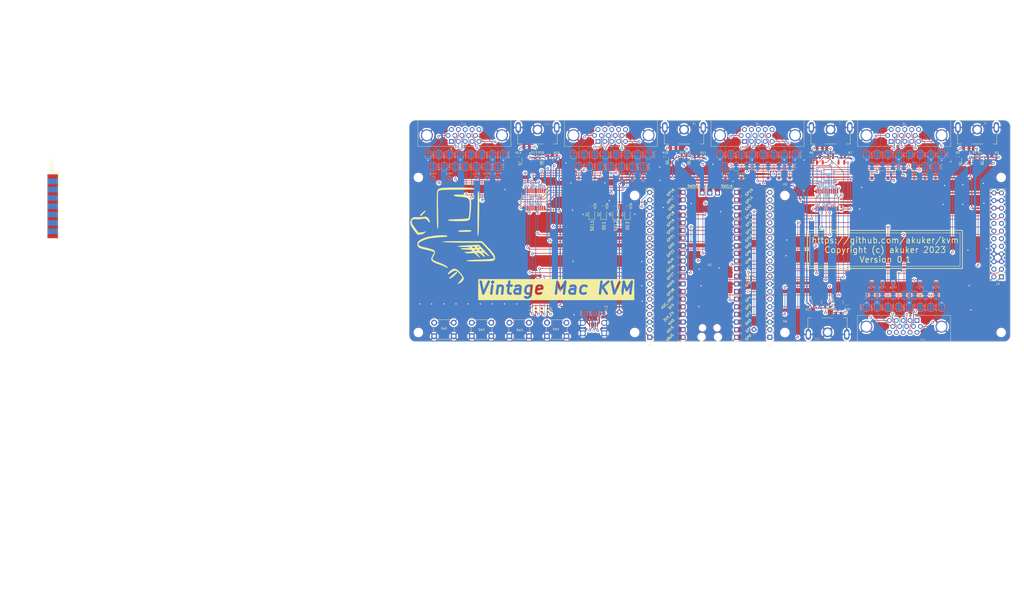
<source format=kicad_pcb>
(kicad_pcb (version 20221018) (generator pcbnew)
  (layers (0 "F.Cu" signal) (31 "B.Cu" signal) (34 "B.Paste" user) (35 "F.Paste" user) (36 "B.SilkS" user "B.Silkscreen") (37 "F.SilkS" user "F.Silkscreen") (38 "B.Mask" user) (39 "F.Mask" user) (44 "Edge.Cuts" user))
  (net 0 "")
  (net 1 "VBUS")
  (net 2 "GND")
  (net 3 "Net-(J1-Pad2)")
  (net 4 "Net-(J1-Pad3)")
  (net 5 "Net-(J1-Pad4)")
  (net 6 "CTRL_PORT_RED")
  (net 7 "CTRL_PORT_GREEN")
  (net 8 "CTRL_PORT_BLUE")
  (net 9 "3v3_EN")
  (net 10 "GPIO21")
  (net 11 "Net-(JP6-A)")
  (net 12 "CTRL_PORT_HSYNC")
  (net 13 "CTRL_PORT_VSYNC")
  (net 14 "I2C0_SDA")
  (net 15 "I2C0_SCL")
  (net 16 "+3V3")
  (net 17 "CTRL_PORT_ADB_PWR_ON")
  (net 18 "CTRL_PORT_ADB_DATA")
  (net 19 "PORT_1_ADB_PWR_ON")
  (net 20 "PORT_1_ADB_DATA")
  (net 21 "PORT_2_ADB_PWR_ON")
  (net 22 "PORT_2_ADB_DATA")
  (net 23 "PORT_3_ADB_PWR_ON")
  (net 24 "PORT_3_ADB_DATA")
  (net 25 "PORT_4_ADB_PWR_ON")
  (net 26 "PORT_4_ADB_DATA")
  (net 27 "UART0_TX")
  (net 28 "UART0_RX")
  (net 29 "GPIO14")
  (net 30 "GPIO15")
  (net 31 "VSYS")
  (net 32 "ADC_VREF")
  (net 33 "GPIO28")
  (net 34 "AGND")
  (net 35 "GPIO27")
  (net 36 "GPIO26")
  (net 37 "RUN")
  (net 38 "GPIO22")
  (net 39 "Net-(JP44-A)")
  (net 40 "GPIO20")
  (net 41 "SEL_U1")
  (net 42 "OE_U1")
  (net 43 "SEL_U2")
  (net 44 "OE_U2")
  (net 45 "/Input Port 1/ADB_EXT_PWR_ON")
  (net 46 "/Input Port 1/ADB_EXT_DATA")
  (net 47 "/Input Port 1/ADB_EXT_5v")
  (net 48 "Net-(JP13-B)")
  (net 49 "Net-(JP10-B)")
  (net 50 "Net-(JP7-B)")
  (net 51 "Net-(JP4-B)")
  (net 52 "Net-(JP1-B)")
  (net 53 "Net-(JP15-B)")
  (net 54 "Net-(JP12-B)")
  (net 55 "Net-(JP9-B)")
  (net 56 "Net-(JP6-B)")
  (net 57 "Net-(JP3-B)")
  (net 58 "Net-(JP14-B)")
  (net 59 "Net-(JP11-B)")
  (net 60 "Net-(JP8-B)")
  (net 61 "Net-(JP5-B)")
  (net 62 "Net-(JP2-B)")
  (net 63 "/Input Port 2/ADB_EXT_PWR_ON")
  (net 64 "/Input Port 2/ADB_EXT_DATA")
  (net 65 "/Input Port 2/ADB_EXT_5v")
  (net 66 "Net-(JP32-B)")
  (net 67 "Net-(JP29-B)")
  (net 68 "Net-(JP26-B)")
  (net 69 "Net-(JP23-B)")
  (net 70 "Net-(JP20-B)")
  (net 71 "Net-(JP34-B)")
  (net 72 "Net-(JP31-B)")
  (net 73 "Net-(JP28-B)")
  (net 74 "Net-(JP25-B)")
  (net 75 "Net-(JP22-B)")
  (net 76 "Net-(JP33-B)")
  (net 77 "Net-(JP30-B)")
  (net 78 "Net-(JP27-B)")
  (net 79 "Net-(JP24-B)")
  (net 80 "Net-(JP21-B)")
  (net 81 "/Input Port 3/ADB_EXT_PWR_ON")
  (net 82 "/Input Port 3/ADB_EXT_DATA")
  (net 83 "/Input Port 3/ADB_EXT_5v")
  (net 84 "Net-(JP51-B)")
  (net 85 "Net-(JP48-B)")
  (net 86 "Net-(JP45-B)")
  (net 87 "Net-(JP42-B)")
  (net 88 "Net-(JP39-B)")
  (net 89 "Net-(JP53-B)")
  (net 90 "Net-(JP50-B)")
  (net 91 "Net-(JP47-B)")
  (net 92 "Net-(JP44-B)")
  (net 93 "Net-(JP41-B)")
  (net 94 "Net-(JP52-B)")
  (net 95 "Net-(JP49-B)")
  (net 96 "Net-(JP46-B)")
  (net 97 "Net-(JP43-B)")
  (net 98 "Net-(JP40-B)")
  (net 99 "/Input Port 4/ADB_EXT_PWR_ON")
  (net 100 "/Input Port 4/ADB_EXT_DATA")
  (net 101 "/Input Port 4/ADB_EXT_5v")
  (net 102 "Net-(JP70-B)")
  (net 103 "Net-(JP67-B)")
  (net 104 "Net-(JP64-B)")
  (net 105 "Net-(JP61-B)")
  (net 106 "Net-(JP58-B)")
  (net 107 "Net-(JP72-B)")
  (net 108 "Net-(JP69-B)")
  (net 109 "Net-(JP66-B)")
  (net 110 "Net-(JP63-B)")
  (net 111 "Net-(JP60-B)")
  (net 112 "Net-(JP71-B)")
  (net 113 "Net-(JP68-B)")
  (net 114 "Net-(JP65-B)")
  (net 115 "Net-(JP62-B)")
  (net 116 "Net-(JP59-B)")
  (net 117 "/Control Port/ADB_EXT_PWR_ON")
  (net 118 "/Control Port/ADB_EXT_DATA")
  (net 119 "/Control Port/ADB_EXT_5v")
  (net 120 "Net-(JP2-A)")
  (net 121 "Net-(JP4-A)")
  (net 122 "PORT_1_VSYNC")
  (net 123 "PORT_1_BLUE")
  (net 124 "PORT_1_HSYNC")
  (net 125 "PORT_1_GREEN")
  (net 126 "Net-(JP11-A)")
  (net 127 "PORT_1_RED")
  (net 128 "Net-(JP14-A)")
  (net 129 "Net-(JP21-A)")
  (net 130 "PORT_2_VSYNC")
  (net 131 "PORT_2_BLUE")
  (net 132 "PORT_2_HSYNC")
  (net 133 "PORT_2_GREEN")
  (net 134 "PORT_2_RED")
  (net 135 "PORT_3_VSYNC")
  (net 136 "PORT_3_BLUE")
  (net 137 "PORT_3_HSYNC")
  (net 138 "PORT_3_GREEN")
  (net 139 "Net-(JP49-A)")
  (net 140 "PORT_3_RED")
  (net 141 "Net-(JP59-A)")
  (net 142 "PORT_4_VSYNC")
  (net 143 "PORT_4_BLUE")
  (net 144 "PORT_4_HSYNC")
  (net 145 "PORT_4_GREEN")
  (net 146 "PORT_4_RED")
  (net 147 "Net-(JP71-A)")
  (net 160 "Net-(F1-Pad1)")
  (net 167 "Net-(JP17-B)")
  (net 168 "Net-(JP18-B)")
  (net 169 "Net-(JP16-B)")
  (net 170 "Net-(JP19-B)")
  (net 171 "Net-(JP37-B)")
  (net 172 "Net-(JP36-B)")
  (net 173 "Net-(JP38-B)")
  (net 174 "Net-(JP35-B)")
  (net 175 "Net-(JP55-B)")
  (net 176 "Net-(JP57-B)")
  (net 177 "Net-(JP54-B)")
  (net 178 "Net-(JP56-B)")
  (net 179 "Net-(JP74-B)")
  (net 180 "Net-(JP75-B)")
  (net 181 "Net-(JP73-B)")
  (net 182 "Net-(JP17-A)")
  (net 183 "Net-(JP19-A)")
  (net 184 "Net-(JP26-A)")
  (net 185 "Net-(JP29-A)")
  (net 186 "Net-(JP32-A)")
  (net 187 "Net-(JP34-A)")
  (net 188 "Net-(JP36-A)")
  (net 189 "Net-(JP41-A)")
  (net 190 "Net-(JP47-A)")
  (net 191 "Net-(JP51-A)")
  (net 192 "Net-(JP56-A)")
  (net 193 "Net-(JP62-A)")
  (net 194 "Net-(JP64-A)")
  (net 195 "Net-(JP66-A)")
  (net 196 "Net-(JP74-A)")
  (net 198 "Net-(D1-A)")
  (net 199 "Net-(D2-A)")
  (net 200 "Net-(D3-A)")
  (net 201 "Net-(D4-A)")
  (footprint "Capacitor_SMD:C_0402_1005Metric" (layer "F.Cu") (at 86.211113 69.289405 90)
    (fp_text reference "C2")
    (fp_text value "100nF")
  )
  (footprint "Capacitor_SMD:C_0402_1005Metric" (layer "F.Cu") (at 183.830565 69.439405 90)
    (fp_text reference "C1")
    (fp_text value "100nF")
  )
  (footprint "Resistor_SMD:R_0402_1005Metric" (layer "F.Cu") (at 130.642543 52.0725 90)
    (fp_text reference "R9")
    (fp_text value "10k")
  )
  (footprint "Connector_Dsub:DSUB-15-HD_Female_Horizontal_P2.29x1.98mm_EdgePinOffset3.03mm_Housed_MountingHolesOffset4.94mm" (layer "F.Cu") (at 208.954178 106.6)
    (fp_text reference "J14")
    (fp_text value "DE15_Receptacle_HighDensity_MountingHoles")
  )
  (footprint "Connector_PinHeader_2.54mm:PinHeader_1x20_P2.54mm_Vertical" (layer "F.Cu") (at 160 112.2 180)
    (fp_text reference "J2")
    (fp_text value "Conn_01x20_Pin")
  )
  (footprint "Package_TO_SOT_SMD:SOT-23" (layer "F.Cu") (at 183.809269 53.0625 90)
    (fp_text reference "Q4")
    (fp_text value "BSS138")
  )
  (footprint "Resistor_SMD:R_0402_1005Metric" (layer "F.Cu") (at 173.815269 52.0725 90)
    (fp_text reference "R6")
    (fp_text value "10k")
  )
  (footprint "libraries:CUI_MD2-40ST-SMT" (layer "F.Cu") (at 180.215269 43.95 90)
    (fp_text reference "J7")
    (fp_text value "~")
  )
  (footprint "MountingHole:MountingHole_2.7mm_M2.5" (layer "F.Cu") (at 43 110.6)
    (fp_text reference "H2" hide)
    (fp_text value "MountingHole")
  )
  (footprint "Package_TO_SOT_SMD:SOT-23" (layer "F.Cu") (at 232.593995 53.08 90)
    (fp_text reference "Q2")
    (fp_text value "BSS138")
  )
  (footprint "Resistor_SMD:R_0402_1005Metric" (layer "F.Cu") (at 83.433817 52.0725 90)
    (fp_text reference "R16")
    (fp_text value "10k")
  )
  (footprint "libraries:U254051N4BH806" (layer "F.Cu") (at 101.3 109.885)
    (fp_text reference "J1")
    (fp_text value "Micro USB" hide)
  )
  (footprint "MountingHole:MountingHole_2.7mm_M2.5" (layer "F.Cu") (at 115 65)
    (fp_text reference "H3" hide)
    (fp_text value "MountingHole")
  )
  (footprint "Resistor_SMD:R_0402_1005Metric" (layer "F.Cu") (at 82.09 103.19 -90)
    (fp_text reference "R22")
    (fp_text value "10k")
  )
  (footprint "Package_TO_SOT_SMD:SOT-23" (layer "F.Cu") (at 79.051817 53.0625 90)
    (fp_text reference "Q7")
    (fp_text value "BSS138")
  )
  (footprint "Connector_Dsub:DSUB-15-HD_Female_Horizontal_P2.29x1.98mm_EdgePinOffset3.03mm_Housed_MountingHolesOffset4.94mm" (layer "F.Cu") (at 151.569452 47 180)
    (fp_text reference "J8")
    (fp_text value "DE15_Receptacle_HighDensity_MountingHoles")
  )
  (footprint "Package_TO_SOT_SMD:SOT-23" (layer "F.Cu") (at 176.621269 53.0625 90)
    (fp_text reference "Q3")
    (fp_text value "BSS138")
  )
  (footprint "Resistor_SMD:R_0402_1005Metric" (layer "F.Cu") (at 125.030543 52.0725 90)
    (fp_text reference "R10")
    (fp_text value "10k")
  )
  (footprint "Resistor_SMD:R_0402_1005Metric" (layer "F.Cu") (at 80.1 103.19 -90)
    (fp_text reference "R21")
    (fp_text value "10k")
  )
  (footprint "Button_Switch_THT:SW_PUSH_6mm" (layer "F.Cu") (at 79.783332 111.85 180)
    (fp_text reference "SW3")
    (fp_text value "SW_Push")
  )
  (footprint "Resistor_SMD:R_0402_1005Metric" (layer "F.Cu") (at 89.045817 52.0725 90)
    (fp_text reference "R15")
    (fp_text value "10k")
  )
  (footprint "MountingHole:MountingHole_2.7mm_M2.5" (layer "F.Cu") (at 165 110.6)
    (fp_text reference "H6")
    (fp_text value "MountingHole")
  )
  (footprint "Package_TO_SOT_SMD:SOT-23" (layer "F.Cu") (at 175.606 100.5 90)
    (fp_text reference "Q9")
    (fp_text value "BSS138")
  )
  (footprint "Resistor_SMD:R_0402_1005Metric" (layer "F.Cu") (at 108.633332 68.49 -90)
    (fp_text reference "R27")
    (fp_text value "10k")
  )
  (footprint "Resistor_SMD:R_0402_1005Metric" (layer "F.Cu") (at 132.218543 52.0725 90)
    (fp_text reference "R12")
    (fp_text value "10k")
  )
  (footprint "Resistor_SMD:R_0402_1005Metric" (layer "F.Cu") (at 76.245817 52.0725 90)
    (fp_text reference "R14")
    (fp_text value "10k")
  )
  (footprint "Button_Switch_THT:SW_PUSH_6mm" (layer "F.Cu") (at 54.75 111.85 180)
    (fp_text reference "SW1")
    (fp_text value "SW_Push")
  )
  (footprint "Resistor_SMD:R_0402_1005Metric" (layer "F.Cu") (at 185.6 101.49 90)
    (fp_text reference "R20")
    (fp_text value "10k")
  )
  (footprint "Button_Switch_THT:SW_PUSH_6mm" (layer "F.Cu") (at 67.266666 111.85 180)
    (fp_text reference "SW2")
    (fp_text value "SW_Push")
  )
  (footprint "MountingHole:MountingHole_2.7mm_M2.5" (layer "F.Cu") (at 115 110.6)
    (fp_text reference "H4" hide)
    (fp_text value "MountingHole")
  )
  (footprint "LED_SMD:LED_0805_2012Metric" (layer "F.Cu") (at 100.7 71.3 90)
    (fp_text reference "D1")
    (fp_text value "LED_Small")
  )
  (footprint "Resistor_SMD:R_0402_1005Metric" (layer "F.Cu") (at 179.988 101.49 90)
    (fp_text reference "R19")
    (fp_text value "10k")
  )
  (footprint "LED_SMD:LED_0805_2012Metric" (layer "F.Cu") (at 104.666666 71.3 90)
    (fp_text reference "D2")
    (fp_text value "LED_Small")
  )
  (footprint "Package_TO_SOT_SMD:SOT-23" (layer "F.Cu") (at 127.836543 53.0625 90)
    (fp_text reference "Q5")
    (fp_text value "BSS138")
  )
  (footprint "Resistor_SMD:R_0402_1005Metric" (layer "F.Cu") (at 222.599995 52.09 90)
    (fp_text reference "R2")
    (fp_text value "10k")
  )
  (footprint "LED_SMD:LED_0805_2012Metric" (layer "F.Cu") (at 108.633332 71.3 90)
    (fp_text reference "D3")
    (fp_text value "LED_Small")
  )
  (footprint "Resistor_SMD:R_0402_1005Metric" (layer "F.Cu") (at 112.6 68.49 -90)
    (fp_text reference "R28")
    (fp_text value "10k")
  )
  (footprint "Package_TO_SOT_SMD:SOT-23" (layer "F.Cu") (at 135.024543 53.0625 90)
    (fp_text reference "Q6")
    (fp_text value "BSS138")
  )
  (footprint "Connector_Dsub:DSUB-15-HD_Female_Horizontal_P2.29x1.98mm_EdgePinOffset3.03mm_Housed_MountingHolesOffset4.94mm" (layer "F.Cu") (at 200.354178 47 180)
    (fp_text reference "J6")
    (fp_text value "DE15_Receptacle_HighDensity_MountingHoles")
  )
  (footprint "Resistor_SMD:R_0402_1005Metric" (layer "F.Cu") (at 172.8 101.49 -90)
    (fp_text reference "R17")
    (fp_text value "10k")
  )
  (footprint "Connector_Dsub:DSUB-15-HD_Female_Horizontal_P2.29x1.98mm_EdgePinOffset3.03mm_Housed_MountingHolesOffset4.94mm" (layer "F.Cu") (at 54 47 180)
    (fp_text reference "J12")
    (fp_text value "DE15_Receptacle_HighDensity_MountingHoles")
  )
  (footprint "LED_SMD:LED_0805_2012Metric" (layer "F.Cu") (at 112.6 71.3 90)
    (fp_text reference "D4")
    (fp_text value "LED_Small")
  )
  (footprint "Button_Switch_THT:SW_PUSH_6mm" (layer "F.Cu") (at 92.3 111.85 180)
    (fp_text reference "SW4")
    (fp_text value "SW_Push")
  )
  (footprint "Resistor_SMD:R_0402_1005Metric" (layer "F.Cu") (at 86.07 103.19 -90)
    (fp_text reference "R24")
    (fp_text value "10k")
  )
  (footprint "Resistor_SMD:R_0402_1005Metric" (layer "F.Cu") (at 181.003269 52.0725 90)
    (fp_text reference "R8")
    (fp_text value "10k")
  )
  (footprint "libraries:CUI_MD2-40ST-SMT" (layer "F.Cu") (at 82.645817 43.95 90)
    (fp_text reference "J11")
    (fp_text value "~")
  )
  (footprint "MountingHole:MountingHole_2.7mm_M2.5" (layer "F.Cu") (at 165 65)
    (fp_text reference "H5")
    (fp_text value "MountingHole")
  )
  (footprint "Package_TO_SOT_SMD:SOT-23" (layer "F.Cu") (at 86.239817 53.0625 90)
    (fp_text reference "Q8")
    (fp_text value "BSS138")
  )
  (footprint "MountingHole:MountingHole_2.7mm_M2.5" (layer "F.Cu") (at 237 110.6)
    (fp_text reference "H8" hide)
    (fp_text value "MountingHole")
  )
  (footprint "Resistor_SMD:R_0402_1005Metric" (layer "F.Cu") (at 229.787995 52.09 90)
    (fp_text reference "R4")
    (fp_text value "10k")
  )
  (footprint "Resistor_SMD:R_0402_1005Metric" (layer "F.Cu") (at 235.399995 52.09 90)
    (fp_text reference "R3")
    (fp_text value "10k")
  )
  (footprint "Connector_PinHeader_2.54mm:PinHeader_1x20_P2.54mm_Vertical" (layer "F.Cu") (at 120 112.2 180)
    (fp_text reference "J4")
    (fp_text value "Conn_01x20_Pin")
  )
  (footprint "TS5V522CPWR:SOP65P640X120-24N" (layer "F.Cu") (at 178.980565 66.489405 -90)
    (fp_text reference "U2")
    (fp_text value "TS5V522CPWR")
  )
  (footprint "libraries:CUI_MD2-40ST-SMT" (layer "F.Cu") (at 228.999995 43.95 90)
    (fp_text reference "J5")
    (fp_text value "~")
  )
  (footprint "Fuse:Fuse_0805_2012Metric" (layer "F.Cu") (at 105.5625 103.7)
    (fp_text reference "F1")
    (fp_text value "Polyfuse")
  )
  (footprint "Resistor_SMD:R_0402_1005Metric" (layer "F.Cu") (at 186.615269 52.0725 90)
    (fp_text reference "R7")
    (fp_text value "10k")
  )
  (footprint "Resistor_SMD:R_0402_1005Metric" (layer "F.Cu") (at 137.830543 52.0725 90)
    (fp_text reference "R11")
    (fp_text value "10k")
  )
  (footprint "Resistor_SMD:R_0402_1005Metric" (layer "F.Cu") (at 100.7 68.49 -90)
    (fp_text reference "R25")
    (fp_text value "10k")
  )
  (footprint "Resistor_SMD:R_0402_1005Metric" (layer "F.Cu") (at 81.857817 52.0725 90)
    (fp_text reference "R13")
    (fp_text value "10k")
  )
  (footprint "Connector_Dsub:DSUB-15_Male_EdgeMount_P2.77mm" (layer "F.Cu") (at -78.74 68.58 -90)
    (fp_text reference "REF**")
    (fp_text value "DSUB-15_Male_EdgeMount_P2.77mm")
  )
  (footprint "Resistor_SMD:R_0402_1005Metric" (layer "F.Cu") (at 104.666666 68.49 -90)
    (fp_text reference "R26")
    (fp_text value "10k")
  )
  (footprint "Resistor_SMD:R_0402_1005Metric" (layer "F.Cu") (at 228.211995 52.09 90)
    (fp_text reference "R1")
    (fp_text value "10k")
  )
  (footprint "Resistor_SMD:R_0402_1005Metric" (layer "F.Cu") (at 179.427269 52.0725 90)
    (fp_text reference "R5")
    (fp_text value "10k")
  )
  (footprint "TS5V522CPWR:SOP65P640X120-24N" (layer "F.Cu") (at 81.461113 66.339405 -90)
    (fp_text reference "U3")
    (fp_text value "TS5V522CPWR")
  )
  (footprint "MountingHole:MountingHole_2.7mm_M2.5" (layer "F.Cu") (at 237 59)
    (fp_text reference "H7" hide)
    (fp_text value "MountingHole")
  )
  (footprint "MountingHole:MountingHole_2.7mm_M2.5" (layer "F.Cu") (at 43 59)
    (fp_text reference "H1" hide)
    (fp_text value "MountingHole")
  )
  (footprint "Connector_Dsub:DSUB-15-HD_Female_Horizontal_P2.29x1.98mm_EdgePinOffset3.03mm_Housed_MountingHolesOffset4.94mm" (layer "F.Cu") (at 102.784726 47 180)
    (fp_text reference "J10")
    (fp_text value "DE15_Receptacle_HighDensity_MountingHoles")
  )
  (footprint "Resistor_SMD:R_0402_1005Metric" (layer "F.Cu") (at 84.08 103.19 -90)
    (fp_text reference "R23")
    (fp_text value "10k")
  )
  (footprint "Connector_PinHeader_2.54mm:PinHeader_2x12_P2.54mm_Vertical" (layer "F.Cu") (at 237.1 92.08 180)
    (fp_text reference "J3")
    (fp_text value "Conn_02x10_Odd_Even")
  )
  (footprint "MCU_RaspberryPi_and_Boards:RPi_Pico_SMD_TH" (layer "F.Cu") (at 140 88.07 180)
    (fp_text reference "U1")
    (fp_text value "Pico")
  )
  (footprint "libraries:CUI_MD2-40ST-SMT" (layer "F.Cu") (at 179.2 109.65 -90)
    (fp_text reference "J13")
    (fp_text value "~")
  )
  (footprint "Package_TO_SOT_SMD:SOT-23" (layer "F.Cu") (at 182.794 100.5 90)
    (fp_text reference "Q10")
    (fp_text value "BSS138")
  )
  (footprint "libraries:CUI_MD2-40ST-SMT" (layer "F.Cu") (at 131.430543 43.95 90)
    (fp_text reference "J9")
    (fp_text value "~")
  )
  (footprint "Resistor_SMD:R_0402_1005Metric" (layer "F.Cu") (at 178.412 101.49 90)
    (fp_text reference "R18")
    (fp_text value "10k")
  )
  (footprint "libraries:macintosh_picasso" (layer "F.Cu") (at 54.4 78.4)
    (fp_text reference "G***" hide)
    (fp_text value "LOGO" hide)
  )
  (footprint "Package_TO_SOT_SMD:SOT-23" (layer "F.Cu") (at 225.405995 53.08 90)
    (fp_text reference "Q1")
    (fp_text value "BSS138")
  )
  (footprint "Jumper:SolderJumper-2_P1.3mm_Bridged_RoundedPad1.0x1.5mm" (layer "B.Cu") (at 103.528296 55.384338 90)
    (fp_text reference "JP40")
    (fp_text value "SolderJumper_2_Bridged")
  )
  (footprint "Jumper:SolderJumper-2_P1.3mm_Bridged_RoundedPad1.0x1.5mm" (layer "B.Cu") (at 204.639176 98.215662 -90)
    (fp_text reference "JP68")
    (fp_text value "SolderJumper_2_Bridged")
  )
  (footprint "Jumper:SolderJumper-2_P1.3mm_Bridged_RoundedPad1.0x1.5mm" (layer "B.Cu") (at 217.169178 51.384338 90)
    (fp_text reference "JP1")
    (fp_text value "SolderJumper_2_Bridged")
  )
  (footprint "Jumper:SolderJumper-2_P1.3mm_Bridged_RoundedPad1.0x1.5mm" (layer "B.Cu") (at 51.593582 55.384338 90)
    (fp_text reference "JP57")
    (fp_text value "SolderJumper_2_Bridged")
  )
  (footprint "TestPoint:TestPoint_Pad_D1.0mm" (layer "B.Cu") (at 159.455878 59.234338 180)
    (fp_text reference "TP11")
    (fp_text value "TestPoint_Small")
  )
  (footprint "Jumper:SolderJumper-2_P1.3mm_Bridged_RoundedPad1.0x1.5mm" (layer "B.Cu") (at 98.171154 51.384338 90)
    (fp_text reference "JP43")
    (fp_text value "SolderJumper_2_Bridged")
  )
  (footprint "TestPoint:TestPoint_Pad_D1.0mm" (layer "B.Cu") (at 114.24258 59.234338 180)
    (fp_text reference "TP15")
    (fp_text value "TestPoint_Small")
  )
  (footprint "Jumper:SolderJumper-2_P1.3mm_Bridged_RoundedPad1.0x1.5mm" (layer "B.Cu") (at 204.537926 55.384338 90)
    (fp_text reference "JP8")
    (fp_text value "SolderJumper_2_Bridged")
  )
  (footprint "TestPoint:TestPoint_Pad_D1.0mm" (layer "B.Cu") (at 163.027306 59.234338 180)
    (fp_text reference "TP10")
    (fp_text value "TestPoint_Small")
  )
  (footprint "Jumper:SolderJumper-2_P1.3mm_Bridged_RoundedPad1.0x1.5mm" (layer "B.Cu") (at 155.88445 55.384338 90)
    (fp_text reference "JP23")
    (fp_text value "SolderJumper_2_Bridged")
  )
  (footprint "Jumper:SolderJumper-2_P1.3mm_Bridged_RoundedPad1.0x1.5mm" (layer "B.Cu") (at 197.48257 55.384338 90)
    (fp_text reference "JP12")
    (fp_text value "SolderJumper_2_Bridged")
  )
  (footprint "Jumper:SolderJumper-2_P1.3mm_Bridged_RoundedPad1.0x1.5mm" (layer "B.Cu") (at 94.599726 51.384338 90)
    (fp_text reference "JP45")
    (fp_text value "SolderJumper_2_Bridged")
  )
  (footprint "TestPoint:TestPoint_Pad_D1.0mm" (layer "B.Cu") (at 96.38544 59.234338 180)
    (fp_text reference "TP18")
    (fp_text value "TestPoint_Small")
  )
  (footprint "Jumper:SolderJumper-2_P1.3mm_Bridged_RoundedPad1.0x1.5mm" (layer "B.Cu") (at 49.807868 51.384338 90)
    (fp_text reference "JP58")
    (fp_text value "SolderJumper_2_Bridged")
  )
  (footprint "Jumper:SolderJumper-2_P1.3mm_Bridged_RoundedPad1.0x1.5mm" (layer "B.Cu") (at 215.353462 98.215662 -90)
    (fp_text reference "JP74")
    (fp_text value "SolderJumper_2_Bridged")
  )
  (footprint "TestPoint:TestPoint_Pad_D1.0mm" (layer "B.Cu") (at 193.924892 94.215662)
    (fp_text reference "TP24")
    (fp_text value "TestPoint_Small")
  )
  (footprint "Jumper:SolderJumper-2_P1.3mm_Bridged_RoundedPad1.0x1.5mm" (layer "B.Cu") (at 58.736438 55.384338 90)
    (fp_text reference "JP53")
    (fp_text value "SolderJumper_2_Bridged")
  )
  (footprint "Jumper:SolderJumper-2_P1.3mm_Bridged_RoundedPad1.0x1.5mm" (layer "B.Cu") (at 166.598736 55.384338 90)
    (fp_text reference "JP17")
    (fp_text value "SolderJumper_2_Bridged")
  )
  (footprint "TestPoint:TestPoint_Pad_D1.0mm" (layer "B.Cu") (at 166.598736 59.234338 180)
    (fp_text reference "TP9")
    (fp_text value "TestPoint_Small")
  )
  (footprint "TestPoint:TestPoint_Pad_D1.0mm" (layer "B.Cu") (at 211.593282 59.234338 180)
    (fp_text reference "TP5")
    (fp_text value "TestPoint_Small")
  )
  (footprint "Jumper:SolderJumper-2_P1.3mm_Bridged_RoundedPad1.0x1.5mm" (layer "B.Cu") (at 192.169178 51.384338 90)
    (fp_text reference "JP15")
    (fp_text value "SolderJumper_2_Bridged")
  )
  (footprint "TestPoint:TestPoint_Pad_D1.0mm" (layer "B.Cu") (at 48.022154 59.234338 180)
    (fp_text reference "TP23")
    (fp_text value "TestPoint_Small")
  )
  (footprint "Jumper:SolderJumper-2_P1.3mm_Bridged_RoundedPad1.0x1.5mm" (layer "B.Cu") (at 65.879294 55.384338 90)
    (fp_text reference "JP49")
    (fp_text value "SolderJumper_2_Bridged")
  )
  (footprint "Jumper:SolderJumper-2_P1.3mm_Bridged_RoundedPad1.0x1.5mm" (layer "B.Cu") (at 152.313022 55.384338 90)
    (fp_text reference "JP25")
    (fp_text value "SolderJumper_2_Bridged")
  )
  (footprint "Jumper:SolderJumper-2_P1.3mm_Bridged_RoundedPad1.0x1.5mm" (layer "B.Cu") (at 164.81302 51.384338 90)
    (fp_text reference "JP18")
    (fp_text value "SolderJumper_2_Bridged")
  )
  (footprint "Jumper:SolderJumper-2_P1.3mm_Bridged_RoundedPad1.0x1.5mm" (layer "B.Cu") (at 201.067748 98.215662 -90)
    (fp_text reference "JP66")
    (fp_text value "SolderJumper_2_Bridged")
  )
  (footprint "Jumper:SolderJumper-2_P1.3mm_Bridged_RoundedPad1.0x1.5mm" (layer "B.Cu") (at 168.384452 51.384338 90)
    (fp_text reference "JP16")
    (fp_text value "SolderJumper_2_Bridged")
  )
  (footprint "TestPoint:TestPoint_Pad_D1.0mm" (layer "B.Cu") (at 215.120962 59.234338 180)
    (fp_text reference "TP4")
    (fp_text value "TestPoint_Small")
  )
  (footprint "Jumper:SolderJumper-2_P1.3mm_Bridged_RoundedPad1.0x1.5mm" (layer "B.Cu") (at 46.23644 51.384338 90)
    (fp_text reference "JP60")
    (fp_text value "SolderJumper_2_Bridged")
  )
  (footprint "Jumper:SolderJumper-2_P1.3mm_Bridged_RoundedPad1.0x1.5mm" (layer "B.Cu") (at 117.81401 55.384338 90)
    (fp_text reference "JP32")
    (fp_text value "SolderJumper_2_Bridged")
  )
  (footprint "Jumper:SolderJumper-2_P1.3mm_Bridged_RoundedPad1.0x1.5mm" (layer "B.Cu") (at 209.996318 102.215662 -90)
    (fp_text reference "JP71")
    (fp_text value "SolderJumper_2_Bridged")
  )
  (footprint "TestPoint:TestPoint_Pad_D1.0mm" (layer "B.Cu") (at 53.379296 59.234338 180)
    (fp_text reference "TP22")
    (fp_text value "TestPoint_Small")
  )
  (footprint "Jumper:SolderJumper-2_P1.3mm_Bridged_RoundedPad1.0x1.5mm" (layer "B.Cu") (at 150.527308 51.384338 90)
    (fp_text reference "JP26")
    (fp_text value "SolderJumper_2_Bridged")
  )
  (footprint "Jumper:SolderJumper-2_P1.3mm_Bridged_RoundedPad1.0x1.5mm" (layer "B.Cu") (at 208.065604 55.384338 90)
    (fp_text reference "JP6")
    (fp_text value "SolderJumper_2_Bridged")
  )
  (footprint "Jumper:SolderJumper-2_P1.3mm_Bridged_RoundedPad1.0x1.5mm" (layer "B.Cu") (at 55.16501 55.384338 90)
    (fp_text reference "JP55")
    (fp_text value "SolderJumper_2_Bridged")
  )
  (footprint "Jumper:SolderJumper-2_P1.3mm_Bridged_RoundedPad1.0x1.5mm" (layer "B.Cu") (at 202.853462 102.215662 -90)
    (fp_text reference "JP67")
    (fp_text value "SolderJumper_2_Bridged")
  )
  (footprint "Jumper:SolderJumper-2_P1.3mm_Bridged_RoundedPad1.0x1.5mm" (layer "B.Cu") (at 202.883462 51.384338 90)
    (fp_text reference "JP9")
    (fp_text value "SolderJumper_2_Bridged")
  )
  (footprint "TestPoint:TestPoint_Pad_D1.0mm" (layer "B.Cu") (at 208.065604 59.234338 180)
    (fp_text reference "TP6")
    (fp_text value "TestPoint_Small")
  )
  (footprint "TestPoint:TestPoint_Pad_D1.0mm" (layer "B.Cu") (at 201.067748 94.215662)
    (fp_text reference "TP26")
    (fp_text value "TestPoint_Small")
  )
  (footprint "Jumper:SolderJumper-2_P1.3mm_Bridged_RoundedPad1.0x1.5mm" (layer "B.Cu") (at 206.42489 102.215662 -90)
    (fp_text reference "JP69")
    (fp_text value "SolderJumper_2_Bridged")
  )
  (footprint "Jumper:SolderJumper-2_P1.3mm_Bridged_RoundedPad1.0x1.5mm" (layer "B.Cu") (at 67.665008 51.384338 90)
    (fp_text reference "JP48")
    (fp_text value "SolderJumper_2_Bridged")
  )
  (footprint "Jumper:SolderJumper-2_P1.3mm_Bridged_RoundedPad1.0x1.5mm" (layer "B.Cu") (at 213.567746 102.215662 -90)
    (fp_text reference "JP73")
    (fp_text value "SolderJumper_2_Bridged")
  )
  (footprint "Jumper:SolderJumper-2_P1.3mm_Bridged_RoundedPad1.0x1.5mm" (layer "B.Cu") (at 211.593282 55.384338 90)
    (fp_text reference "JP4")
    (fp_text value "SolderJumper_2_Bridged")
  )
  (footprint "Jumper:SolderJumper-2_P1.3mm_Bridged_RoundedPad1.0x1.5mm" (layer "B.Cu") (at 64.09358 51.384338 90)
    (fp_text reference "JP50")
    (fp_text value "SolderJumper_2_Bridged")
  )
  (footprint "Jumper:SolderJumper-2_P1.3mm_Bridged_RoundedPad1.0x1.5mm" (layer "B.Cu") (at 48.022154 55.384338 90)
    (fp_text reference "JP59")
    (fp_text value "SolderJumper_2_Bridged")
  )
  (footprint "TestPoint:TestPoint_Pad_D1.0mm" (layer "B.Cu") (at 65.879294 59.234338 180)
    (fp_text reference "TP20")
    (fp_text value "TestPoint_Small")
  )
  (footprint "Jumper:SolderJumper-2_P1.3mm_Bridged_RoundedPad1.0x1.5mm" (layer "B.Cu") (at 105.31401 51.384338 90)
    (fp_text reference "JP39")
    (fp_text value "SolderJumper_2_Bridged")
  )
  (footprint "Jumper:SolderJumper-2_P1.3mm_Bridged_RoundedPad1.0x1.5mm" (layer "B.Cu") (at 213.597746 51.384338 90)
    (fp_text reference "JP3")
    (fp_text value "SolderJumper_2_Bridged")
  )
  (footprint "Jumper:SolderJumper-2_P1.3mm_Bridged_RoundedPad1.0x1.5mm" (layer "B.Cu") (at 99.956868 55.384338 90)
    (fp_text reference "JP42")
    (fp_text value "SolderJumper_2_Bridged")
  )
  (footprint "Jumper:SolderJumper-2_P1.3mm_Bridged_RoundedPad1.0x1.5mm" (layer "B.Cu") (at 148.741594 55.384338 90)
    (fp_text reference "JP27")
    (fp_text value "SolderJumper_2_Bridged")
  )
  (footprint "TestPoint:TestPoint_Pad_D1.0mm" (layer "B.Cu") (at 101.742582 59.234338 180)
    (fp_text reference "TP17")
    (fp_text value "TestPoint_Small")
  )
  (footprint "Jumper:SolderJumper-2_P1.3mm_Bridged_RoundedPad1.0x1.5mm" (layer "B.Cu") (at 69.450724 55.384338 90)
    (fp_text reference "JP47")
    (fp_text value "SolderJumper_2_Bridged")
  )
  (footprint "TestPoint:TestPoint_Pad_D1.0mm" (layer "B.Cu") (at 209.996318 94.215662)
    (fp_text reference "TP27")
    (fp_text value "TestPoint_Small")
  )
  (footprint "Jumper:SolderJumper-2_P1.3mm_Bridged_RoundedPad1.0x1.5mm" (layer "B.Cu") (at 53.379296 51.384338 90)
    (fp_text reference "JP56")
    (fp_text value "SolderJumper_2_Bridged")
  )
  (footprint "TestPoint:TestPoint_Pad_D1.0mm" (layer "B.Cu") (at 215.353462 94.215662)
    (fp_text reference "TP28")
    (fp_text value "TestPoint_Small")
  )
  (footprint "Jumper:SolderJumper-2_P1.3mm_Bridged_RoundedPad1.0x1.5mm" (layer "B.Cu") (at 215.120962 55.384338 90)
    (fp_text reference "JP2")
    (fp_text value "SolderJumper_2_Bridged")
  )
  (footprint "Jumper:SolderJumper-2_P1.3mm_Bridged_RoundedPad1.0x1.5mm" (layer "B.Cu") (at 116.028294 51.384338 90)
    (fp_text reference "JP33")
    (fp_text value "SolderJumper_2_Bridged")
  )
  (footprint "Jumper:SolderJumper-2_P1.3mm_Bridged_RoundedPad1.0x1.5mm" (layer "B.Cu") (at 208.210604 98.215662 -90)
    (fp_text reference "JP70")
    (fp_text value "SolderJumper_2_Bridged")
  )
  (footprint "Jumper:SolderJumper-2_P1.3mm_Bridged_RoundedPad1.0x1.5mm" (layer "B.Cu") (at 159.455878 55.384338 90)
    (fp_text reference "JP21")
    (fp_text value "SolderJumper_2_Bridged")
  )
  (footprint "Jumper:SolderJumper-2_P1.3mm_Bridged_RoundedPad1.0x1.5mm" (layer "B.Cu") (at 154.098736 51.384338 90)
    (fp_text reference "JP24")
    (fp_text value "SolderJumper_2_Bridged")
  )
  (footprint "Jumper:SolderJumper-2_P1.3mm_Bridged_RoundedPad1.0x1.5mm" (layer "B.Cu") (at 206.45489 51.384338 90)
    (fp_text reference "JP7")
    (fp_text value "SolderJumper_2_Bridged")
  )
  (footprint "Jumper:SolderJumper-2_P1.3mm_Bridged_RoundedPad1.0x1.5mm" (layer "B.Cu") (at 110.671152 55.384338 90)
    (fp_text reference "JP36")
    (fp_text value "SolderJumper_2_Bridged")
  )
  (footprint "TestPoint:TestPoint_Pad_D1.0mm" (layer "B.Cu") (at 193.954892 59.234338 180)
    (fp_text reference "TP8")
    (fp_text value "TestPoint_Small")
  )
  (footprint "Jumper:SolderJumper-2_P1.3mm_Bridged_RoundedPad1.0x1.5mm" (layer "B.Cu") (at 163.027306 55.384338 90)
    (fp_text reference "JP19")
    (fp_text value "SolderJumper_2_Bridged")
  )
  (footprint "TestPoint:TestPoint_Pad_D1.0mm" (layer "B.Cu") (at 199.312034 59.234338 180)
    (fp_text reference "TP7")
    (fp_text value "TestPoint_Small")
  )
  (footprint "Jumper:SolderJumper-2_P1.3mm_Bridged_RoundedPad1.0x1.5mm" (layer "B.Cu") (at 146.95588 51.384338 90)
    (fp_text reference "JP28")
    (fp_text value "SolderJumper_2_Bridged")
  )
  (footprint "Jumper:SolderJumper-2_P1.3mm_Bridged_RoundedPad1.0x1.5mm" (layer "B.Cu") (at 161.241592 51.384338 90)
    (fp_text reference "JP20")
    (fp_text value "SolderJumper_2_Bridged")
  )
  (footprint "Jumper:SolderJumper-2_P1.3mm_Bridged_RoundedPad1.0x1.5mm" (layer "B.Cu") (at 112.456866 51.384338 90)
    (fp_text reference "JP35")
    (fp_text value "SolderJumper_2_Bridged")
  )
  (footprint "Jumper:SolderJumper-2_P1.3mm_Bridged_RoundedPad1.0x1.5mm" (layer "B.Cu") (at 107.099724 55.384338 90)
    (fp_text reference "JP38")
    (fp_text value "SolderJumper_2_Bridged")
  )
  (footprint "TestPoint:TestPoint_Pad_D1.0mm" (layer "B.Cu") (at 98.725 104.3 -90)
    (fp_text reference "TP1")
    (fp_text value "~")
  )
  (footprint "Jumper:SolderJumper-2_P1.3mm_Bridged_RoundedPad1.0x1.5mm" (layer "B.Cu") (at 192.139178 102.215662 -90)
    (fp_text reference "JP61")
    (fp_text value "SolderJumper_2_Bridged")
  )
  (footprint "Jumper:SolderJumper-2_P1.3mm_Bridged_RoundedPad1.0x1.5mm" (layer "B.Cu") (at 211.782032 98.215662 -90)
    (fp_text reference "JP72")
    (fp_text value "SolderJumper_2_Bridged")
  )
  (footprint "Jumper:SolderJumper-2_P1.3mm_Bridged_RoundedPad1.0x1.5mm" (layer "B.Cu") (at 96.38544 55.384338 90)
    (fp_text reference "JP44")
    (fp_text value "SolderJumper_2_Bridged")
  )
  (footprint "Jumper:SolderJumper-2_P1.3mm_Bridged_RoundedPad1.0x1.5mm" (layer "B.Cu") (at 56.950724 51.384338 90)
    (fp_text reference "JP54")
    (fp_text value "SolderJumper_2_Bridged")
  )
  (footprint "TestPoint:TestPoint_Pad_D1.0mm" (layer "B.Cu") (at 110.671152 59.234338 180)
    (fp_text reference "TP16")
    (fp_text value "TestPoint_Small")
  )
  (footprint "Jumper:SolderJumper-2_P1.3mm_Bridged_RoundedPad1.0x1.5mm" (layer "B.Cu") (at 210.026318 51.384338 90)
    (fp_text reference "JP5")
    (fp_text value "SolderJumper_2_Bridged")
  )
  (footprint "TestPoint:TestPoint_Pad_D1.0mm" (layer "B.Cu") (at 69.450724 59.234338 180)
    (fp_text reference "TP19")
    (fp_text value "TestPoint_Small")
  )
  (footprint "Jumper:SolderJumper-2_P1.3mm_Bridged_RoundedPad1.0x1.5mm" (layer "B.Cu") (at 101.742582 51.384338 90)
    (fp_text reference "JP41")
    (fp_text value "SolderJumper_2_Bridged")
  )
  (footprint "TestPoint:TestPoint_Pad_D1.0mm" (layer "B.Cu") (at 117.81401 59.234338 180)
    (fp_text reference "TP14")
    (fp_text value "TestPoint_Small")
  )
  (footprint "Jumper:SolderJumper-2_P1.3mm_Bridged_RoundedPad1.0x1.5mm" (layer "B.Cu") (at 193.924892 98.215662 -90)
    (fp_text reference "JP62")
    (fp_text value "SolderJumper_2_Bridged")
  )
  (footprint "Jumper:SolderJumper-2_P1.3mm_Bridged_RoundedPad1.0x1.5mm" (layer "B.Cu") (at 60.522152 51.384338 90)
    (fp_text reference "JP52")
    (fp_text value "SolderJumper_2_Bridged")
  )
  (footprint "TestPoint:TestPoint_Pad_D1.0mm" (layer "B.Cu") (at 145.170166 59.234338 180)
    (fp_text reference "TP13")
    (fp_text value "TestPoint_Small")
  )
  (footprint "Jumper:SolderJumper-2_P1.3mm_Bridged_RoundedPad1.0x1.5mm" (layer "B.Cu") (at 199.282034 102.215662 -90)
    (fp_text reference "JP65")
    (fp_text value "SolderJumper_2_Bridged")
  )
  (footprint "Jumper:SolderJumper-2_P1.3mm_Bridged_RoundedPad1.0x1.5mm" (layer "B.Cu") (at 143.384452 51.384338 90)
    (fp_text reference "JP30")
    (fp_text value "SolderJumper_2_Bridged")
  )
  (footprint "Jumper:SolderJumper-2_P1.3mm_Bridged_RoundedPad1.0x1.5mm" (layer "B.Cu") (at 145.170166 55.384338 90)
    (fp_text reference "JP29")
    (fp_text value "SolderJumper_2_Bridged")
  )
  (footprint "Jumper:SolderJumper-2_P1.3mm_Bridged_RoundedPad1.0x1.5mm" (layer "B.Cu") (at 108.885438 51.384338 90)
    (fp_text reference "JP37")
    (fp_text value "SolderJumper_2_Bridged")
  )
  (footprint "Jumper:SolderJumper-2_P1.3mm_Bridged_RoundedPad1.0x1.5mm" (layer "B.Cu") (at 195.710606 102.215662 -90)
    (fp_text reference "JP63")
    (fp_text value "SolderJumper_2_Bridged")
  )
  (footprint "Jumper:SolderJumper-2_P1.3mm_Bridged_RoundedPad1.0x1.5mm" (layer "B.Cu") (at 157.670164 51.384338 90)
    (fp_text reference "JP22")
    (fp_text value "SolderJumper_2_Bridged")
  )
  (footprint "TestPoint:TestPoint_Pad_D1.0mm" (layer "B.Cu") (at 150.527308 59.234338 180)
    (fp_text reference "TP12")
    (fp_text value "TestPoint_Small")
  )
  (footprint "Jumper:SolderJumper-2_P1.3mm_Bridged_RoundedPad1.0x1.5mm" (layer "B.Cu") (at 217.139178 102.215662 -90)
    (fp_text reference "JP75")
    (fp_text value "SolderJumper_2_Bridged")
  )
  (footprint "Jumper:SolderJumper-2_P1.3mm_Bridged_RoundedPad1.0x1.5mm" (layer "B.Cu") (at 199.312034 51.384338 90)
    (fp_text reference "JP11")
    (fp_text value "SolderJumper_2_Bridged")
  )
  (footprint "Jumper:SolderJumper-2_P1.3mm_Bridged_RoundedPad1.0x1.5mm" (layer "B.Cu") (at 71.23644 51.384338 90)
    (fp_text reference "JP46")
    (fp_text value "SolderJumper_2_Bridged")
  )
  (footprint "Jumper:SolderJumper-2_P1.3mm_Bridged_RoundedPad1.0x1.5mm" (layer "B.Cu") (at 193.954892 55.384338 90)
    (fp_text reference "JP14")
    (fp_text value "SolderJumper_2_Bridged")
  )
  (footprint "TestPoint:TestPoint_Pad_D1.0mm" (layer "B.Cu") (at 62.307866 59.234338 180)
    (fp_text reference "TP21")
    (fp_text value "TestPoint_Small")
  )
  (footprint "TestPoint:TestPoint_Pad_D1.0mm" (layer "B.Cu") (at 197.49632 94.215662)
    (fp_text reference "TP25")
    (fp_text value "TestPoint_Small")
  )
  (footprint "Jumper:SolderJumper-2_P1.3mm_Bridged_RoundedPad1.0x1.5mm" (layer "B.Cu") (at 201.010248 55.384338 90)
    (fp_text reference "JP10")
    (fp_text value "SolderJumper_2_Bridged")
  )
  (footprint "Jumper:SolderJumper-2_P1.3mm_Bridged_RoundedPad1.0x1.5mm" (layer "B.Cu") (at 114.24258 55.384338 90)
    (fp_text reference "JP34")
    (fp_text value "SolderJumper_2_Bridged")
  )
  (footprint "Jumper:SolderJumper-2_P1.3mm_Bridged_RoundedPad1.0x1.5mm" (layer "B.Cu") (at 195.740606 51.384338 90)
    (fp_text reference "JP13")
    (fp_text value "SolderJumper_2_Bridged")
  )
  (footprint "Jumper:SolderJumper-2_P1.3mm_Bridged_RoundedPad1.0x1.5mm" (layer "B.Cu") (at 119.599726 51.384338 90)
    (fp_text reference "JP31")
    (fp_text value "SolderJumper_2_Bridged")
  )
  (footprint "TestPoint:TestPoint_Pad_D1.0mm" (layer "B.Cu") (at 101.775 104.3 -90)
    (fp_text reference "TP2")
    (fp_text value "~")
  )
  (footprint "TestPoint:TestPoint_Pad_D1.0mm" (layer "B.Cu") (at 104.825 104.3 -90)
    (fp_text reference "TP3")
    (fp_text value "~")
  )
  (footprint "Jumper:SolderJumper-2_P1.3mm_Bridged_RoundedPad1.0x1.5mm" (layer "B.Cu") (at 62.307866 55.384338 90)
    (fp_text reference "JP51")
    (fp_text value "SolderJumper_2_Bridged")
  )
  (footprint "Jumper:SolderJumper-2_P1.3mm_Bridged_RoundedPad1.0x1.5mm" (layer "B.Cu") (at 197.49632 98.215662 -90)
    (fp_text reference "JP64")
    (fp_text value "SolderJumper_2_Bridged")
  )
  (gr_rect (start 172.5 76.6) (end 224.1 89.3) (stroke (width 0.25)) (fill none) (layer "F.SilkS"))
  (gr_rect (start 173.3 77.45) (end 223.3 88.55) (stroke (width 0.15)) (fill none) (layer "F.SilkS"))
  (gr_arc (start 42 113.6) (mid 40.585786 113.014214) (end 40 111.6) (stroke (width 0.1)) (layer "Edge.Cuts"))
  (gr_arc (start 238 40) (mid 239.414214 40.585786) (end 240 42) (stroke (width 0.1)) (layer "Edge.Cuts"))
  (gr_arc (start 240 111.6) (mid 239.414214 113.014214) (end 238 113.6) (stroke (width 0.1)) (layer "Edge.Cuts"))
  (gr_line (start 42 40) (end 238 40) (stroke (width 0.1)) (layer "Edge.Cuts"))
  (gr_line (start 40 111.6) (end 40 42) (stroke (width 0.1)) (layer "Edge.Cuts"))
  (gr_line (start 238 113.6) (end 42 113.6) (stroke (width 0.1)) (layer "Edge.Cuts"))
  (gr_line (start 240 111.6) (end 240 42) (stroke (width 0.1)) (layer "Edge.Cuts"))
  (gr_arc (start 40 42) (mid 40.585786 40.585786) (end 42 40) (stroke (width 0.1)) (layer "Edge.Cuts"))
  (gr_text "SEL1" (at 101.4 76.957143 90) (layer "F.SilkS") (effects (font (size 1 1)) (justify left bottom)))
  (gr_text "OE2" (at 113.2 76.6 90) (layer "F.SilkS") (effects (font (size 1 1)) (justify left bottom)))
  (gr_text "SEL2" (at 109.266666 76.957143 90) (layer "F.SilkS") (effects (font (size 1 1)) (justify left bottom)))
  (gr_text "https://github.com/akuker/kvm\nCopyright (c) akuker 2023\nVersion 0.1" (at 198.4 87.5) (layer "F.SilkS") (effects (font (size 2 2) (thickness 0.25)) (justify bottom)))
  (gr_text "Vintage Mac KVM" (at 88.7 98.2) (layer "F.SilkS" knockout) (effects (font (size 4 4) (thickness 0.8) bold italic) (justify bottom)))
  (gr_text "OE1" (at 105.333333 76.6 90) (layer "F.SilkS") (effects (font (size 1 1)) (justify left bottom)))
  (segment (start 110.4 60.8) (end 109.9 61.3) (width 0.4) (layer "F.Cu") (net 1))
  (segment (start 167.7 61.8) (end 167.6 61.7) (width 0.4) (layer "F.Cu") (net 1))
  (segment (start 131.11 112.2) (end 120 112.2) (width 0.4) (layer "F.Cu") (net 1))
  (segment (start 213.06 64.14) (end 234.56 64.14) (width 0.4) (layer "F.Cu") (net 1))
  (segment (start 170.4 66.5995) (end 170.975405 67.174905) (width 0.4) (layer "F.Cu") (net 1))
  (segment (start 111.6 103.8) (end 120 112.2) (width 0.4) (layer "F.Cu") (net 1))
  (segment (start 109.9 103.8) (end 106.6 103.8) (width 0.4) (layer "F.Cu") (net 1))
  (segment (start 144.2 60.8) (end 110.4 60.8) (width 0.4) (layer "F.Cu") (net 1))
  (segment (start 237.1 64.14) (end 234.56 64.14) (width 0.4) (layer "F.Cu") (net 1))
  (segment (start 210.025095 67.174905) (end 213.06 64.14) (width 0.4) (layer "F.Cu") (net 1))
  (segment (start 170.975405 67.174905) (end 210.025095 67.174905) (width 0.4) (layer "F.Cu") (net 1))
  (segment (start 109.9 103.8) (end 111.6 103.8) (width 0.4) (layer "F.Cu") (net 1))
  (segment (start 145.1 61.7) (end 144.2 60.8) (width 0.4) (layer "F.Cu") (net 1))
  (segment (start 167.6 61.7) (end 145.1 61.7) (width 0.4) (layer "F.Cu") (net 1))
  (via (at 109.9 61.3) (size 0.8) (drill 0.4) (layers "F.Cu" "B.Cu") (net 1))
  (via (at 167.7 61.8) (size 0.8) (drill 0.4) (layers "F.Cu" "B.Cu") (net 1))
  (via (at 109.9 103.8) (size 1.6) (drill 0.8) (layers "F.Cu" "B.Cu") (net 1))
  (via (at 170.4 66.5995) (size 0.8) (drill 0.4) (layers "F.Cu" "B.Cu") (net 1))
  (segment (start 170.4 66.5995) (end 169.9 66.0995) (width 0.4) (layer "B.Cu") (net 1))
  (segment (start 109.9 103.8) (end 109.9 61.3) (width 0.4) (layer "B.Cu") (net 1))
  (segment (start 169.9 64) (end 167.7 61.8) (width 0.4) (layer "B.Cu") (net 1))
  (segment (start 169.9 66.0995) (end 169.9 64) (width 0.4) (layer "B.Cu") (net 1))
  (segment (start 175.405565 63.619405) (end 171.519405 63.619405) (width 0.4) (layer "F.Cu") (net 2))
  (segment (start 171.519405 63.619405) (end 171.3 63.4) (width 0.4) (layer "F.Cu") (net 2))
  (segment (start 96.625 104.7) (end 99.825 107.9) (width 0.4) (layer "F.Cu") (net 2))
  (segment (start 99.825 107.9) (end 100 107.9) (width 0.4) (layer "F.Cu") (net 2))
  (segment (start 94.825 104.7) (end 96.625 104.7) (width 0.4) (layer "F.Cu") (net 2))
  (via (at 97.8 71.3) (size 0.8) (drill 0.4) (layers "F.Cu" "B.Cu") (net 2))
  (via (at 218.15 61.65) (size 0.8) (drill 0.4) (layers "F.Cu" "B.Cu") (net 2))
  (via (at 94.825 104.7) (size 0.8) (drill 0.4) (layers "F.Cu" "B.Cu") (net 2))
  (via (at 67.7 53.2) (size 0.8) (drill 0.4) (layers "F.Cu" "B.Cu") (net 2))
  (via (at 117.5 100.2) (size 0.8) (drill 0.4) (layers "F.Cu" "B.Cu") (net 2))
  (via (at 224.2 67.95) (size 0.8) (drill 0.4) (layers "F.Cu" "B.Cu") (net 2))
  (via (at 225.9 83.15) (size 0.8) (drill 0.4) (layers "F.Cu" "B.Cu") (net 2))
  (via (at 165.35 85.05) (size 0.8) (drill 0.4) (layers "F.Cu" "B.Cu") (net 2))
  (via (at 171.45 53.2) (size 0.8) (drill 0.4) (layers "F.Cu" "B.Cu") (net 2))
  (via (at 143.15 89.1) (size 0.8) (drill 0.4) (layers "F.Cu" "B.Cu") (net 2))
  (via (at 123.45 59.95) (size 0.8) (drill 0.4) (layers "F.Cu" "B.Cu") (net 2))
  (via (at 164.8 53.2) (size 0.8) (drill 0.4) (layers "F.Cu" "B.Cu") (net 2))
  (via (at 165.6 79.8) (size 0.8) (drill 0.4) (layers "F.Cu" "B.Cu") (net 2))
  (via (at 57 53.2) (size 0.8) (drill 0.4) (layers "F.Cu" "B.Cu") (net 2))
  (via (at 226.35 95) (size 0.8) (drill 0.4) (layers "F.Cu" "B.Cu") (net 2))
  (via (at 217.6 67.95) (size 0.8) (drill 0.4) (layers "F.Cu" "B.Cu") (net 2))
  (via (at 55.5125 101.1) (size 0.8) (drill 0.4) (layers "F.Cu" "B.Cu") (net 2))
  (via (at 231.25 67.6) (size 0.8) (drill 0.4) (layers "F.Cu" "B.Cu") (net 2))
  (via (at 124.5 69) (size 0.8) (drill 0.4) (layers "F.Cu" "B.Cu") (net 2))
  (via (at 143.6 70.4) (size 0.8) (drill 0.4) (layers "F.Cu" "B.Cu") (net 2))
  (via (at 171.3 63.4) (size 0.8) (drill 0.4) (layers "F.Cu" "B.Cu") (net 2))
  (via (at 59.55 101.1) (size 0.8) (drill 0.4) (layers "F.Cu" "B.Cu") (net 2))
  (via (at 232.15 82.7) (size 0.8) (drill 0.4) (layers "F.Cu" "B.Cu") (net 2))
  (via (at 123.35 55.5) (size 0.8) (drill 0.4) (layers "F.Cu" "B.Cu") (net 2))
  (via (at 136.5 89.5) (size 0.8) (drill 0.4) (layers "F.Cu" "B.Cu") (net 2))
  (via (at 71.3 53.3) (size 0.8) (drill 0.4) (layers "F.Cu" "B.Cu") (net 2))
  (via (at 94.3 69.9) (size 0.8) (drill 0.4) (layers "F.Cu" "B.Cu") (net 2))
  (via (at 92.1 54.15) (size 0.8) (drill 0.4) (layers "F.Cu" "B.Cu") (net 2))
  (via (at 168.4 53.2) (size 0.8) (drill 0.4) (layers "F.Cu" "B.Cu") (net 2))
  (via (at 190.5 62.3) (size 0.8) (drill 0.4) (layers "F.Cu" "B.Cu") (net 2))
  (via (at 217.2 100.6) (size 0.8) (drill 0.4) (layers "F.Cu" "B.Cu") (net 2))
  (via (at 67.625 101.1) (size 0.8) (drill 0.4) (layers "F.Cu" "B.Cu") (net 2))
  (via (at 46.2 53.3) (size 0.8) (drill 0.4) (layers "F.Cu" "B.Cu") (net 2))
  (via (at 137.05 95.05) (size 0.8) (drill 0.4) (layers "F.Cu" "B.Cu") (net 2))
  (via (at 217.2 53.3) (size 0.8) (drill 0.4) (layers "F.Cu" "B.Cu") (net 2))
  (via (at 47.4375 101.1) (size 0.8) (drill 0.4) (layers "F.Cu" "B.Cu") (net 2))
  (via (at 192.2 100.6) (size 0.8) (drill 0.4) (layers "F.Cu" "B.Cu") (net 2))
  (via (at 141.05 54.6) (size 0.8) (drill 0.4) (layers "F.Cu" "B.Cu") (net 2))
  (via (at 226.9 103.1) (size 0.8) (drill 0.4) (layers "F.Cu" "B.Cu") (net 2))
  (via (at 93.75 60.8) (size 0.8) (drill 0.4) (layers "F.Cu" "B.Cu") (net 2))
  (via (at 147.75 60.3) (size 0.8) (drill 0.4) (layers "F.Cu" "B.Cu") (net 2))
  (via (at 117.35 95.05) (size 0.8) (drill 0.4) (layers "F.Cu" "B.Cu") (net 2))
  (via (at 154.1 53.2) (size 0.8) (drill 0.4) (layers "F.Cu" "B.Cu") (net 2))
  (via (at 115 71.2) (size 0.8) (drill 0.4) (layers "F.Cu" "B.Cu") (net 2))
  (via (at 136.35 101.95) (size 0.8) (drill 0.4) (layers "F.Cu" "B.Cu") (net 2))
  (via (at 75.7 101.1) (size 0.8) (drill 0.4) (layers "F.Cu" "B.Cu") (net 2))
  (via (at 202.9 53.1) (size 0.8) (drill 0.4) (layers "F.Cu" "B.Cu") (net 2))
  (via (at 106.55 66.7) (size 0.8) (drill 0.4) (layers "F.Cu" "B.Cu") (net 2))
  (via (at 192.2 53.2) (size 0.8) (drill 0.4) (layers "F.Cu" "B.Cu") (net 2))
  (via (at 224.2 61.45) (size 0.8) (drill 0.4) (layers "F.Cu" "B.Cu") (net 2))
  (via (at 51.475 101.1) (size 0.8) (drill 0.4) (layers "F.Cu" "B.Cu") (net 2))
  (via (at 117.4 87) (size 0.8) (drill 0.4) (layers "F.Cu" "B.Cu") (net 2))
  (via (at 71.6625 101.1) (size 0.8) (drill 0.4) (layers "F.Cu" "B.Cu") (net 2))
  (via (at 220.2 53.7) (size 0.8) (drill 0.4) (layers "F.Cu" "B.Cu") (net 2))
  (via (at 71.85 63) (size 0.8) (drill 0.4) (layers "F.Cu" "B.Cu") (net 2))
  (via (at 94.45 86.95) (size 0.8) (drill 0.4) (layers "F.Cu" "B.Cu") (net 2))
  (via (at 189.85 69.45) (size 0.8) (drill 0.4) (layers "F.Cu" "B.Cu") (net 2))
  (via (at 195.7 100.4) (size 0.8) (drill 0.4) (layers "F.Cu" "B.Cu") (net 2))
  (via (at 143.4 53.1) (size 0.8) (drill 0.4) (layers "F.Cu" "B.Cu") (net 2))
  (via (at 231.05 61) (size 0.8) (drill 0.4) (layers "F.Cu" "B.Cu") (net 2))
  (via (at 105.1 60.8) (size 0.8) (drill 0.4) (layers "F.Cu" "B.Cu") (net 2))
  (via (at 43.4 101.1) (size 0.8) (drill 0.4) (layers "F.Cu" "B.Cu") (net 2))
  (via (at 213.6 53.2) (size 0.8) (drill 0.4) (layers "F.Cu" "B.Cu") (net 2))
  (via (at 133.8 67.7) (size 0.8) (drill 0.4) (layers "F.Cu" "B.Cu") (net 2))
  (via (at 106.6 71.2) (size 0.8) (drill 0.4) (layers "F.Cu" "B.Cu") (net 2))
  (via (at 63.5875 101.1) (size 0.8) (drill 0.4) (layers "F.Cu" "B.Cu") (net 2))
  (via (at 206.4 100.6) (size 0.8) (drill 0.4) (layers "F.Cu" "B.Cu") (net 2))
  (segment (start 46.23644 53.26356) (end 46.2 53.3) (width 0.2) (layer "B.Cu") (net 2))
  (segment (start 56.950724 52.034338) (end 56.950724 53.150724) (width 0.2) (layer "B.Cu") (net 2))
  (segment (start 217.169178 53.269178) (end 217.2 53.3) (width 0.2) (layer "B.Cu") (net 2))
  (segment (start 67.665008 52.034338) (end 67.665008 53.165008) (width 0.2) (layer "B.Cu") (net 2))
  (segment (start 206.42489 100.62489) (end 206.4 100.6) (width 0.2) (layer "B.Cu") (net 2))
  (segment (start 164.81302 53.18698) (end 164.8 53.2) (width 0.2) (layer "B.Cu") (net 2))
  (segment (start 202.883462 53.083462) (end 202.9 53.1) (width 0.2) (layer "B.Cu") (net 2))
  (segment (start 71.23644 53.23644) (end 71.3 53.3) (width 0.2) (layer "B.Cu") (net 2))
  (segment (start 192.139178 101.565662) (end 192.139178 100.660822) (width 0.2) (layer "B.Cu") (net 2))
  (segment (start 192.139178 100.660822) (end 192.2 100.6) (width 0.2) (layer "B.Cu") (net 2))
  (segment (start 217.139178 100.660822) (end 217.2 100.6) (width 0.2) (layer "B.Cu") (net 2))
  (segment (start 164.81302 52.034338) (end 164.81302 53.18698) (width 0.2) (layer "B.Cu") (net 2))
  (segment (start 154.098736 53.198736) (end 154.1 53.2) (width 0.2) (layer "B.Cu") (net 2))
  (segment (start 213.597746 52.034338) (end 213.597746 53.197746) (width 0.2) (layer "B.Cu") (net 2))
  (segment (start 56.950724 53.150724) (end 57 53.2) (width 0.2) (layer "B.Cu") (net 2))
  (segment (start 195.710606 101.565662) (end 195.710606 100.410606) (width 0.2) (layer "B.Cu") (net 2))
  (segment (start 202.883462 52.034338) (end 202.883462 53.083462) (width 0.2) (layer "B.Cu") (net 2))
  (segment (start 143.384452 53.084452) (end 143.4 53.1) (width 0.2) (layer "B.Cu") (net 2))
  (segment (start 206.42489 101.565662) (end 206.42489 100.62489) (width 0.2) (layer "B.Cu") (net 2))
  (segment (start 71.23644 52.034338) (end 71.23644 53.23644) (width 0.2) (layer "B.Cu") (net 2))
  (segment (start 67.665008 53.165008) (end 67.7 53.2) (width 0.2) (layer "B.Cu") (net 2))
  (segment (start 46.23644 52.034338) (end 46.23644 53.26356) (width 0.2) (layer "B.Cu") (net 2))
  (segment (start 143.384452 52.034338) (end 143.384452 53.084452) (width 0.2) (layer "B.Cu") (net 2))
  (segment (start 168.384452 52.034338) (end 168.384452 53.184452) (width 0.2) (layer "B.Cu") (net 2))
  (segment (start 154.098736 52.034338) (end 154.098736 53.198736) (width 0.2) (layer "B.Cu") (net 2))
  (segment (start 195.710606 100.410606) (end 195.7 100.4) (width 0.2) (layer "B.Cu") (net 2))
  (segment (start 217.169178 52.034338) (end 217.169178 53.269178) (width 0.2) (layer "B.Cu") (net 2))
  (segment (start 168.384452 53.184452) (end 168.4 53.2) (width 0.2) (layer "B.Cu") (net 2))
  (segment (start 217.139178 101.565662) (end 217.139178 100.660822) (width 0.2) (layer "B.Cu") (net 2))
  (segment (start 192.169178 52.034338) (end 192.169178 53.169178) (width 0.2) (layer "B.Cu") (net 2))
  (segment (start 192.169178 53.169178) (end 192.2 53.2) (width 0.2) (layer "B.Cu") (net 2))
  (segment (start 213.597746 53.197746) (end 213.6 53.2) (width 0.2) (layer "B.Cu") (net 2))
  (segment (start 100.65 107.9) (end 100.65 109.275) (width 0.2) (layer "F.Cu") (net 3))
  (segment (start 100.65 109.275) (end 100.025 109.9) (width 0.2) (layer "F.Cu") (net 3))
  (via (at 100.025 109.9) (size 0.8) (drill 0.4) (layers "F.Cu" "B.Cu") (net 3))
  (segment (start 100.025 109.9) (end 100.025 105.6) (width 0.2) (layer "B.Cu") (net 3))
  (segment (start 100.025 105.6) (end 98.725 104.3) (width 0.2) (layer "B.Cu") (net 3))
  (segment (start 101.3 107.9) (end 101.3 109.875) (width 0.2) (layer "F.Cu") (net 4))
  (segment (start 101.3 109.875) (end 101.325 109.9) (width 0.2) (layer "F.Cu") (net 4))
  (via (at 101.325 109.9) (size 0.8) (drill 0.4) (layers "F.Cu" "B.Cu") (net 4))
  (segment (start 101.325 109.9) (end 101.775 109.45) (width 0.2) (layer "B.Cu") (net 4))
  (segment (start 101.775 109.45) (end 101.775 104.3) (width 0.2) (layer "B.Cu") (net 4))
  (segment (start 101.95 109.225) (end 102.725 110) (width 0.2) (layer "F.Cu") (net 5))
  (segment (start 101.95 107.9) (end 101.95 109.225) (width 0.2) (layer "F.Cu") (net 5))
  (via (at 102.725 110) (size 0.8) (drill 0.4) (layers "F.Cu" "B.Cu") (net 5))
  (segment (start 102.625 106.5) (end 104.825 104.3) (width 0.2) (layer "B.Cu") (net 5))
  (segment (start 102.625 109.9) (end 102.625 106.5) (width 0.2) (layer "B.Cu") (net 5))
  (segment (start 102.725 110) (end 102.625 109.9) (width 0.2) (layer "B.Cu") (net 5))
  (segment (start 84.386113 63.469405) (end 84.386113 62.213887) (width 0.2) (layer "F.Cu") (net 6))
  (segment (start 231.07 98.11) (end 213.5 98.11) (width 0.2) (layer "F.Cu") (net 6))
  (segment (start 213.5 98.11) (end 182.9 98.11) (width 0.2) (layer "F.Cu") (net 6))
  (segment (start 181.905565 64.727585) (end 182.135316 64.957336) (width 0.2) (layer "F.Cu") (net 6))
  (segment (start 237.1 92.08) (end 231.07 98.11) (width 0.2) (layer "F.Cu") (net 6))
  (segment (start 87.01 98.11) (end 87 98.1) (width 0.2) (layer "F.Cu") (net 6))
  (segment (start 181.905565 63.619405) (end 181.905565 64.727585) (width 0.2) (layer "F.Cu") (net 6))
  (segment (start 84.386113 62.213887) (end 84.7 61.9) (width 0.2) (layer "F.Cu") (net 6))
  (segment (start 182.9 98.11) (end 87.01 98.11) (width 0.2) (layer "F.Cu") (net 6))
  (via (at 182.9 98.11) (size 0.8) (drill 0.4) (layers "F.Cu" "B.Cu") (net 6))
  (via (at 213.5 98.11) (size 0.8) (drill 0.4) (layers "F.Cu" "B.Cu") (net 6))
  (via (at 87 98.1) (size 0.8) (drill 0.4) (layers "F.Cu" "B.Cu") (net 6))
  (via (at 84.7 61.9) (size 0.8) (drill 0.4) (layers "F.Cu" "B.Cu") (net 6))
  (via (at 182.135316 64.957336) (size 0.8) (drill 0.4) (layers "F.Cu" "B.Cu") (net 6))
  (segment (start 86.8 97.9) (end 87 98.1) (width 0.2) (layer "B.Cu") (net 6))
  (segment (start 182.8 98.01) (end 182.9 98.11) (width 0.2) (layer "B.Cu") (net 6))
  (segment (start 213.567746 101.565662) (end 213.567746 98.177746) (width 0.2) (layer "B.Cu") (net 6))
  (segment (start 182.8 65.62202) (end 182.8 98.01) (width 0.2) (layer "B.Cu") (net 6))
  (segment (start 182.135316 64.957336) (end 182.8 65.62202) (width 0.2) (layer "B.Cu") (net 6))
  (segment (start 85.7 80.08995) (end 86.8 81.18995) (width 0.2) (layer "B.Cu") (net 6))
  (segment (start 213.567746 98.177746) (end 213.5 98.11) (width 0.2) (layer "B.Cu") (net 6))
  (segment (start 84.7 61.9) (end 85.7 62.9) (width 0.2) (layer "B.Cu") (net 6))
  (segment (start 85.7 62.9) (end 85.7 80.08995) (width 0.2) (layer "B.Cu") (net 6))
  (segment (start 86.8 81.18995) (end 86.8 97.9) (width 0.2) (layer "B.Cu") (net 6))
  (segment (start 208.1 93.03) (end 178.6 93.03) (width 0.2) (layer "F.Cu") (net 7))
  (segment (start 178.6 93.03) (end 82.83 93.03) (width 0.2) (layer "F.Cu") (net 7))
  (segment (start 82.83 93.03) (end 82.7 92.9) (width 0.2) (layer "F.Cu") (net 7))
  (segment (start 179.305565 64.39884) (end 178.7005 65.003905) (width 0.2) (layer "F.Cu") (net 7))
  (segment (start 81.786113 63.469405) (end 81.786113 62.305246) (width 0.2) (layer "F.Cu") (net 7))
  (segment (start 179.305565 63.619405) (end 179.305565 64.39884) (width 0.2) (layer "F.Cu") (net 7))
  (segment (start 234.56 92.08) (end 233.61 93.03) (width 0.2) (layer "F.Cu") (net 7))
  (segment (start 233.61 93.03) (end 208.1 93.03) (width 0.2) (layer "F.Cu") (net 7))
  (segment (start 81.786113 62.305246) (end 82.058662 62.032697) (width 0.2) (layer "F.Cu") (net 7))
  (via (at 178.7005 65.003905) (size 0.8) (drill 0.4) (layers "F.Cu" "B.Cu") (net 7))
  (via (at 208.1 93.03) (size 0.8) (drill 0.4) (layers "F.Cu" "B.Cu") (net 7))
  (via (at 178.6 93.03) (size 0.8) (drill 0.4) (layers "F.Cu" "B.Cu") (net 7))
  (via (at 82.7 92.9) (size 0.8) (drill 0.4) (layers "F.Cu" "B.Cu") (net 7))
  (via (at 82.058662 62.032697) (size 0.8) (drill 0.4) (layers "F.Cu" "B.Cu") (net 7))
  (segment (start 178.6 92.1) (end 178.6 93.03) (width 0.2) (layer "B.Cu") (net 7))
  (segment (start 208.210604 97.565662) (end 208.210604 93.140604) (width 0.2) (layer "B.Cu") (net 7))
  (segment (start 208.210604 93.140604) (end 208.1 93.03) (width 0.2) (layer "B.Cu") (net 7))
  (segment (start 178.7005 91.9995) (end 178.6 92.1) (width 0.2) (layer "B.Cu") (net 7))
  (segment (start 178.7005 65.003905) (end 178.7005 91.9995) (width 0.2) (layer "B.Cu") (net 7))
  (segment (start 82.7 92.9) (end 82.058662 92.258662) (width 0.2) (layer "B.Cu") (net 7))
  (segment (start 82.058662 62.032697) (end 82.058662 92.258662) (width 0.2) (layer "B.Cu") (net 7))
  (segment (start 176.705565 63.619405) (end 176.705565 64.394435) (width 0.2) (layer "F.Cu") (net 8))
  (segment (start 79.186113 63.469405) (end 79.186113 62.605073) (width 0.2) (layer "F.Cu") (net 8))
  (segment (start 235.75 90.89) (end 203 90.89) (width 0.2) (layer "F.Cu") (net 8))
  (segment (start 79.186113 62.605073) (end 79.337833 62.453353) (width 0.2) (layer "F.Cu") (net 8))
  (segment (start 176.705565 64.394435) (end 175.9 65.2) (width 0.2) (layer "F.Cu") (net 8))
  (segment (start 203 90.89) (end 175.51 90.89) (width 0.2) (layer "F.Cu") (net 8))
  (segment (start 79.337833 62.453353) (end 79.337833 61.702556) (width 0.2) (layer "F.Cu") (net 8))
  (segment (start 237.1 89.54) (end 235.75 90.89) (width 0.2) (layer "F.Cu") (net 8))
  (segment (start 174.166581 82.87) (end 79.907833 82.87) (width 0.2) (layer "F.Cu") (net 8))
  (segment (start 175.336581 81.7) (end 174.166581 82.87) (width 0.2) (layer "F.Cu") (net 8))
  (segment (start 79.907833 82.87) (end 79.337833 82.3) (width 0.2) (layer "F.Cu") (net 8))
  (via (at 79.337833 82.3) (size 0.8) (drill 0.4) (layers "F.Cu" "B.Cu") (net 8))
  (via (at 79.337833 61.702556) (size 0.8) (drill 0.4) (layers "F.Cu" "B.Cu") (net 8))
  (via (at 203 90.89) (size 0.8) (drill 0.4) (layers "F.Cu" "B.Cu") (net 8))
  (via (at 175.9 65.2) (size 0.8) (drill 0.4) (layers "F.Cu" "B.Cu") (net 8))
  (via (at 175.51 90.89) (size 0.8) (drill 0.4) (layers "F.Cu" "B.Cu") (net 8))
  (via (at 175.336581 81.7) (size 0.8) (drill 0.4) (layers "F.Cu" "B.Cu") (net 8))
  (segment (start 175.336581 89.863419) (end 175.51 90.036838) (width 0.2) (layer "B.Cu") (net 8))
  (segment (start 202.853462 101.565662) (end 202.853462 91.036538) (width 0.2) (layer "B.Cu") (net 8))
  (segment (start 175.336581 65.763419) (end 175.336581 89.863419) (width 0.2) (layer "B.Cu") (net 8))
  (segment (start 175.9 65.2) (end 175.336581 65.763419) (width 0.2) (layer "B.Cu") (net 8))
  (segment (start 202.853462 91.036538) (end 203 90.89) (width 0.2) (layer "B.Cu") (net 8))
  (segment (start 175.51 90.036838) (end 175.51 90.89) (width 0.2) (layer "B.Cu") (net 8))
  (segment (start 79.337833 61.702556) (end 79.337833 82.3) (width 0.2) (layer "B.Cu") (net 8))
  (segment (start 120 104.58) (end 131.11 104.58) (width 0.2) (layer "F.Cu") (net 9))
  (segment (start 120 79.18) (end 131.11 79.18) (width 0.2) (layer "F.Cu") (net 10))
  (segment (start 208.065604 56.034338) (end 208.065604 59.234338) (width 0.2) (layer "B.Cu") (net 11))
  (segment (start 83.148162 77.99) (end 82.758162 77.6) (width 0.2) (layer "F.Cu") (net 12))
  (segment (start 204.5 77.99) (end 179.9 77.99) (width 0.2) (layer "F.Cu") (net 12))
  (segment (start 179.9 77.99) (end 179.9 78.1) (width 0.2) (layer "F.Cu") (net 12))
  (segment (start 179.955565 69.359405) (end 179.955565 70.644435) (width 0.2) (layer "F.Cu") (net 12))
  (segment (start 237.1 76.84) (end 235.95 77.99) (width 0.2) (layer "F.Cu") (net 12))
  (segment (start 82.436113 69.209405) (end 82.436113 70.255033) (width 0.2) (layer "F.Cu") (net 12))
  (segment (start 179.9 77.99) (end 83.148162 77.99) (width 0.2) (layer "F.Cu") (net 12))
  (segment (start 82.436113 70.255033) (end 82.758162 70.577082) (width 0.2) (layer "F.Cu") (net 12))
  (segment (start 179.955565 70.644435) (end 179.9 70.7) (width 0.2) (layer "F.Cu") (net 12))
  (segment (start 235.95 77.99) (end 204.5 77.99) (width 0.2) (layer "F.Cu") (net 12))
  (via (at 179.9 70.7) (size 0.8) (drill 0.4) (layers "F.Cu" "B.Cu") (net 12))
  (via (at 82.758162 70.577082) (size 0.8) (drill 0.4) (layers "F.Cu" "B.Cu") (net 12))
  (via (at 204.5 77.99) (size 0.8) (drill 0.4) (layers "F.Cu" "B.Cu") (net 12))
  (via (at 82.758162 77.6) (size 0.8) (drill 0.4) (layers "F.Cu" "B.Cu") (net 12))
  (via (at 179.9 78.1) (size 0.8) (drill 0.4) (layers "F.Cu" "B.Cu") (net 12))
  (segment (start 204.639176 78.129176) (end 204.5 77.99) (width 0.2) (layer "B.Cu") (net 12))
  (segment (start 179.9 70.7) (end 179.9 78.1) (width 0.2) (layer "B.Cu") (net 12))
  (segment (start 204.639176 97.565662) (end 204.639176 78.129176) (width 0.2) (layer "B.Cu") (net 12))
  (segment (start 82.758162 70.577082) (end 82.758162 77.6) (width 0.2) (layer "B.Cu") (net 12))
  (segment (start 233.21 75.49) (end 199.4 75.49) (width 0.2) (layer "F.Cu") (net 13))
  (segment (start 79.836113 69.209405) (end 79.836113 70.333538) (width 0.2) (layer "F.Cu") (net 13))
  (segment (start 133.6 90.7) (end 80.2 90.7) (width 0.2) (layer "F.Cu") (net 13))
  (segment (start 79.836113 70.333538) (end 80.037333 70.534758) (width 0.2) (layer "F.Cu") (net 13))
  (segment (start 199.4 75.49) (end 133.79 75.49) (width 0.2) (layer "F.Cu") (net 13))
  (segment (start 177.355565 70.644435) (end 177.3 70.7) (width 0.2) (layer "F.Cu") (net 13))
  (segment (start 80.2 90.7) (end 80.1 90.6) (width 0.2) (layer "F.Cu") (net 13))
  (segment (start 177.355565 69.359405) (end 177.355565 70.644435) (width 0.2) (layer "F.Cu") (net 13))
  (segment (start 234.56 76.84) (end 233.21 75.49) (width 0.2) (layer "F.Cu") (net 13))
  (segment (start 133.79 75.49) (end 133.7 75.4) (width 0.2) (layer "F.Cu") (net 13))
  (via (at 199.4 75.49) (size 0.8) (drill 0.4) (layers "F.Cu" "B.Cu") (net 13))
  (via (at 177.3 75.49) (size 0.8) (drill 0.4) (layers "F.Cu" "B.Cu") (net 13))
  (via (at 133.6 90.7) (size 0.8) (drill 0.4) (layers "F.Cu" "B.Cu") (net 13))
  (via (at 80.037333 70.534758) (size 0.8) (drill 0.4) (layers "F.Cu" "B.Cu") (net 13))
  (via (at 133.7 75.4) (size 0.8) (drill 0.4) (layers "F.Cu" "B.Cu") (net 13))
  (via (at 177.3 70.7) (size 0.8) (drill 0.4) (layers "F.Cu" "B.Cu") (net 13))
  (via (at 80.1 90.6) (size 0.8) (drill 0.4) (layers "F.Cu" "B.Cu") (net 13))
  (segment (start 80.037333 70.534758) (end 80.037333 90.537333) (width 0.2) (layer "B.Cu") (net 13))
  (segment (start 199.282034 75.607966) (end 199.4 75.49) (width 0.2) (layer "B.Cu") (net 13))
  (segment (start 199.282034 101.565662) (end 199.282034 75.607966) (width 0.2) (layer "B.Cu") (net 13))
  (segment (start 133.7 75.4) (end 133.7 90.6) (width 0.2) (layer "B.Cu") (net 13))
  (segment (start 133.7 90.6) (end 133.6 90.7) (width 0.2) (layer "B.Cu") (net 13))
  (segment (start 80.037333 90.537333) (end 80.1 90.6) (width 0.2) (layer "B.Cu") (net 13))
  (segment (start 177.3 75.49) (end 177.3 70.7) (width 0.2) (layer "B.Cu") (net 13))
  (segment (start 169.3 112.2) (end 169.2 112.3) (width 0.2) (layer "F.Cu") (net 14))
  (segment (start 169.2 112.3) (end 160.1 112.3) (width 0.2) (layer "F.Cu") (net 14))
  (segment (start 195.2 74) (end 196.29 72.91) (width 0.2) (layer "F.Cu") (net 14))
  (segment (start 169.4 74) (end 195.2 74) (width 0.2) (layer "F.Cu") (net 14))
  (segment (start 148.89 112.2) (end 160 112.2) (width 0.2) (layer "F.Cu") (net 14))
  (segment (start 196.29 72.91) (end 235.95 72.91) (width 0.2) (layer "F.Cu") (net 14))
  (segment (start 235.95 72.91) (end 237.1 71.76) (width 0.2) (layer "F.Cu") (net 14))
  (via (at 169.4 74) (size 0.8) (drill 0.4) (layers "F.Cu" "B.Cu") (net 14))
  (via (at 169.3 112.2) (size 0.8) (drill 0.4) (layers "F.Cu" "B.Cu") (net 14))
  (segment (start 169.3 112.2) (end 169.3 74.1) (width 0.2) (layer "B.Cu") (net 14))
  (segment (start 169.3 74.1) (end 169.4 74) (width 0.2) (layer "B.Cu") (net 14))
  (segment (start 148.89 109.66) (end 154.64 109.66) (width 0.2) (layer "F.Cu") (net 15))
  (segment (start 171.86 71.76) (end 234.56 71.76) (width 0.2) (layer "F.Cu") (net 15))
  (segment (start 154.64 109.66) (end 154.7 109.6) (width 0.2) (layer "F.Cu") (net 15))
  (segment (start 154.76 109.66) (end 154.7 109.6) (width 0.2) (layer "F.Cu") (net 15))
  (segment (start 170.4 70.3) (end 171.86 71.76) (width 0.2) (layer "F.Cu") (net 15))
  (segment (start 154.7 70.3) (end 170.4 70.3) (width 0.2) (layer "F.Cu") (net 15))
  (segment (start 160 109.66) (end 154.76 109.66) (width 0.2) (layer "F.Cu") (net 15))
  (via (at 154.7 70.3) (size 0.8) (drill 0.4) (layers "F.Cu" "B.Cu") (net 15))
  (via (at 154.7 109.6) (size 1.6) (drill 0.8) (layers "F.Cu" "B.Cu") (net 15))
  (segment (start 154.7 70.3) (end 154.7 109.6) (width 0.2) (layer "B.Cu") (net 15))
  (segment (start 176.197373 54) (end 177.950262 52.247111) (width 0.2) (layer "F.Cu") (net 16))
  (segment (start 177.950262 52.247111) (end 177.950262 52.050263) (width 0.2) (layer "F.Cu") (net 16))
  (segment (start 237.1 69.22) (end 234.56 69.22) (width 0.4) (layer "F.Cu") (net 16))
  (segment (start 227.1 52.6) (end 226.7 52.2) (width 0.2) (layer "F.Cu") (net 16))
  (segment (start 78.101817 54) (end 78.550713 54) (width 0.2) (layer "F.Cu") (net 16))
  (segment (start 129.7825 52.5825) (end 129.2 52) (width 0.2) (layer "F.Cu") (net 16))
  (segment (start 86.211113 69.769405) (end 85.596113 69.769405) (width 0.2) (layer "F.Cu") (net 16))
  (segment (start 235.699995 52.3) (end 235.399995 52.6) (width 0.2) (layer "F.Cu") (net 16))
  (segment (start 81.857817 52.5825) (end 80.4825 52.5825) (width 0.2) (layer "F.Cu") (net 16))
  (segment (start 182.909769 52.5) (end 182.909769 53.9495) (width 0.2) (layer "F.Cu") (net 16))
  (segment (start 84.1 101.6) (end 86.2 101.6) (width 0.2) (layer "F.Cu") (net 16))
  (segment (start 226.7 52.222391) (end 226.7 52.2) (width 0.2) (layer "F.Cu") (net 16))
  (segment (start 174.7375 101.4375) (end 175.8 102.5) (width 0.2) (layer "F.Cu") (net 16))
  (segment (start 224.455995 54.0175) (end 224.904891 54.0175) (width 0.2) (layer "F.Cu") (net 16))
  (segment (start 104.431371 58.9) (end 127.6 58.9) (width 0.4) (layer "F.Cu") (net 16))
  (segment (start 138.048043 52.8) (end 137.830543 52.5825) (width 0.2) (layer "F.Cu") (net 16))
  (segment (start 103.168629 59.3) (end 103.268629 59.4) (width 0.4) (layer "F.Cu") (net 16))
  (segment (start 85.596113 69.769405) (end 85.036113 69.209405) (width 0.2) (layer "F.Cu") (net 16))
  (segment (start 231.643995 52.743995) (end 231.1 52.2) (width 0.2) (layer "F.Cu") (net 16))
  (segment (start 82.1 101.6) (end 84.1 101.6) (width 0.2) (layer "F.Cu") (net 16))
  (segment (start 183.115565 69.919405) (end 182.555565 69.359405) (width 0.2) (layer "F.Cu") (net 16))
  (segment (start 236.2 52.3) (end 235.699995 52.3) (width 0.2) (layer "F.Cu") (net 16))
  (segment (start 89.900111 52.00005) (end 89.628267 52.00005) (width 0.2) (layer "F.Cu") (net 16))
  (segment (start 127.335439 54) (end 129.2 52.135439) (width 0.2) (layer "F.Cu") (net 16))
  (segment (start 231.643995 54.0175) (end 231.643995 52.743995) (width 0.2) (layer "F.Cu") (net 16))
  (segment (start 81.18 101.6) (end 82.1 101.6) (width 0.2) (layer "F.Cu") (net 16))
  (segment (start 129.2 52.135439) (end 129.2 52) (width 0.2) (layer "F.Cu") (net 16))
  (segment (start 179.427269 52.5825) (end 178.482499 52.5825) (width 0.2) (layer "F.Cu") (net 16))
  (segment (start 181 101.5) (end 181.7815 101.5) (width 0.2) (layer "F.Cu") (net 16))
  (segment (start 120 102.04) (end 90.64 102.04) (width 0.4) (layer "F.Cu") (net 16))
  (segment (start 180.5 102) (end 179.988 102) (width 0.2) (layer "F.Cu") (net 16))
  (segment (start 84.08 102.68) (end 84.08 101.62) (width 0.2) (layer "F.Cu") (net 16))
  (segment (start 86.211113 69.769405) (end 89.669405 69.769405) (width 0.2) (layer "F.Cu") (net 16))
  (segment (start 103.268629 59.4) (end 103.931371 59.4) (width 0.4) (layer "F.Cu") (net 16))
  (segment (start 187.4 52.9) (end 186.932769 52.9) (width 0.2) (layer "F.Cu") (net 16))
  (segment (start 228.211995 52.6) (end 227.1 52.6) (width 0.2) (layer "F.Cu") (net 16))
  (segment (start 175.671269 54) (end 176.197373 54) (width 0.2) (layer "F.Cu") (net 16))
  (segment (start 204.268629 59.1) (end 226.4 59.1) (width 0.4) (layer "F.Cu") (net 16))
  (segment (start 127.6 58.9) (end 174.3 58.9) (width 0.4) (layer "F.Cu") (net 16))
  (segment (start 226.4 59.1) (end 226.7 58.8) (width 0.4) (layer "F.Cu") (net 16))
  (segment (start 186.932769 52.9) (end 186.615269 52.5825) (width 0.2) (layer "F.Cu") (net 16))
  (segment (start 178.482499 52.5825) (end 177.950262 52.050263) (width 0.2) (layer "F.Cu") (net 16))
  (segment (start 227.42 69.22) (end 227.2 69) (width 0.4) (layer "F.Cu") (net 16))
  (segment (start 82.09 102.68) (end 82.09 101.61) (width 0.2) (layer "F.Cu") (net 16))
  (segment (start 85.2 52.3) (end 85.2 53.910183) (width 0.2) (layer "F.Cu") (net 16))
  (segment (start 86.2 101.6) (end 90.2 101.6) (width 0.2) (layer "F.Cu") (net 16))
  (segment (start 172.78 100.98) (end 172.3 100.5) (width 0.2) (layer "F.Cu") (net 16))
  (segment (start 120 102.04) (end 131.11 102.04) (width 0.4) (layer "F.Cu") (net 16))
  (segment (start 82.09 101.61) (end 82.1 101.6) (width 0.2) (layer "F.Cu") (net 16))
  (segment (start 89.628267 52.00005) (end 89.045817 52.5825) (width 0.2) (layer "F.Cu") (net 16))
  (segment (start 234.56 69.22) (end 227.42 69.22) (width 0.4) (layer "F.Cu") (net 16))
  (segment (start 204.068629 58.9) (end 204.268629 59.1) (width 0.4) (layer "F.Cu") (net 16))
  (segment (start 183.830565 69.919405) (end 184.24997 69.5) (width 0.2) (layer "F.Cu") (net 16))
  (segment (start 86.07 102.68) (end 86.07 101.73) (width 0.2) (layer "F.Cu") (net 16))
  (segment (start 181 101.5) (end 180.5 102) (width 0.2) (layer "F.Cu") (net 16))
  (segment (start 103.931371 59.4) (end 104.431371 58.9) (width 0.4) (layer "F.Cu") (net 16))
  (segment (start 90.64 102.04) (end 90.2 101.6) (width 0.4) (layer "F.Cu") (net 16))
  (segment (start 80.4825 52.5825) (end 80.165537 52.265537) (width 0.2) (layer "F.Cu") (net 16))
  (segment (start 130.642543 52.5825) (end 129.7825 52.5825) (width 0.2) (layer "F.Cu") (net 16))
  (segment (start 138.7 52.8) (end 138.048043 52.8) (width 0.2) (layer "F.Cu") (net 16))
  (segment (start 84.08 101.62) (end 84.1 101.6) (width 0.2) (layer "F.Cu") (net 16))
  (segment (start 89.669405 69.769405) (end 89.9 70) (width 0.2) (layer "F.Cu") (net 16))
  (segment (start 89.900111 59.3) (end 103.168629 59.3) (width 0.4) (layer "F.Cu") (net 16))
  (segment (start 80.165537 52.385176) (end 80.165537 52.265537) (width 0.2) (layer "F.Cu") (net 16))
  (segment (start 134 52.3) (end 134 53.925457) (width 0.2) (layer "F.Cu") (net 16))
  (segment (start 186.8 58.9) (end 204.068629 58.9) (width 0.4) (layer "F.Cu") (net 16))
  (segment (start 184.24997 69.5) (end 186.8 69.5) (width 0.2) (layer "F.Cu") (net 16))
  (segment (start 86.07 101.73) (end 86.2 101.6) (width 0.2) (layer "F.Cu") (net 16))
  (segment (start 78.550713 54) (end 80.165537 52.385176) (width 0.2) (layer "F.Cu") (net 16))
  (segment (start 183.830565 69.919405) (end 183.115565 69.919405) (width 0.2) (layer "F.Cu") (net 16))
  (segment (start 174.3 58.9) (end 186.8 58.9) (width 0.4) (layer "F.Cu") (net 16))
  (segment (start 80.1 102.68) (end 81.18 101.6) (width 0.2) (layer "F.Cu") (net 16))
  (segment (start 224.904891 54.0175) (end 226.7 52.222391) (width 0.2) (layer "F.Cu") (net 16))
  (segment (start 126.886543 54) (end 127.335439 54) (width 0.2) (layer "F.Cu") (net 16))
  (via (at 129.2 52) (size 0.8) (drill 0.4) (layers "F.Cu" "B.Cu") (net 16))
  (via (at 90.2 101.6) (size 0.8) (drill 0.4) (layers "F.Cu" "B.Cu") (net 16))
  (via (at 89.900111 59.3) (size 0.8) (drill 0.4) (layers "F.Cu" "B.Cu") (net 16))
  (via (at 134 52.3) (size 0.8) (drill 0.4) (layers "F.Cu" "B.Cu") (net 16))
  (via (at 127.6 58.9) (size 0.8) (drill 0.4) (layers "F.Cu" "B.Cu") (net 16))
  (via (at 85.2 52.3) (size 0.8) (drill 0.4) (layers "F.Cu" "B.Cu") (net 16))
  (via (at 186.8 69.5) (size 0.8) (drill 0.4) (layers "F.Cu" "B.Cu") (net 16))
  (via (at 226.7 58.8) (size 0.8) (drill 0.4) (layers "F.Cu" "B.Cu") (net 16))
  (via (at 89.900111 52.00005) (size 0.8) (drill 0.4) (layers "F.Cu" "B.Cu") (net 16))
  (via (at 182.909769 52.5) (size 0.8) (drill 0.4) (layers "F.Cu" "B.Cu") (net 16))
  (via (at 181 101.5) (size 0.8) (drill 0.4) (layers "F.Cu" "B.Cu") (net 16))
  (via (at 175.8 102.5) (size 0.8) (drill 0.4) (layers "F.Cu" "B.Cu") (net 16))
  (via (at 231.1 52.2) (size 0.8) (drill 0.4) (layers "F.Cu" "B.Cu") (net 16))
  (via (at 174.3 58.9) (size 0.8) (drill 0.4) (layers "F.Cu" "B.Cu") (net 16))
  (via (at 89.9 70) (size 0.8) (drill 0.4) (layers "F.Cu" "B.Cu") (net 16))
  (via (at 187.4 52.9) (size 0.8) (drill 0.4) (layers "F.Cu" "B.Cu") (net 16))
  (via (at 227.2 69) (size 0.8) (drill 0.4) (layers "F.Cu" "B.Cu") (net 16))
  (via (at 138.7 52.8) (size 0.8) (drill 0.4) (layers "F.Cu" "B.Cu") (net 16))
  (via (at 236.2 52.3) (size 0.8) (drill 0.4) (layers "F.Cu" "B.Cu") (net 16))
  (via (at 177.950262 52.050263) (size 0.8) (drill 0.4) (layers "F.Cu" "B.Cu") (net 16))
  (via (at 226.7 52.2) (size 0.8) (drill 0.4) (layers "F.Cu" "B.Cu") (net 16))
  (via (at 186.8 58.9) (size 0.8) (drill 0.4) (layers "F.Cu" "B.Cu") (net 16))
  (via (at 80.165537 52.265537) (size 0.8) (drill 0.4) (layers "F.Cu" "B.Cu") (net 16))
  (via (at 172.3 100.5) (size 0.8) (drill 0.4) (layers "F.Cu" "B.Cu") (net 16))
  (segment (start 177.950262 52.050263) (end 182.460032 52.050263) (width 0.4) (layer "B.Cu") (net 16))
  (segment (start 89.900111 59.3) (end 89.900111 52.00005) (width 0.4) (layer "B.Cu") (net 16))
  (segment (start 182.909769 52.5) (end 187 52.5) (width 0.4) (layer "B.Cu") (net 16))
  (segment (start 80.2 52.3) (end 85.2 52.3) (width 0.4) (layer "B.Cu") (net 16))
  (segment (start 89.9 59.300111) (end 89.9 70) (width 0.4) (layer "B.Cu") (net 16))
  (segment (start 187 52.5) (end 187.4 52.9) (width 0.4) (layer "B.Cu") (net 16))
  (segment (start 129.2 52) (end 133.7 52) (width 0.4) (layer "B.Cu") (net 16))
  (segment (start 186.8 69.5) (end 186.8 58.9) (width 0.2) (layer "B.Cu") (net 16))
  (segment (start 226.7 52.2) (end 231.1 52.2) (width 0.4) (layer "B.Cu") (net 16))
  (segment (start 174.3 54.1) (end 174.3 58.9) (width 0.4) (layer "B.Cu") (net 16))
  (segment (start 174.3 61.531371) (end 172.3 63.531371) (width 0.4) (layer "B.Cu") (net 16))
  (segment (start 227.2 59.3) (end 226.7 58.8) (width 0.4) (layer "B.Cu") (net 16))
  (segment (start 227.2 69) (end 227.2 59.3) (width 0.4) (layer "B.Cu") (net 16))
  (segment (start 129.2 52) (end 127.6 53.6) (width 0.4) (layer "B.Cu") (net 16))
  (segment (start 176.349737 52.050263) (end 174.3 54.1) (width 0.4) (layer "B.Cu") (net 16))
  (segment (start 90.2 70.3) (end 89.9 70) (width 0.4) (layer "B.Cu") (net 16))
  (segment (start 175.8 102.5) (end 174.3 102.5) (width 0.4) (layer "B.Cu") (net 16))
  (segment (start 133.7 52) (end 134 52.3) (width 0.4) (layer "B.Cu") (net 16))
  (segment (start 174.3 102.5) (end 172.3 100.5) (width 0.4) (layer "B.Cu") (net 16))
  (segment (start 177.950262 52.050263) (end 176.349737 52.050263) (width 0.4) (layer "B.Cu") (net 16))
  (segment (start 138.7 52.8) (end 138.2 52.3) (width 0.4) (layer "B.Cu") (net 16))
  (segment (start 182.460032 52.050263) (end 182.909769 52.5) (width 0.4) (layer "B.Cu") (net 16))
  (segment (start 180 102.5) (end 181 101.5) (width 0.4) (layer "B.Cu") (net 16))
  (segment (start 90.2 101.6) (end 90.2 70.3) (width 0.4) (layer "B.Cu") (net 16))
  (segment (start 226.7 52.2) (end 226.7 58.8) (width 0.4) (layer "B.Cu") (net 16))
  (segment (start 89.900111 52.00005) (end 85.49995 52.00005) (width 0.4) (layer "B.Cu") (net 16))
  (segment (start 236.1 52.2) (end 236.2 52.3) (width 0.4) (layer "B.Cu") (net 16))
  (segment (start 89.900111 59.3) (end 89.9 59.300111) (width 0.4) (layer "B.Cu") (net 16))
  (segment (start 174.3 58.9) (end 174.3 61.531371) (width 0.4) (layer "B.Cu") (net 16))
  (segment (start 231.1 52.2) (end 236.1 52.2) (width 0.4) (layer "B.Cu") (net 16))
  (segment (start 80.165537 52.265537) (end 80.2 52.3) (width 0.4) (layer "B.Cu") (net 16))
  (segment (start 172.3 63.531371) (end 172.3 100.5) (width 0.4) (layer "B.Cu") (net 16))
  (segment (start 138.2 52.3) (end 134 52.3) (width 0.4) (layer "B.Cu") (net 16))
  (segment (start 175.8 102.5) (end 180 102.5) (width 0.4) (layer "B.Cu") (net 16))
  (segment (start 85.49995 52.00005) (end 85.2 52.3) (width 0.4) (layer "B.Cu") (net 16))
  (segment (start 127.6 53.6) (end 127.6 58.9) (width 0.4) (layer "B.Cu") (net 16))
  (segment (start 165 104.5) (end 164.92 104.58) (width 0.2) (layer "F.Cu") (net 17))
  (segment (start 183.744 101.4375) (end 183.217896 101.4375) (width 0.2) (layer "F.Cu") (net 17))
  (segment (start 165.27 95.23) (end 179.87 95.23) (width 0.2) (layer "F.Cu") (net 17))
  (segment (start 164.92 104.58) (end 160 104.58) (width 0.2) (layer "F.Cu") (net 17))
  (segment (start 179.87 95.23) (end 179.9 95.2) (width 0.2) (layer "F.Cu") (net 17))
  (segment (start 182.180396 100.4) (end 180.568 100.4) (width 0.2) (layer "F.Cu") (net 17))
  (segment (start 183.217896 101.4375) (end 182.180396 100.4) (width 0.2) (layer "F.Cu") (net 17))
  (segment (start 179.9 100.1) (end 179.9 100.892) (width 0.2) (layer "F.Cu") (net 17))
  (segment (start 165 95.5) (end 165.27 95.23) (width 0.2) (layer "F.Cu") (net 17))
  (segment (start 160 104.58) (end 148.89 104.58) (width 0.2) (layer "F.Cu") (net 17))
  (segment (start 180.568 100.4) (end 179.988 100.98) (width 0.2) (layer "F.Cu") (net 17))
  (via (at 165 104.5) (size 0.8) (drill 0.4) (layers "F.Cu" "B.Cu") (net 17))
  (via (at 165 95.5) (size 0.8) (drill 0.4) (layers "F.Cu" "B.Cu") (net 17))
  (via (at 179.9 95.2) (size 0.8) (drill 0.4) (layers "F.Cu" "B.Cu") (net 17))
  (via (at 179.9 100.1) (size 0.8) (drill 0.4) (layers "F.Cu" "B.Cu") (net 17))
  (segment (start 165 104.5) (end 165 95.5) (width 0.2) (layer "B.Cu") (net 17))
  (segment (start 179.9 95.2) (end 179.9 100.1) (width 0.2) (layer "B.Cu") (net 17))
  (segment (start 160 102.04) (end 172.76 102.04) (width 0.2) (layer "F.Cu") (net 18))
  (segment (start 174.992396 100.4) (end 174.315183 100.4) (width 0.2) (layer "F.Cu") (net 18))
  (segment (start 176.556 101.4375) (end 176.029896 101.4375) (width 0.2) (layer "F.Cu") (net 18))
  (segment (start 148.89 102.04) (end 160 102.04) (width 0.2) (layer "F.Cu") (net 18))
  (segment (start 174.315183 100.4) (end 172.8 101.915183) (width 0.2) (layer "F.Cu") (net 18))
  (segment (start 176.029896 101.4375) (end 174.992396 100.4) (width 0.2) (layer "F.Cu") (net 18))
  (segment (start 147.3 87.9) (end 147.35 87.95) (width 0.2) (layer "F.Cu") (net 19))
  (segment (start 227.7825 54.0175) (end 226.355995 54.0175) (width 0.2) (layer "F.Cu") (net 19))
  (segment (start 228.831995 52.284817) (end 228.831995 52.968005) (width 0.2) (layer "F.Cu") (net 19))
  (segment (start 225.9825 54.0175) (end 225.5 54.5) (width 0.2) (layer "F.Cu") (net 19))
  (segment (start 147.35 87.95) (end 216.75 87.95) (width 0.2) (layer "F.Cu") (net 19))
  (segment (start 228.831995 52.968005) (end 227.7825 54.0175) (width 0.2) (layer "F.Cu") (net 19))
  (segment (start 216.75 87.95) (end 220.8 83.9) (width 0.2) (layer "F.Cu") (net 19))
  (segment (start 148.89 99.5) (end 160 99.5) (width 0.2) (layer "F.Cu") (net 19))
  (segment (start 146.7 99.8) (end 148.59 99.8) (width 0.2) (layer "F.Cu") (net 19))
  (segment (start 228.211995 51.664817) (end 228.831995 52.284817) (width 0.2) (layer "F.Cu") (net 19))
  (segment (start 226.355995 54.0175) (end 225.9825 54.0175) (width 0.2) (layer "F.Cu") (net 19))
  (via (at 225.5 54.5) (size 0.8) (drill 0.4) (layers "F.Cu" "B.Cu") (net 19))
  (via (at 146.7 99.8) (size 0.8) (drill 0.4) (layers "F.Cu" "B.Cu") (net 19))
  (via (at 147.3 87.9) (size 0.8) (drill 0.4) (layers "F.Cu" "B.Cu") (net 19))
  (via (at 220.8 83.9) (size 0.8) (drill 0.4) (layers "F.Cu" "B.Cu") (net 19))
  (segment (start 225.5 54.5) (end 220.8 59.2) (width 0.2) (layer "B.Cu") (net 19))
  (segment (start 220.8 59.2) (end 220.8 83.9) (width 0.2) (layer "B.Cu") (net 19))
  (segment (start 146.7 89.023654) (end 147.3 88.423654) (width 0.2) (layer "B.Cu") (net 19))
  (segment (start 146.7 99.8) (end 146.7 89.023654) (width 0.2) (layer "B.Cu") (net 19))
  (segment (start 147.3 88.423654) (end 147.3 87.9) (width 0.2) (layer "B.Cu") (net 19))
  (segment (start 152.8 96.96) (end 160 96.96) (width 0.2) (layer "F.Cu") (net 20))
  (segment (start 233.543995 54.0175) (end 234.2175 54.0175) (width 0.2) (layer "F.Cu") (net 20))
  (segment (start 152.9 90.49) (end 153.11 90.7) (width 0.2) (layer "F.Cu") (net 20))
  (segment (start 235.399995 51.58) (end 233.543995 53.436) (width 0.2) (layer "F.Cu") (net 20))
  (segment (start 163.6 90.7) (end 164.3 90) (width 0.2) (layer "F.Cu") (net 20))
  (segment (start 153.11 90.7) (end 163.6 90.7) (width 0.2) (layer "F.Cu") (net 20))
  (segment (start 227.5 90) (end 229.3 88.2) (width 0.2) (layer "F.Cu") (net 20))
  (segment (start 234.2175 54.0175) (end 234.5 54.3) (width 0.2) (layer "F.Cu") (net 20))
  (segment (start 164.3 90) (end 227.5 90) (width 0.2) (layer "F.Cu") (net 20))
  (segment (start 152.8 96.96) (end 148.89 96.96) (width 0.2) (layer "F.Cu") (net 20))
  (via (at 152.9 90.49) (size 0.8) (drill 0.4) (layers "F.Cu" "B.Cu") (net 20))
  (via (at 234.5 54.3) (size 0.8) (drill 0.4) (layers "F.Cu" "B.Cu") (net 20))
  (via (at 152.8 96.96) (size 0.8) (drill 0.4) (layers "F.Cu" "B.Cu") (net 20))
  (via (at 229.3 88.2) (size 0.8) (drill 0.4) (layers "F.Cu" "B.Cu") (net 20))
  (segment (start 152.9 90.49) (end 152.8 90.59) (width 0.2) (layer "B.Cu") (net 20))
  (segment (start 229.3 88.2) (end 229.3 59.5) (width 0.2) (layer "B.Cu") (net 20))
  (segment (start 229.3 59.5) (end 234.5 54.3) (width 0.2) (layer "B.Cu") (net 20))
  (segment (start 152.8 90.59) (end 152.8 96.96) (width 0.2) (layer "B.Cu") (net 20))
  (segment (start 180.7 53.550414) (end 180.047269 52.897683) (width 0.2) (layer "F.Cu") (net 21))
  (segment (start 177.571269 54) (end 178.944952 54) (width 0.2) (layer "F.Cu") (net 21))
  (segment (start 154.5 91.88) (end 148.89 91.88) (width 0.25) (layer "F.Cu") (net 21))
  (segment (start 154.82 92.2) (end 154.5 91.88) (width 0.2) (layer "F.Cu") (net 21))
  (segment (start 178.944952 54) (end 180.047269 52.897683) (width 0.2) (layer "F.Cu") (net 21))
  (segment (start 184.5 92.2) (end 154.82 92.2) (width 0.2) (layer "F.Cu") (net 21))
  (segment (start 180.7 54.1) (end 180.7 53.550414) (width 0.2) (layer "F.Cu") (net 21))
  (segment (start 180.047269 52.267317) (end 179.427269 51.647317) (width 0.2) (layer "F.Cu") (net 21))
  (segment (start 180.047269 52.897683) (end 180.047269 52.267317) (width 0.2) (layer "F.Cu") (net 21))
  (via (at 184.5 92.2) (size 0.8) (drill 0.4) (layers "F.Cu" "B.Cu") (net 21))
  (via (at 180.7 54.1) (size 0.8) (drill 0.4) (layers "F.Cu" "B.Cu") (net 21))
  (segment (start 181.4 54.1) (end 184.5 57.2) (width 0.2) (layer "B.Cu") (net 21))
  (segment (start 180.7 54.1) (end 181.4 54.1) (width 0.2) (layer "B.Cu") (net 21))
  (segment (start 184.5 57.2) (end 184.5 92.2) (width 0.2) (layer "B.Cu") (net 21))
  (segment (start 184.759269 54) (end 185.9 54) (width 0.2) (layer "F.Cu") (net 22))
  (segment (start 185.86 89.34) (end 148.89 89.34) (width 0.2) (layer "F.Cu") (net 22))
  (segment (start 185.9 89.3) (end 185.86 89.34) (width 0.2) (layer "F.Cu") (net 22))
  (segment (start 185.9 54) (end 186 54.1) (width 0.2) (layer "F.Cu") (net 22))
  (segment (start 186.615269 51.5625) (end 184.759269 53.4185) (width 0.2) (layer "F.Cu") (net 22))
  (via (at 186 54.1) (size 0.8) (drill 0.4) (layers "F.Cu" "B.Cu") (net 22))
  (via (at 185.9 89.3) (size 0.8) (drill 0.4) (layers "F.Cu" "B.Cu") (net 22))
  (segment (start 186 54.1) (end 186 89.2) (width 0.2) (layer "B.Cu") (net 22))
  (segment (start 186 89.2) (end 185.9 89.3) (width 0.2) (layer "B.Cu") (net 22))
  (segment (start 131.2 54.9) (end 131.3 54.9) (width 0.2) (layer "F.Cu") (net 23))
  (segment (start 131.3 53) (end 131.3 52.304774) (width 0.2) (layer "F.Cu") (net 23))
  (segment (start 130.3 54) (end 128.786543 54) (width 0.2) (layer "F.Cu") (net 23))
  (segment (start 131.3 52.304774) (end 130.642543 51.647317) (width 0.2) (layer "F.Cu") (net 23))
  (segment (start 148.89 86.8) (end 160 86.8) (width 0.2) (layer "F.Cu") (net 23))
  (segment (start 130.3 54) (end 131.2 54.9) (width 0.2) (layer "F.Cu") (net 23))
  (segment (start 131.3 53) (end 130.3 54) (width 0.2) (layer "F.Cu") (net 23))
  (segment (start 136.1 86.7) (end 148.79 86.7) (width 0.2) (layer "F.Cu") (net 23))
  (via (at 136.1 86.7) (size 0.8) (drill 0.4) (layers "F.Cu" "B.Cu") (net 23))
  (via (at 131.3 54.9) (size 0.8) (drill 0.4) (layers "F.Cu" "B.Cu") (net 23))
  (segment (start 136.1 59.7) (end 131.3 54.9) (width 0.2) (layer "B.Cu") (net 23))
  (segment (start 136.1 86.7) (end 136.1 59.7) (width 0.2) (layer "B.Cu") (net 23))
  (segment (start 135.974543 54) (end 137.1 54) (width 0.2) (layer "F.Cu") (net 24))
  (segment (start 148.89 84.26) (end 137.76 84.26) (width 0.2) (layer "F.Cu") (net 24))
  (segment (start 135.974543 53.4185) (end 137.830543 51.5625) (width 0.2) (layer "F.Cu") (net 24))
  (segment (start 137.1 54) (end 137.7 54.6) (width 0.2) (layer "F.Cu") (net 24))
  (segment (start 137.76 84.26) (end 137.7 84.2) (width 0.2) (layer "F.Cu") (net 24))
  (segment (start 148.89 84.26) (end 160 84.26) (width 0.2) (layer "F.Cu") (net 24))
  (via (at 137.7 54.6) (size 0.8) (drill 0.4) (layers "F.Cu" "B.Cu") (net 24))
  (via (at 137.7 84.2) (size 0.8) (drill 0.4) (layers "F.Cu" "B.Cu") (net 24))
  (segment (start 137.7 67.31005) (end 137.7 84.2) (width 0.2) (layer "B.Cu") (net 24))
  (segment (start 137.7 54.6) (end 138.7 55.6) (width 0.2) (layer "B.Cu") (net 24))
  (segment (start 138.7 66.31005) (end 137.7 67.31005) (width 0.2) (layer "B.Cu") (net 24))
  (segment (start 138.7 55.6) (end 138.7 66.31005) (width 0.2) (layer "B.Cu") (net 24))
  (segment (start 86.7 80.1) (end 86.93 80.33) (width 0.2) (layer "F.Cu") (net 25))
  (segment (start 86.93 80.33) (end 144.54 80.33) (width 0.2) (layer "F.Cu") (net 25))
  (segment (start 82 53.4) (end 84.5 55.9) (width 0.2) (layer "F.Cu") (net 25))
  (segment (start 84.5 55.9) (end 86.1 55.9) (width 0.2) (layer "F.Cu") (net 25))
  (segment (start 80.001817 54) (end 80.601817 53.4) (width 0.2) (layer "F.Cu") (net 25))
  (segment (start 80.601817 53.4) (end 82 53.4) (width 0.2) (layer "F.Cu") (net 25))
  (segment (start 82 53.4) (end 82.477817 52.922183) (width 0.2) (layer "F.Cu") (net 25))
  (segment (start 82.477817 52.1825) (end 81.857817 51.5625) (width 0.2) (layer "F.Cu") (net 25))
  (segment (start 144.54 80.33) (end 145.69 79.18) (width 0.2) (layer "F.Cu") (net 25))
  (segment (start 82.477817 52.922183) (end 82.477817 52.1825) (width 0.2) (layer "F.Cu") (net 25))
  (segment (start 145.69 79.18) (end 148.89 79.18) (width 0.2) (layer "F.Cu") (net 25))
  (segment (start 148.89 79.18) (end 160 79.18) (width 0.2) (layer "F.Cu") (net 25))
  (via (at 86.1 55.9) (size 0.8) (drill 0.4) (layers "F.Cu" "B.Cu") (net 25))
  (via (at 86.7 80.1) (size 0.8) (drill 0.4) (layers "F.Cu" "B.Cu") (net 25))
  (segment (start 86.1 79.5) (end 86.7 80.1) (width 0.2) (layer "B.Cu") (net 25))
  (segment (start 86.1 55.9) (end 86.1 79.5) (width 0.2) (layer "B.Cu") (net 25))
  (segment (start 88.289817 55.1) (end 87.189817 54) (width 0.2) (layer "F.Cu") (net 26))
  (segment (start 133.41 76.64) (end 132.07 75.3) (width 0.2) (layer "F.Cu") (net 26))
  (segment (start 88.3 55.1) (end 88.289817 55.1) (width 0.2) (layer "F.Cu") (net 26))
  (segment (start 148.89 76.64) (end 133.41 76.64) (width 0.2) (layer "F.Cu") (net 26))
  (segment (start 132.07 75.3) (end 87.9 75.3) (width 0.2) (layer "F.Cu") (net 26))
  (segment (start 148.89 76.64) (end 160 76.64) (width 0.2) (layer "F.Cu") (net 26))
  (segment (start 87.189817 53.4185) (end 89.045817 51.5625) (width 0.2) (layer "F.Cu") (net 26))
  (via (at 88.3 55.1) (size 0.8) (drill 0.4) (layers "F.Cu" "B.Cu") (net 26))
  (via (at 87.9 75.3) (size 0.8) (drill 0.4) (layers "F.Cu" "B.Cu") (net 26))
  (segment (start 87.9 55.5) (end 88.3 55.1) (width 0.2) (layer "B.Cu") (net 26))
  (segment (start 87.9 75.3) (end 87.9 55.5) (width 0.2) (layer "B.Cu") (net 26))
  (segment (start 160 74.1) (end 148.89 74.1) (width 0.2) (layer "F.Cu") (net 27))
  (segment (start 148.89 71.56) (end 160 71.56) (width 0.2) (layer "F.Cu") (net 28))
  (segment (start 148.89 66.48) (end 160 66.48) (width 0.2) (layer "F.Cu") (net 29))
  (segment (start 160 63.94) (end 148.89 63.94) (width 0.2) (layer "F.Cu") (net 30))
  (segment (start 120 109.66) (end 131.11 109.66) (width 0.2) (layer "F.Cu") (net 31))
  (segment (start 120 99.5) (end 131.11 99.5) (width 0.25) (layer "F.Cu") (net 32))
  (segment (start 85.95 96.85) (end 86.06 96.96) (width 0.2) (layer "F.Cu") (net 33))
  (segment (start 92.3 107.35) (end 85.8 107.35) (width 0.2) (layer "F.Cu") (net 33))
  (segment (start 86.2 103.7) (end 87 104.5) (width 0.2) (layer "F.Cu") (net 33))
  (segment (start 85.8 103.97) (end 86.07 103.7) (width 0.2) (layer "F.Cu") (net 33))
  (segment (start 131.11 96.96) (end 120 96.96) (width 0.25) (layer "F.Cu") (net 33))
  (segment (start 86.06 96.96) (end 120 96.96) (width 0.2) (layer "F.Cu") (net 33))
  (segment (start 85.8 107.35) (end 85.8 103.97) (width 0.2) (layer "F.Cu") (net 33))
  (via (at 85.95 96.85) (size 0.8) (drill 0.4) (layers "F.Cu" "B.Cu") (net 33))
  (via (at 87 104.5) (size 0.8) (drill 0.4) (layers "F.Cu" "B.Cu") (net 33))
  (segment (start 87 104.5) (end 85.95 103.45) (width 0.2) (layer "B.Cu") (net 33))
  (segment (start 85.95 103.45) (end 85.95 96.85) (width 0.2) (layer "B.Cu") (net 33))
  (segment (start 120 94.42) (end 131.11 94.42) (width 0.25) (layer "F.Cu") (net 34))
  (segment (start 131.11 91.88) (end 120 91.88) (width 0.25) (layer "F.Cu") (net 35))
  (segment (start 84.1 103.7) (end 84.9 104.5) (width 0.2) (layer "F.Cu") (net 35))
  (segment (start 84.88 91.88) (end 120 91.88) (width 0.2) (layer "F.Cu") (net 35))
  (segment (start 79.783332 107.35) (end 80.683332 106.45) (width 0.2) (layer "F.Cu") (net 35))
  (segment (start 73.283332 107.35) (end 79.783332 107.35) (width 0.2) (layer "F.Cu") (net 35))
  (segment (start 84.85 91.85) (end 84.88 91.88) (width 0.2) (layer "F.Cu") (net 35))
  (segment (start 82.15 106.45) (end 84.08 104.52) (width 0.2) (layer "F.Cu") (net 35))
  (segment (start 80.683332 106.45) (end 82.15 106.45) (width 0.2) (layer "F.Cu") (net 35))
  (segment (start 84.08 104.52) (end 84.08 103.7) (width 0.2) (layer "F.Cu") (net 35))
  (via (at 84.85 91.85) (size 0.8) (drill 0.4) (layers "F.Cu" "B.Cu") (net 35))
  (via (at 84.9 104.5) (size 0.8) (drill 0.4) (layers "F.Cu" "B.Cu") (net 35))
  (segment (start 84.9 104.5) (end 84.9 91.9) (width 0.2) (layer "B.Cu") (net 35))
  (segment (start 84.9 91.9) (end 84.85 91.85) (width 0.2) (layer "B.Cu") (net 35))
  (segment (start 67.266666 107.35) (end 69.366666 105.25) (width 0.2) (layer "F.Cu") (net 36))
  (segment (start 83.3 89.3) (end 83.34 89.34) (width 0.2) (layer "F.Cu") (net 36))
  (segment (start 82.09 104.26) (end 82.09 103.7) (width 0.2) (layer "F.Cu") (net 36))
  (segment (start 60.766666 107.35) (end 67.266666 107.35) (width 0.2) (layer "F.Cu") (net 36))
  (segment (start 81.1 105.25) (end 82.09 104.26) (width 0.2) (layer "F.Cu") (net 36))
  (segment (start 69.366666 105.25) (end 81.1 105.25) (width 0.2) (layer "F.Cu") (net 36))
  (segment (start 82.15 103.7) (end 82.95 104.5) (width 0.2) (layer "F.Cu") (net 36))
  (segment (start 83.34 89.34) (end 120 89.34) (width 0.2) (layer "F.Cu") (net 36))
  (segment (start 120 89.34) (end 131.11 89.34) (width 0.25) (layer "F.Cu") (net 36))
  (via (at 83.3 89.3) (size 0.8) (drill 0.4) (layers "F.Cu" "B.Cu") (net 36))
  (via (at 82.95 104.5) (size 0.8) (drill 0.4) (layers "F.Cu" "B.Cu") (net 36))
  (segment (start 83.458162 89.458162) (end 83.3 89.3) (width 0.2) (layer "B.Cu") (net 36))
  (segment (start 83.458162 103.991838) (end 83.458162 89.458162) (width 0.2) (layer "B.Cu") (net 36))
  (segment (start 82.95 104.5) (end 83.458162 103.991838) (width 0.2) (layer "B.Cu") (net 36))
  (segment (start 131.11 86.8) (end 120 86.8) (width 0.25) (layer "F.Cu") (net 37))
  (segment (start 79.1 104.7) (end 80.1 103.7) (width 0.2) (layer "F.Cu") (net 38))
  (segment (start 57.4 104.7) (end 79.1 104.7) (width 0.2) (layer "F.Cu") (net 38))
  (segment (start 80.95 84.4) (end 81.09 84.26) (width 0.2) (layer "F.Cu") (net 38))
  (segment (start 54.75 107.35) (end 57.4 104.7) (width 0.2) (layer "F.Cu") (net 38))
  (segment (start 81.09 84.26) (end 120 84.26) (width 0.2) (layer "F.Cu") (net 38))
  (segment (start 80.25 103.7) (end 80.955378 104.405378) (width 0.2) (layer "F.Cu") (net 38))
  (segment (start 120 84.26) (end 131.46 84.26) (width 0.25) (layer "F.Cu") (net 38))
  (segment (start 48.25 107.35) (end 54.75 107.35) (width 0.2) (layer "F.Cu") (net 38))
  (via (at 80.955378 104.405378) (size 0.8) (drill 0.4) (layers "F.Cu" "B.Cu") (net 38))
  (via (at 80.95 84.4) (size 0.8) (drill 0.4) (layers "F.Cu" "B.Cu") (net 38))
  (segment (start 80.955378 84.405378) (end 80.95 84.4) (width 0.2) (layer "B.Cu") (net 38))
  (segment (start 80.955378 104.405378) (end 80.955378 84.405378) (width 0.2) (layer "B.Cu") (net 38))
  (segment (start 96.38544 56.034338) (end 96.38544 59.234338) (width 0.2) (layer "B.Cu") (net 39))
  (segment (start 120 76.64) (end 131.11 76.64) (width 0.2) (layer "F.Cu") (net 40))
  (segment (start 132.41 72.8) (end 131.11 74.1) (width 0.2) (layer "F.Cu") (net 41))
  (segment (start 102 69.28) (end 102 73.4) (width 0.2) (layer "F.Cu") (net 41))
  (segment (start 173.9 72.7) (end 173.8 72.8) (width 0.2) (layer "F.Cu") (net 41))
  (segment (start 131.11 74.1) (end 120 74.1) (width 0.25) (layer "F.Cu") (net 41))
  (segment (start 102 73.4) (end 102.7 74.1) (width 0.2) (layer "F.Cu") (net 41))
  (segment (start 174.540595 69.359405) (end 174.5 69.4) (width 0.2) (layer "F.Cu") (net 41))
  (segment (start 100.7 67.98) (end 102 69.28) (width 0.2) (layer "F.Cu") (net 41))
  (segment (start 175.405565 69.359405) (end 174.540595 69.359405) (width 0.2) (layer "F.Cu") (net 41))
  (segment (start 173.8 72.8) (end 132.41 72.8) (width 0.2) (layer "F.Cu") (net 41))
  (segment (start 102.7 74.1) (end 120 74.1) (width 0.2) (layer "F.Cu") (net 41))
  (via (at 173.9 72.7) (size 0.8) (drill 0.4) (layers "F.Cu" "B.Cu") (net 41))
  (via (at 174.5 69.4) (size 0.8) (drill 0.4) (layers "F.Cu" "B.Cu") (net 41))
  (segment (start 173.9 72.7) (end 173.9 70) (width 0.2) (layer "B.Cu") (net 41))
  (segment (start 173.9 70) (end 174.5 69.4) (width 0.2) (layer "B.Cu") (net 41))
  (segment (start 103.1 69.546666) (end 103.1 73.1) (width 0.2) (layer "F.Cu") (net 42))
  (segment (start 118.06 73.5) (end 120 71.56) (width 0.2) (layer "F.Cu") (net 42))
  (segment (start 182.555565 62.644435) (end 182.8 62.4) (width 0.2) (layer "F.Cu") (net 42))
  (segment (start 166.57 67.63) (end 138.63 67.63) (width 0.2) (layer "F.Cu") (net 42))
  (segment (start 103.5 73.5) (end 118.06 73.5) (width 0.2) (layer "F.Cu") (net 42))
  (segment (start 168.3 65.9) (end 166.57 67.63) (width 0.2) (layer "F.Cu") (net 42))
  (segment (start 138.4 71.4) (end 131.27 71.4) (width 0.25) (layer "F.Cu") (net 42))
  (segment (start 103.1 73.1) (end 103.5 73.5) (width 0.2) (layer "F.Cu") (net 42))
  (segment (start 104.666666 67.98) (end 103.1 69.546666) (width 0.2) (layer "F.Cu") (net 42))
  (segment (start 138.63 67.63) (end 138.5 67.5) (width 0.2) (layer "F.Cu") (net 42))
  (segment (start 182.555565 63.619405) (end 182.555565 62.644435) (width 0.2) (layer "F.Cu") (net 42))
  (segment (start 182.8005 65.9) (end 168.3 65.9) (width 0.2) (layer "F.Cu") (net 42))
  (segment (start 183.8005 64.9) (end 182.8005 65.9) (width 0.2) (layer "F.Cu") (net 42))
  (segment (start 131.11 71.56) (end 120 71.56) (width 0.25) (layer "F.Cu") (net 42))
  (via (at 138.5 67.5) (size 0.8) (drill 0.4) (layers "F.Cu" "B.Cu") (net 42))
  (via (at 182.8 62.4) (size 0.8) (drill 0.4) (layers "F.Cu" "B.Cu") (net 42))
  (via (at 138.4 71.4) (size 0.8) (drill 0.4) (layers "F.Cu" "B.Cu") (net 42))
  (via (at 183.8005 64.9) (size 0.8) (drill 0.4) (layers "F.Cu" "B.Cu") (net 42))
  (segment (start 183.8005 64.9) (end 183.8005 63.4005) (width 0.2) (layer "B.Cu") (net 42))
  (segment (start 138.5 71.3) (end 138.4 71.4) (width 0.2) (layer "B.Cu") (net 42))
  (segment (start 183.8005 63.4005) (end 182.8 62.4) (width 0.2) (layer "B.Cu") (net 42))
  (segment (start 138.5 67.5) (end 138.5 71.3) (width 0.2) (layer "B.Cu") (net 42))
  (segment (start 107.2995 64.6995) (end 108.6 66) (width 0.2) (layer "F.Cu") (net 43))
  (segment (start 118.3805 67.1995) (end 119.2805 67.1995) (width 0.25) (layer "F.Cu") (net 43))
  (segment (start 120 66.48) (end 131.11 66.48) (width 0.25) (layer "F.Cu") (net 43))
  (segment (start 108.6 67.1995) (end 118.3805 67.1995) (width 0.2) (layer "F.Cu") (net 43))
  (segment (start 108.633332 67.98) (end 108.633332 67.232832) (width 0.2) (layer "F.Cu") (net 43))
  (segment (start 88.5005 64.6995) (end 107.2995 64.6995) (width 0.2) (layer "F.Cu") (net 43))
  (segment (start 77.1 67.0995) (end 86.1005 67.0995) (width 0.2) (layer "F.Cu") (net 43))
  (segment (start 86.1005 67.0995) (end 88.5005 64.6995) (width 0.2) (layer "F.Cu") (net 43))
  (segment (start 119.2805 67.1995) (end 120 66.48) (width 0.25) (layer "F.Cu") (net 43))
  (segment (start 77.886113 69.209405) (end 77.209405 69.209405) (width 0.2) (layer "F.Cu") (net 43))
  (segment (start 108.633332 67.232832) (end 108.6 67.1995) (width 0.2) (layer "F.Cu") (net 43))
  (segment (start 77.209405 69.209405) (end 77.1 69.1) (width 0.2) (layer "F.Cu") (net 43))
  (segment (start 108.6 66) (end 108.6 67.1995) (width 0.2) (layer "F.Cu") (net 43))
  (via (at 77.1 69.1) (size 0.8) (drill 0.4) (layers "F.Cu" "B.Cu") (net 43))
  (via (at 77.1 67.0995) (size 0.8) (drill 0.4) (layers "F.Cu" "B.Cu") (net 43))
  (segment (start 77.1 69.1) (end 77.1 67.0995) (width 0.2) (layer "B.Cu") (net 43))
  (segment (start 85.036113 63.469405) (end 86.205518 62.3) (width 0.2) (layer "F.Cu") (net 44))
  (segment (start 113.32 68.7) (end 117.4 68.7) (width 0.2) (layer "F.Cu") (net 44))
  (segment (start 117.46 62.3) (end 118.629405 63.469405) (width 0.2) (layer "F.Cu") (net 44))
  (segment (start 86.205518 62.3) (end 117.46 62.3) (width 0.2) (layer "F.Cu") (net 44))
  (segment (start 120 63.94) (end 131.11 63.94) (width 0.25) (layer "F.Cu") (net 44))
  (segment (start 112.6 67.98) (end 113.32 68.7) (width 0.2) (layer "F.Cu") (net 44))
  (segment (start 118.629405 63.469405) (end 119.529405 63.469405) (width 0.25) (layer "F.Cu") (net 44))
  (via (at 117.4 68.7) (size 0.8) (drill 0.4) (layers "F.Cu" "B.Cu") (net 44))
  (segment (start 117.4 68.7) (end 117.4 66.54) (width 0.2) (layer "B.Cu") (net 44))
  (segment (start 117.4 66.54) (end 120 63.94) (width 0.2) (layer "B.Cu") (net 44))
  (segment (start 231.699995 51.2485) (end 231.699995 48.15) (width 0.2) (layer "F.Cu") (net 45))
  (segment (start 232.593995 52.1425) (end 231.699995 51.2485) (width 0.2) (layer "F.Cu") (net 45))
  (segment (start 229.787995 51.58) (end 231.699995 49.668) (width 0.2) (layer "F.Cu") (net 45))
  (segment (start 225.405995 52.1425) (end 226.299995 51.2485) (width 0.2) (layer "F.Cu") (net 46))
  (segment (start 226.299995 51.2485) (end 226.299995 48.15) (width 0.2) (layer "F.Cu") (net 46))
  (segment (start 224.843495 51.58) (end 225.405995 52.1425) (width 0.2) (layer "F.Cu") (net 46))
  (segment (start 222.599995 51.58) (end 224.843495 51.58) (width 0.2) (layer "F.Cu") (net 46))
  (segment (start 222.599995 52.6) (end 221.979995 51.98) (width 0.2) (layer "F.Cu") (net 47))
  (segment (start 221.979995 50.67) (end 224.499995 48.15) (width 0.2) (layer "F.Cu") (net 47))
  (segment (start 221.979995 51.98) (end 221.979995 50.67) (width 0.2) (layer "F.Cu") (net 47))
  (segment (start 228.9 51.712005) (end 229.787995 52.6) (width 0.2) (layer "F.Cu") (net 47))
  (segment (start 228.9 49.5) (end 228.9 51.712005) (width 0.2) (layer "F.Cu") (net 47))
  (via (at 228.9 49.5) (size 0.8) (drill 0.4) (layers "F.Cu" "B.Cu") (net 47))
  (via (at 223.274997 49.374997) (size 0.8) (drill 0.4) (layers "F.Cu" "B.Cu") (net 47))
  (segment (start 223.274997 49.374997) (end 228.774997 49.374997) (width 0.2) (layer "B.Cu") (net 47))
  (segment (start 228.774997 49.374997) (end 228.9 49.5) (width 0.2) (layer "B.Cu") (net 47))
  (segment (start 195.740606 50.734338) (end 196.61984 50.734338) (width 0.2) (layer "B.Cu") (net 48))
  (segment (start 196.61984 50.734338) (end 200.354178 47) (width 0.2) (layer "B.Cu") (net 48))
  (segment (start 202.644178 49.076458) (end 202.644178 47) (width 0.2) (layer "B.Cu") (net 49))
  (segment (start 201.010248 50.710388) (end 202.644178 49.076458) (width 0.2) (layer "B.Cu") (net 49))
  (segment (start 201.010248 54.734338) (end 201.010248 50.710388) (width 0.2) (layer "B.Cu") (net 49))
  (segment (start 204.934178 49.213626) (end 204.934178 47) (width 0.2) (layer "B.Cu") (net 50))
  (segment (start 206.45489 50.734338) (end 204.934178 49.213626) (width 0.2) (layer "B.Cu") (net 50))
  (segment (start 211.593282 54.734338) (end 211.593282 50.919931) (width 0.2) (layer "B.Cu") (net 51))
  (segment (start 211.593282 50.919931) (end 207.673351 47) (width 0.2) (layer "B.Cu") (net 51))
  (segment (start 209.514178 47) (end 215.6 47) (width 0.2) (layer "F.Cu") (net 52))
  (segment (start 215.6 47) (end 217.1 48.5) (width 0.2) (layer "F.Cu") (net 52))
  (via (at 217.1 48.5) (size 0.8) (drill 0.4) (layers "F.Cu" "B.Cu") (net 52))
  (segment (start 217.1 48.5) (end 217.1 50.66516) (width 0.2) (layer "B.Cu") (net 52))
  (segment (start 195.48 45.02) (end 199.209178 45.02) (width 0.2) (layer "F.Cu") (net 53))
  (segment (start 195.3 45.2) (end 195.48 45.02) (width 0.2) (layer "F.Cu") (net 53))
  (via (at 195.3 45.2) (size 0.8) (drill 0.4) (layers "F.Cu" "B.Cu") (net 53))
  (segment (start 192.169178 50.734338) (end 195.3 47.603516) (width 0.2) (layer "B.Cu") (net 53))
  (segment (start 195.3 47.603516) (end 195.3 45.4) (width 0.2) (layer "B.Cu") (net 53))
  (segment (start 195.3 45.4) (end 195.3 45.2) (width 0.2) (layer "B.Cu") (net 53))
  (segment (start 200.754178 48.8) (end 201.454178 48.1) (width 0.2) (layer "B.Cu") (net 54))
  (segment (start 197.48257 54.734338) (end 197.48257 51.182431) (width 0.2) (layer "B.Cu") (net 54))
  (segment (start 201.454178 48.1) (end 201.454178 47.9) (width 0.2) (layer "B.Cu") (net 54))
  (segment (start 201.499178 47.855) (end 201.499178 45.02) (width 0.2) (layer "B.Cu") (net 54))
  (segment (start 197.48257 51.182431) (end 199.865001 48.8) (width 0.2) (layer "B.Cu") (net 54))
  (segment (start 199.865001 48.8) (end 200.754178 48.8) (width 0.2) (layer "B.Cu") (net 54))
  (segment (start 201.454178 47.9) (end 201.499178 47.855) (width 0.2) (layer "B.Cu") (net 54))
  (segment (start 203.044178 48.155635) (end 203.789178 47.410635) (width 0.2) (layer "B.Cu") (net 55))
  (segment (start 203.789178 47.410635) (end 203.789178 45.02) (width 0.2) (layer "B.Cu") (net 55))
  (segment (start 203.044178 50.573622) (end 203.044178 48.155635) (width 0.2) (layer "B.Cu") (net 55))
  (segment (start 206.079178 47.410635) (end 206.079178 45.02) (width 0.2) (layer "B.Cu") (net 56))
  (segment (start 207.7 54.368734) (end 207.7 49.031457) (width 0.2) (layer "B.Cu") (net 56))
  (segment (start 207.7 49.031457) (end 206.079178 47.410635) (width 0.2) (layer "B.Cu") (net 56))
  (segment (start 213.597746 49.527933) (end 209.089813 45.02) (width 0.2) (layer "B.Cu") (net 57))
  (segment (start 209.089813 45.02) (end 208.369178 45.02) (width 0.2) (layer "B.Cu") (net 57))
  (segment (start 213.597746 50.734338) (end 213.597746 49.527933) (width 0.2) (layer "B.Cu") (net 57))
  (segment (start 196.8 48.293573) (end 196.8 43.6) (width 0.2) (layer "B.Cu") (net 58))
  (segment (start 193.954892 51.138681) (end 196.8 48.293573) (width 0.2) (layer "B.Cu") (net 58))
  (segment (start 193.954892 54.734338) (end 193.954892 51.138681) (width 0.2) (layer "B.Cu") (net 58))
  (segment (start 196.8 43.6) (end 197.36 43.04) (width 0.2) (layer "B.Cu") (net 58))
  (segment (start 197.36 43.04) (end 200.354178 43.04) (width 0.2) (layer "B.Cu") (net 58))
  (segment (start 201.454178 46.620635) (end 202.644178 45.430635) (width 0.2) (layer "F.Cu") (net 59))
  (segment (start 202.644178 45.430635) (end 202.644178 43.04) (width 0.2) (layer "F.Cu") (net 59))
  (segment (start 201.3 49.3) (end 201.454178 49.145822) (width 0.2) (layer "F.Cu") (net 59))
  (segment (start 201.454178 49.145822) (end 201.454178 46.620635) (width 0.2) (layer "F.Cu") (net 59))
  (via (at 201.3 49.3) (size 0.8) (drill 0.4) (layers "F.Cu" "B.Cu") (net 59))
  (segment (start 199.865662 50.734338) (end 201.3 49.3) (width 0.2) (layer "B.Cu") (net 59))
  (segment (start 203.834178 48.634178) (end 203.834178 46.544365) (width 0.2) (layer "F.Cu") (net 60))
  (segment (start 203.9 48.7) (end 203.834178 48.634178) (width 0.2) (layer "F.Cu") (net 60))
  (segment (start 203.834178 46.544365) (end 204.934178 45.444365) (width 0.2) (layer "F.Cu") (net 60))
  (segment (start 204.934178 45.444365) (end 204.934178 43.04) (width 0.2) (layer "F.Cu") (net 60))
  (via (at 203.9 48.7) (size 0.8) (drill 0.4) (layers "F.Cu" "B.Cu") (net 60))
  (segment (start 204.537926 54.734338) (end 204.537926 49.337926) (width 0.2) (layer "B.Cu") (net 60))
  (segment (start 204.537926 49.337926) (end 203.9 48.7) (width 0.2) (layer "B.Cu") (net 60))
  (segment (start 207.224178 45.430635) (end 207.224178 43.04) (width 0.2) (layer "F.Cu") (net 61))
  (segment (start 208.4 46.606457) (end 207.224178 45.430635) (width 0.2) (layer "F.Cu") (net 61))
  (segment (start 208.4 49.1) (end 208.4 46.606457) (width 0.2) (layer "F.Cu") (net 61))
  (via (at 208.4 49.1) (size 0.8) (drill 0.4) (layers "F.Cu" "B.Cu") (net 61))
  (segment (start 210.026318 50.726318) (end 208.4 49.1) (width 0.2) (layer "B.Cu") (net 61))
  (segment (start 215.120962 48.646784) (end 209.514178 43.04) (width 0.2) (layer "B.Cu") (net 62))
  (segment (start 215.120962 54.734338) (end 215.120962 48.646784) (width 0.2) (layer "B.Cu") (net 62))
  (segment (start 182.915269 48.15) (end 182.915269 51.231) (width 0.2) (layer "F.Cu") (net 63))
  (segment (start 181.003269 51.5625) (end 182.915269 49.6505) (width 0.2) (layer "F.Cu") (net 63))
  (segment (start 182.915269 51.231) (end 183.809269 52.125) (width 0.2) (layer "F.Cu") (net 63))
  (segment (start 177.515269 48.15) (end 177.515269 51.231) (width 0.2) (layer "F.Cu") (net 64))
  (segment (start 176.058769 51.5625) (end 176.621269 52.125) (width 0.2) (layer "F.Cu") (net 64))
  (segment (start 173.815269 51.5625) (end 176.058769 51.5625) (width 0.2) (layer "F.Cu") (net 64))
  (segment (start 177.515269 51.231) (end 176.621269 52.125) (width 0.2) (layer "F.Cu") (net 64))
  (segment (start 173.195269 50.67) (end 173.195269 51.9625) (width 0.2) (layer "F.Cu") (net 65))
  (segment (start 180.2 51.779231) (end 181.003269 52.5825) (width 0.2) (layer "F.Cu") (net 65))
  (segment (start 180.2 49.4) (end 180.2 51.779231) (width 0.2) (layer "F.Cu") (net 65))
  (segment (start 173.195269 51.9625) (end 173.815269 52.5825) (width 0.2) (layer "F.Cu") (net 65))
  (segment (start 175.715269 48.15) (end 173.195269 50.67) (width 0.2) (layer "F.Cu") (net 65))
  (via (at 180.2 49.4) (size 0.8) (drill 0.4) (layers "F.Cu" "B.Cu") (net 65))
  (via (at 174.632635 49.232635) (size 0.8) (drill 0.4) (layers "F.Cu" "B.Cu") (net 65))
  (segment (start 174.8 49.4) (end 180.2 49.4) (width 0.2) (layer "B.Cu") (net 65))
  (segment (start 174.632635 49.232635) (end 174.8 49.4) (width 0.2) (layer "B.Cu") (net 65))
  (segment (start 117.81401 49.514308) (end 111.944726 43.645024) (width 0.2) (layer "B.Cu") (net 66))
  (segment (start 117.81401 54.734338) (end 117.81401 49.514308) (width 0.2) (layer "B.Cu") (net 66))
  (segment (start 150.438082 43.04) (end 151.569452 43.04) (width 0.2) (layer "B.Cu") (net 67))
  (segment (start 145.170166 54.734338) (end 145.170166 48.307916) (width 0.2) (layer "B.Cu") (net 67))
  (segment (start 145.170166 48.307916) (end 150.438082 43.04) (width 0.2) (layer "B.Cu") (net 67))
  (segment (start 152.759452 46.530635) (end 153.859452 45.430635) (width 0.2) (layer "B.Cu") (net 68))
  (segment (start 152.759452 48.502194) (end 152.759452 46.530635) (width 0.2) (layer "B.Cu") (net 68))
  (segment (start 153.859452 45.430635) (end 153.859452 43.04) (width 0.2) (layer "B.Cu") (net 68))
  (segment (start 150.527308 50.734338) (end 152.759452 48.502194) (width 0.2) (layer "B.Cu") (net 68))
  (segment (start 155.049452 46.544365) (end 156.149452 45.444365) (width 0.2) (layer "B.Cu") (net 69))
  (segment (start 155.049452 47.455635) (end 155.049452 46.544365) (width 0.2) (layer "B.Cu") (net 69))
  (segment (start 155.196908 47.603091) (end 155.049452 47.455635) (width 0.2) (layer "B.Cu") (net 69))
  (segment (start 155.88445 54.734338) (end 155.196908 54.046796) (width 0.2) (layer "B.Cu") (net 69))
  (segment (start 156.149452 45.444365) (end 156.149452 43.04) (width 0.2) (layer "B.Cu") (net 69))
  (segment (start 155.196908 54.046796) (end 155.196908 47.603091) (width 0.2) (layer "B.Cu") (net 69))
  (segment (start 159.539452 46.530635) (end 158.439452 45.430635) (width 0.2) (layer "F.Cu") (net 70))
  (segment (start 159.5 48.9) (end 159.539452 48.860548) (width 0.2) (layer "F.Cu") (net 70))
  (segment (start 159.539452 48.860548) (end 159.539452 46.530635) (width 0.2) (layer "F.Cu") (net 70))
  (segment (start 158.439452 45.430635) (end 158.439452 43.04) (width 0.2) (layer "F.Cu") (net 70))
  (via (at 159.5 48.9) (size 0.8) (drill 0.4) (layers "F.Cu" "B.Cu") (net 70))
  (segment (start 161.241592 50.641592) (end 159.5 48.9) (width 0.2) (layer "B.Cu") (net 70))
  (segment (start 114.24258 51.138681) (end 110.103899 47) (width 0.2) (layer "B.Cu") (net 71))
  (segment (start 114.24258 54.734338) (end 114.24258 51.138681) (width 0.2) (layer "B.Cu") (net 71))
  (segment (start 116.5 46.9) (end 116.4 47) (width 0.2) (layer "F.Cu") (net 72))
  (segment (start 116.4 47) (end 111.944726 47) (width 0.2) (layer "F.Cu") (net 72))
  (via (at 116.5 46.9) (size 0.8) (drill 0.4) (layers "F.Cu" "B.Cu") (net 72))
  (segment (start 116.5 47.634612) (end 116.5 46.9) (width 0.2) (layer "B.Cu") (net 72))
  (segment (start 119.599726 50.734338) (end 116.5 47.634612) (width 0.2) (layer "B.Cu") (net 72))
  (segment (start 146.95588 50.734338) (end 150.690218 47) (width 0.2) (layer "B.Cu") (net 73))
  (segment (start 150.690218 47) (end 151.569452 47) (width 0.2) (layer "B.Cu") (net 73))
  (segment (start 152.313022 54.734338) (end 152.313022 50.086978) (width 0.2) (layer "B.Cu") (net 74))
  (segment (start 152.313022 50.086978) (end 153.6 48.8) (width 0.2) (layer "B.Cu") (net 74))
  (segment (start 153.6 48.8) (end 153.6 47.259452) (width 0.2) (layer "B.Cu") (net 74))
  (segment (start 157.670164 50.734338) (end 156.149452 49.213626) (width 0.2) (layer "B.Cu") (net 75))
  (segment (start 156.149452 49.213626) (end 156.149452 47) (width 0.2) (layer "B.Cu") (net 75))
  (segment (start 116.028294 49.117198) (end 111.931096 45.02) (width 0.2) (layer "B.Cu") (net 76))
  (segment (start 116.028294 50.734338) (end 116.028294 49.117198) (width 0.2) (layer "B.Cu") (net 76))
  (segment (start 111.931096 45.02) (end 110.799726 45.02) (width 0.2) (layer "B.Cu") (net 76))
  (segment (start 147.28 45.02) (end 150.424452 45.02) (width 0.2) (layer "F.Cu") (net 77))
  (segment (start 147 45.3) (end 147.28 45.02) (width 0.2) (layer "F.Cu") (net 77))
  (via (at 147 45.3) (size 0.8) (drill 0.4) (layers "F.Cu" "B.Cu") (net 77))
  (segment (start 143.384452 50.734338) (end 143.384452 48.915548) (width 0.2) (layer "B.Cu") (net 77))
  (segment (start 143.384452 48.915548) (end 147 45.3) (width 0.2) (layer "B.Cu") (net 77))
  (segment (start 150.6 48.9) (end 151.869452 48.9) (width 0.2) (layer "F.Cu") (net 78))
  (segment (start 151.869452 48.9) (end 152.714452 48.055) (width 0.2) (layer "F.Cu") (net 78))
  (segment (start 152.714452 48.055) (end 152.714452 45.02) (width 0.2) (layer "F.Cu") (net 78))
  (via (at 150.6 48.9) (size 0.8) (drill 0.4) (layers "F.Cu" "B.Cu") (net 78))
  (segment (start 148.741594 54.734338) (end 148.741594 50.758406) (width 0.2) (layer "B.Cu") (net 78))
  (segment (start 148.741594 50.758406) (end 150.6 48.9) (width 0.2) (layer "B.Cu") (net 78))
  (segment (start 155.004452 48.192956) (end 155.004452 45.02) (width 0.2) (layer "F.Cu") (net 79))
  (segment (start 154.497408 48.7) (end 155.004452 48.192956) (width 0.2) (layer "F.Cu") (net 79))
  (via (at 154.497408 48.7) (size 0.8) (drill 0.4) (layers "F.Cu" "B.Cu") (net 79))
  (segment (start 154.098736 49.098672) (end 154.497408 48.7) (width 0.2) (layer "B.Cu") (net 79))
  (segment (start 154.098736 50.734338) (end 154.098736 49.098672) (width 0.2) (layer "B.Cu") (net 79))
  (segment (start 158.8 48.916183) (end 157.294452 47.410635) (width 0.2) (layer "B.Cu") (net 80))
  (segment (start 159.455878 54.734338) (end 158.8 54.07846) (width 0.2) (layer "B.Cu") (net 80))
  (segment (start 157.294452 47.410635) (end 157.294452 45.02) (width 0.2) (layer "B.Cu") (net 80))
  (segment (start 158.8 54.07846) (end 158.8 48.916183) (width 0.2) (layer "B.Cu") (net 80))
  (segment (start 134.130543 48.15) (end 134.130543 51.231) (width 0.2) (layer "F.Cu") (net 81))
  (segment (start 134.130543 51.231) (end 135.024543 52.125) (width 0.2) (layer "F.Cu") (net 81))
  (segment (start 134.462043 51.5625) (end 135.024543 52.125) (width 0.2) (layer "F.Cu") (net 81))
  (segment (start 132.218543 51.5625) (end 134.462043 51.5625) (width 0.2) (layer "F.Cu") (net 81))
  (segment (start 127.274043 51.5625) (end 125.030543 51.5625) (width 0.2) (layer "F.Cu") (net 82))
  (segment (start 127.836543 52.125) (end 127.274043 51.5625) (width 0.2) (layer "F.Cu") (net 82))
  (segment (start 128.730543 51.231) (end 127.836543 52.125) (width 0.2) (layer "F.Cu") (net 82))
  (segment (start 128.730543 48.15) (end 128.730543 51.231) (width 0.2) (layer "F.Cu") (net 82))
  (segment (start 124.410543 50.67) (end 125.890271 49.190271) (width 0.2) (layer "F.Cu") (net 83))
  (segment (start 131.6 51.24586) (end 131.598543 51.247317) (width 0.2) (layer "F.Cu") (net 83))
  (segment (start 125.030543 52.5825) (end 124.410543 51.9625) (width 0.2) (layer "F.Cu") (net 83))
  (segment (start 131.598543 51.247317) (end 131.598543 51.9625) (width 0.2) (layer "F.Cu") (net 83))
  (segment (start 126.090271 48.990271) (end 125.890271 49.190271) (width 0.2) (layer "F.Cu") (net 83))
  (segment (start 126.090271 48.990271) (end 126.930543 48.15) (width 0.2) (layer "F.Cu") (net 83))
  (segment (start 132.4 49.5) (end 131.6 50.3) (width 0.2) (layer "F.Cu") (net 83))
  (segment (start 124.410543 51.9625) (end 124.410543 50.67) (width 0.2) (layer "F.Cu") (net 83))
  (segment (start 131.598543 51.9625) (end 132.218543 52.5825) (width 0.2) (layer "F.Cu") (net 83))
  (segment (start 131.6 50.3) (end 131.6 51.24586) (width 0.2) (layer "F.Cu") (net 83))
  (via (at 132.4 49.5) (size 0.8) (drill 0.4) (layers "F.Cu" "B.Cu") (net 83))
  (via (at 125.890271 49.190271) (size 0.8) (drill 0.4) (layers "F.Cu" "B.Cu") (net 83))
  (segment (start 125.890271 49.190271) (end 132.090271 49.190271) (width 0.2) (layer "B.Cu") (net 83))
  (segment (start 132.090271 49.190271) (end 132.4 49.5) (width 0.2) (layer "B.Cu") (net 83))
  (segment (start 62.307866 54.734338) (end 62.307866 50.083501) (width 0.2) (layer "B.Cu") (net 84))
  (segment (start 59.725 47.500635) (end 59.725 45.02) (width 0.2) (layer "B.Cu") (net 84))
  (segment (start 62.307866 50.083501) (end 59.725 47.500635) (width 0.2) (layer "B.Cu") (net 84))
  (segment (start 67.665008 50.734338) (end 67.665008 49.949373) (width 0.2) (layer "B.Cu") (net 85))
  (segment (start 62.735635 45.02) (end 62.015 45.02) (width 0.2) (layer "B.Cu") (net 85))
  (segment (start 67.665008 49.949373) (end 62.735635 45.02) (width 0.2) (layer "B.Cu") (net 85))
  (segment (start 98.68 45.02) (end 101.639726 45.02) (width 0.2) (layer "F.Cu") (net 86))
  (segment (start 98.3 45.4) (end 98.68 45.02) (width 0.2) (layer "F.Cu") (net 86))
  (via (at 98.3 45.4) (size 0.8) (drill 0.4) (layers "F.Cu" "B.Cu") (net 86))
  (segment (start 94.599726 49.100274) (end 98.3 45.4) (width 0.2) (layer "B.Cu") (net 86))
  (segment (start 94.599726 50.734338) (end 94.599726 49.100274) (width 0.2) (layer "B.Cu") (net 86))
  (segment (start 103.929726 48.055) (end 103.929726 45.02) (width 0.2) (layer "F.Cu") (net 87))
  (segment (start 103.184726 48.8) (end 103.929726 48.055) (width 0.2) (layer "F.Cu") (net 87))
  (segment (start 101.6 48.8) (end 103.184726 48.8) (width 0.2) (layer "F.Cu") (net 87))
  (via (at 101.6 48.8) (size 0.8) (drill 0.4) (layers "F.Cu" "B.Cu") (net 87))
  (segment (start 99.956868 50.443132) (end 101.6 48.8) (width 0.2) (layer "B.Cu") (net 87))
  (segment (start 99.956868 54.734338) (end 99.956868 50.443132) (width 0.2) (layer "B.Cu") (net 87))
  (segment (start 105.3 48.9) (end 106.219726 47.980274) (width 0.2) (layer "F.Cu") (net 88))
  (segment (start 106.219726 47.980274) (end 106.219726 45.02) (width 0.2) (layer "F.Cu") (net 88))
  (via (at 105.3 48.9) (size 0.8) (drill 0.4) (layers "F.Cu" "B.Cu") (net 88))
  (segment (start 105.31401 50.734338) (end 105.31401 48.91401) (width 0.2) (layer "B.Cu") (net 88))
  (segment (start 105.31401 48.91401) (end 105.3 48.9) (width 0.2) (layer "B.Cu") (net 88))
  (segment (start 58.736438 54.734338) (end 58.736438 49.51431) (width 0.2) (layer "B.Cu") (net 89))
  (segment (start 58.736438 49.51431) (end 57.48 48.257872) (width 0.2) (layer "B.Cu") (net 89))
  (segment (start 57.48 48.257872) (end 57.48 46.530635) (width 0.2) (layer "B.Cu") (net 89))
  (segment (start 57.48 46.530635) (end 58.58 45.430635) (width 0.2) (layer "B.Cu") (net 89))
  (segment (start 58.58 45.430635) (end 58.58 43.04) (width 0.2) (layer "B.Cu") (net 89))
  (segment (start 61.97 46.530635) (end 60.87 45.430635) (width 0.2) (layer "F.Cu") (net 90))
  (segment (start 60.87 45.430635) (end 60.87 43.04) (width 0.2) (layer "F.Cu") (net 90))
  (segment (start 62.5 49.1) (end 61.97 48.57) (width 0.2) (layer "F.Cu") (net 90))
  (segment (start 61.97 48.57) (end 61.97 46.530635) (width 0.2) (layer "F.Cu") (net 90))
  (via (at 62.5 49.1) (size 0.8) (drill 0.4) (layers "F.Cu" "B.Cu") (net 90))
  (segment (start 64.09358 50.69358) (end 62.5 49.1) (width 0.2) (layer "B.Cu") (net 90))
  (segment (start 69.450724 54.734338) (end 69.450724 49.330724) (width 0.2) (layer "B.Cu") (net 91))
  (segment (start 69.450724 49.330724) (end 63.16 43.04) (width 0.2) (layer "B.Cu") (net 91))
  (segment (start 102.064091 43.04) (end 102.784726 43.04) (width 0.2) (layer "B.Cu") (net 92))
  (segment (start 96.38544 48.718651) (end 102.064091 43.04) (width 0.2) (layer "B.Cu") (net 92))
  (segment (start 96.38544 54.734338) (end 96.38544 48.718651) (width 0.2) (layer "B.Cu") (net 92))
  (segment (start 105.074726 45.430635) (end 105.074726 43.04) (width 0.2) (layer "B.Cu") (net 93))
  (segment (start 101.742582 50.734338) (end 103.974726 48.502194) (width 0.2) (layer "B.Cu") (net 93))
  (segment (start 103.974726 46.530635) (end 105.074726 45.430635) (width 0.2) (layer "B.Cu") (net 93))
  (segment (start 103.974726 48.502194) (end 103.974726 46.530635) (width 0.2) (layer "B.Cu") (net 93))
  (segment (start 58.58 48.792186) (end 58.58 47) (width 0.2) (layer "B.Cu") (net 94))
  (segment (start 60.522152 50.734338) (end 58.58 48.792186) (width 0.2) (layer "B.Cu") (net 94))
  (segment (start 65.879294 51.138681) (end 62.840613 48.1) (width 0.2) (layer "B.Cu") (net 95))
  (segment (start 65.879294 54.734338) (end 65.879294 51.138681) (width 0.2) (layer "B.Cu") (net 95))
  (segment (start 62.840613 48.1) (end 61.97 48.1) (width 0.2) (layer "B.Cu") (net 95))
  (segment (start 61.97 48.1) (end 60.87 47) (width 0.2) (layer "B.Cu") (net 95))
  (segment (start 68.4 47) (end 63.16 47) (width 0.2) (layer "F.Cu") (net 96))
  (segment (start 68.5 47.1) (end 68.4 47) (width 0.2) (layer "F.Cu") (net 96))
  (via (at 68.5 47.1) (size 0.8) (drill 0.4) (layers "F.Cu" "B.Cu") (net 96))
  (segment (start 71.23644 50.734338) (end 71.23644 49.83644) (width 0.2) (layer "B.Cu") (net 96))
  (segment (start 71.23644 49.83644) (end 68.5 47.1) (width 0.2) (layer "B.Cu") (net 96))
  (segment (start 101.884726 47.9) (end 102.784726 47) (width 0.2) (layer "B.Cu") (net 97))
  (segment (start 101.005492 47.9) (end 101.884726 47.9) (width 0.2) (layer "B.Cu") (net 97))
  (segment (start 98.171154 50.734338) (end 101.005492 47.9) (width 0.2) (layer "B.Cu") (net 97))
  (segment (start 104.5 47.574726) (end 105.074726 47) (width 0.2) (layer "B.Cu") (net 98))
  (segment (start 103.528296 54.734338) (end 103.528296 50.271704) (width 0.2) (layer "B.Cu") (net 98))
  (segment (start 103.528296 50.271704) (end 104.5 49.3) (width 0.2) (layer "B.Cu") (net 98))
  (segment (start 104.5 49.3) (end 104.5 47.574726) (width 0.2) (layer "B.Cu") (net 98))
  (segment (start 83.433817 51.5625) (end 85.677317 51.5625) (width 0.2) (layer "F.Cu") (net 99))
  (segment (start 85.677317 51.5625) (end 86.239817 52.125) (width 0.2) (layer "F.Cu") (net 99))
  (segment (start 85.345817 48.15) (end 85.345817 51.231) (width 0.2) (layer "F.Cu") (net 99))
  (segment (start 85.345817 51.231) (end 86.239817 52.125) (width 0.2) (layer "F.Cu") (net 99))
  (segment (start 79.945817 51.231) (end 79.051817 52.125) (width 0.2) (layer "F.Cu") (net 100))
  (segment (start 78.489317 51.5625) (end 79.051817 52.125) (width 0.2) (layer "F.Cu") (net 100))
  (segment (start 79.945817 48.15) (end 79.945817 51.231) (width 0.2) (layer "F.Cu") (net 100))
  (segment (start 76.245817 51.5625) (end 78.489317 51.5625) (width 0.2) (layer "F.Cu") (net 100))
  (segment (start 75.625817 50.67) (end 76.997908 49.297908) (width 0.2) (layer "F.Cu") (net 101))
  (segment (start 76.997908 49.297908) (end 78.145817 48.15) (width 0.2) (layer "F.Cu") (net 101))
  (segment (start 83.433817 52.5825) (end 82.813817 51.9625) (width 0.2) (layer "F.Cu") (net 101))
  (segment (start 76.245817 52.5825) (end 75.625817 51.9625) (width 0.2) (layer "F.Cu") (net 101))
  (segment (start 82.813817 51.9625) (end 82.813817 49.713817) (width 0.2) (layer "F.Cu") (net 101))
  (segment (start 75.625817 51.9625) (end 75.625817 50.67) (width 0.2) (layer "F.Cu") (net 101))
  (segment (start 82.813817 49.713817) (end 81.9 48.8) (width 0.2) (layer "F.Cu") (net 101))
  (via (at 76.997908 49.297908) (size 0.8) (drill 0.4) (layers "F.Cu" "B.Cu") (net 101))
  (via (at 81.9 48.8) (size 0.8) (drill 0.4) (layers "F.Cu" "B.Cu") (net 101))
  (segment (start 81.9 48.8) (end 77.495816 48.8) (width 0.2) (layer "B.Cu") (net 101))
  (segment (start 77.495816 48.8) (end 76.997908 49.297908) (width 0.2) (layer "B.Cu") (net 101))
  (segment (start 208.210604 98.865662) (end 208.210604 100.389396) (width 0.2) (layer "B.Cu") (net 102))
  (segment (start 208.210604 100.389396) (end 207.7 100.9) (width 0.2) (layer "B.Cu") (net 102))
  (segment (start 207.7 100.9) (end 207.7 103.8) (width 0.2) (layer "B.Cu") (net 102))
  (segment (start 207.7 103.8) (end 206.664178 104.835822) (width 0.2) (layer "B.Cu") (net 102))
  (segment (start 206.664178 104.835822) (end 206.664178 106.6) (width 0.2) (layer "B.Cu") (net 102))
  (segment (start 202.853462 102.865662) (end 204.374178 104.386378) (width 0.2) (layer "B.Cu") (net 103))
  (segment (start 204.374178 104.386378) (end 204.374178 106.6) (width 0.2) (layer "B.Cu") (net 103))
  (segment (start 197.49632 98.865662) (end 197.49632 102.461319) (width 0.2) (layer "B.Cu") (net 104))
  (segment (start 197.49632 102.461319) (end 201.635001 106.6) (width 0.2) (layer "B.Cu") (net 104))
  (segment (start 193.6 105.6) (end 194.6 106.6) (width 0.2) (layer "F.Cu") (net 105))
  (segment (start 194.6 106.6) (end 199.794178 106.6) (width 0.2) (layer "F.Cu") (net 105))
  (via (at 193.6 105.6) (size 0.8) (drill 0.4) (layers "F.Cu" "B.Cu") (net 105))
  (segment (start 192.139178 102.865662) (end 192.139178 104.139178) (width 0.2) (layer "B.Cu") (net 105))
  (segment (start 192.139178 104.139178) (end 193.6 105.6) (width 0.2) (layer "B.Cu") (net 105))
  (segment (start 49.807868 50.734338) (end 53.542206 47) (width 0.2) (layer "B.Cu") (net 106))
  (segment (start 210.1 104.5) (end 208.3 104.5) (width 0.2) (layer "B.Cu") (net 107))
  (segment (start 208.3 104.5) (end 207.809178 104.990822) (width 0.2) (layer "B.Cu") (net 107))
  (segment (start 211.782032 102.817968) (end 210.1 104.5) (width 0.2) (layer "B.Cu") (net 107))
  (segment (start 211.782032 98.865662) (end 211.782032 102.817968) (width 0.2) (layer "B.Cu") (net 107))
  (segment (start 207.809178 104.990822) (end 207.809178 108.58) (width 0.2) (layer "B.Cu") (net 107))
  (segment (start 205.519178 104.680822) (end 205.519178 108.58) (width 0.2) (layer "F.Cu") (net 108))
  (segment (start 205.6 104.6) (end 205.519178 104.680822) (width 0.2) (layer "F.Cu") (net 108))
  (via (at 205.6 104.6) (size 0.8) (drill 0.4) (layers "F.Cu" "B.Cu") (net 108))
  (segment (start 206.42489 102.865662) (end 206.42489 103.77511) (width 0.2) (layer "B.Cu") (net 108))
  (segment (start 206.42489 103.77511) (end 205.6 104.6) (width 0.2) (layer "B.Cu") (net 108))
  (segment (start 203.229178 105.829178) (end 203.229178 108.58) (width 0.2) (layer "B.Cu") (net 109))
  (segment (start 201.067748 98.865662) (end 201.067748 103.667748) (width 0.2) (layer "B.Cu") (net 109))
  (segment (start 201.067748 103.667748) (end 203.229178 105.829178) (width 0.2) (layer "B.Cu") (net 109))
  (segment (start 200.218543 108.58) (end 200.939178 108.58) (width 0.2) (layer "B.Cu") (net 110))
  (segment (start 195.710606 104.072063) (end 200.218543 108.58) (width 0.2) (layer "B.Cu") (net 110))
  (segment (start 195.710606 102.865662) (end 195.710606 104.072063) (width 0.2) (layer "B.Cu") (net 110))
  (segment (start 49.7 45.3) (end 49.98 45.02) (width 0.2) (layer "F.Cu") (net 111))
  (segment (start 49.98 45.02) (end 52.855 45.02) (width 0.2) (layer "F.Cu") (net 111))
  (via (at 49.7 45.3) (size 0.8) (drill 0.4) (layers "F.Cu" "B.Cu") (net 111))
  (segment (start 46.23644 50.734338) (end 49.7 47.270778) (width 0.2) (layer "B.Cu") (net 111))
  (segment (start 49.7 47.270778) (end 49.7 45.3) (width 0.2) (layer "B.Cu") (net 111))
  (segment (start 207.764178 107.069365) (end 206.664178 108.169365) (width 0.2) (layer "F.Cu") (net 112))
  (segment (start 206.664178 108.169365) (end 206.664178 110.56) (width 0.2) (layer "F.Cu") (net 112))
  (segment (start 207.764178 104.235822) (end 207.764178 107.069365) (width 0.2) (layer "F.Cu") (net 112))
  (segment (start 208.4 103.6) (end 207.764178 104.235822) (width 0.2) (layer "F.Cu") (net 112))
  (via (at 208.4 103.6) (size 0.8) (drill 0.4) (layers "F.Cu" "B.Cu") (net 112))
  (segment (start 209.134338 102.865662) (end 208.4 103.6) (width 0.2) (layer "B.Cu") (net 112))
  (segment (start 209.996318 102.865662) (end 209.134338 102.865662) (width 0.2) (layer "B.Cu") (net 112))
  (segment (start 204.774178 105.374178) (end 205.474178 106.074178) (width 0.2) (layer "B.Cu") (net 113))
  (segment (start 205.474178 107.069365) (end 204.374178 108.169365) (width 0.2) (layer "B.Cu") (net 113))
  (segment (start 204.774178 99.000664) (end 204.774178 105.374178) (width 0.2) (layer "B.Cu") (net 113))
  (segment (start 204.374178 108.169365) (end 204.374178 110.56) (width 0.2) (layer "B.Cu") (net 113))
  (segment (start 205.474178 106.074178) (end 205.474178 107.069365) (width 0.2) (layer "B.Cu") (net 113))
  (segment (start 200.9 106.971457) (end 202.084178 108.155635) (width 0.2) (layer "F.Cu") (net 114))
  (segment (start 202.084178 108.155635) (end 202.084178 110.56) (width 0.2) (layer "F.Cu") (net 114))
  (segment (start 200.9 104.5) (end 200.9 106.971457) (width 0.2) (layer "F.Cu") (net 114))
  (via (at 200.9 104.5) (size 0.8) (drill 0.4) (layers "F.Cu" "B.Cu") (net 114))
  (segment (start 199.282034 102.882034) (end 200.9 104.5) (width 0.2) (layer "B.Cu") (net 114))
  (segment (start 193.924892 104.690714) (end 199.794178 110.56) (width 0.2) (layer "B.Cu") (net 115))
  (segment (start 193.924892 98.865662) (end 193.924892 104.690714) (width 0.2) (layer "B.Cu") (net 115))
  (segment (start 51.755 44.564365) (end 53.279365 43.04) (width 0.2) (layer "B.Cu") (net 116))
  (segment (start 48.022154 54.734338) (end 48.022154 51.138681) (width 0.2) (layer "B.Cu") (net 116))
  (segment (start 48.022154 51.138681) (end 51.755 47.405835) (width 0.2) (layer "B.Cu") (net 116))
  (segment (start 51.755 47.405835) (end 51.755 44.564365) (width 0.2) (layer "B.Cu") (net 116))
  (segment (start 53.279365 43.04) (end 54 43.04) (width 0.2) (layer "B.Cu") (net 116))
  (segment (start 176.9945 99.5625) (end 175.606 99.5625) (width 0.2) (layer "F.Cu") (net 117))
  (segment (start 176.9945 99.5625) (end 177.156 99.724) (width 0.2) (layer "F.Cu") (net 117))
  (segment (start 178.412 100.98) (end 176.9945 99.5625) (width 0.2) (layer "F.Cu") (net 117))
  (segment (start 177.156 104.794) (end 176.5 105.45) (width 0.2) (layer "F.Cu") (net 117))
  (segment (start 177.156 99.724) (end 177.156 104.794) (width 0.2) (layer "F.Cu") (net 117))
  (segment (start 185.6 100.98) (end 184.71 100.09) (width 0.2) (layer "F.Cu") (net 118))
  (segment (start 184.1825 99.5625) (end 182.794 99.5625) (width 0.2) (layer "F.Cu") (net 118))
  (segment (start 183.15 102.9) (end 183.9 102.9) (width 0.2) (layer "F.Cu") (net 118))
  (segment (start 181.9 104.15) (end 183.15 102.9) (width 0.2) (layer "F.Cu") (net 118))
  (segment (start 183.9 102.9) (end 184.7 102.1) (width 0.2) (layer "F.Cu") (net 118))
  (segment (start 184.7 100.1) (end 184.71 100.09) (width 0.2) (layer "F.Cu") (net 118))
  (segment (start 184.7 102.1) (end 184.7 100.1) (width 0.2) (layer "F.Cu") (net 118))
  (segment (start 184.71 100.09) (end 184.1825 99.5625) (width 0.2) (layer "F.Cu") (net 118))
  (segment (start 185.6 103.3) (end 185.6 102) (width 0.2) (layer "F.Cu") (net 119))
  (segment (start 178.5 104) (end 178.5 102.088) (width 0.2) (layer "F.Cu") (net 119))
  (segment (start 183.7 105.2) (end 185.6 103.3) (width 0.2) (layer "F.Cu") (net 119))
  (via (at 178.5 104) (size 0.8) (drill 0.4) (layers "F.Cu" "B.Cu") (net 119))
  (via (at 185 103.9) (size 0.8) (drill 0.4) (layers "F.Cu" "B.Cu") (net 119))
  (segment (start 178.6 103.9) (end 185 103.9) (width 0.2) (layer "B.Cu") (net 119))
  (segment (start 178.5 104) (end 178.6 103.9) (width 0.2) (layer "B.Cu") (net 119))
  (segment (start 215.120962 56.034338) (end 215.120962 59.234338) (width 0.2) (layer "B.Cu") (net 120))
  (segment (start 211.593282 56.034338) (end 211.593282 59.234338) (width 0.2) (layer "B.Cu") (net 121))
  (segment (start 178.005565 69.359405) (end 178.005565 68.204694) (width 0.2) (layer "F.Cu") (net 122))
  (segment (start 209.7 56.4) (end 209.8 56.5) (width 0.2) (layer "F.Cu") (net 122))
  (segment (start 178.005565 68.204694) (end 177.872317 68.071446) (width 0.2) (layer "F.Cu") (net 122))
  (segment (start 178 56.4) (end 209.7 56.4) (width 0.2) (layer "F.Cu") (net 122))
  (via (at 177.872317 68.071446) (size 0.8) (drill 0.4) (layers "F.Cu" "B.Cu") (net 122))
  (via (at 178 56.4) (size 0.8) (drill 0.4) (layers "F.Cu" "B.Cu") (net 122))
  (via (at 209.8 56.5) (size 0.8) (drill 0.4) (layers "F.Cu" "B.Cu") (net 122))
  (segment (start 209.8 56.5) (end 209.8 52.260656) (width 0.2) (layer "B.Cu") (net 122))
  (segment (start 177.955565 67.988198) (end 177.955565 56.444435) (width 0.2) (layer "B.Cu") (net 122))
  (segment (start 177.955565 56.444435) (end 178 56.4) (width 0.2) (layer "B.Cu") (net 122))
  (segment (start 177.872317 68.071446) (end 177.955565 67.988198) (width 0.2) (layer "B.Cu") (net 122))
  (segment (start 205.7 55.6) (end 206.2 55.1) (width 0.2) (layer "F.Cu") (net 123))
  (segment (start 176.1 55.6) (end 205.7 55.6) (width 0.2) (layer "F.Cu") (net 123))
  (segment (start 176.055565 63.619405) (end 176.055565 62.44538) (width 0.2) (layer "F.Cu") (net 123))
  (segment (start 175.7 56) (end 176.1 55.6) (width 0.2) (layer "F.Cu") (net 123))
  (via (at 176.055565 62.44538) (size 0.8) (drill 0.4) (layers "F.Cu" "B.Cu") (net 123))
  (via (at 175.7 56) (size 0.8) (drill 0.4) (layers "F.Cu" "B.Cu") (net 123))
  (via (at 206.2 55.1) (size 0.8) (drill 0.4) (layers "F.Cu" "B.Cu") (net 123))
  (segment (start 176.055565 62.44538) (end 175.7 62.089815) (width 0.2) (layer "B.Cu") (net 123))
  (segment (start 206.2 55.1) (end 206.2 52.289228) (width 0.2) (layer "B.Cu") (net 123))
  (segment (start 175.7 62.089815) (end 175.7 56) (width 0.2) (layer "B.Cu") (net 123))
  (segment (start 204.2 57.9) (end 204.6 58.3) (width 0.2) (layer "F.Cu") (net 124))
  (segment (start 179.699503 57.9) (end 204.2 57.9) (width 0.2) (layer "F.Cu") (net 124))
  (segment (start 180.605565 69.359405) (end 180.605565 68.185381) (width 0.2) (layer "F.Cu") (net 124))
  (via (at 204.6 58.3) (size 0.8) (drill 0.4) (layers "F.Cu" "B.Cu") (net 124))
  (via (at 180.605565 68.185381) (size 0.8) (drill 0.4) (layers "F.Cu" "B.Cu") (net 124))
  (via (at 179.699503 57.9) (size 0.8) (drill 0.4) (layers "F.Cu" "B.Cu") (net 124))
  (segment (start 179.8 67.379816) (end 180.605565 68.185381) (width 0.2) (layer "B.Cu") (net 124))
  (segment (start 179.8 58.000497) (end 179.8 67.379816) (width 0.2) (layer "B.Cu") (net 124))
  (segment (start 204.6 58.3) (end 204.6 56.096412) (width 0.2) (layer "B.Cu") (net 124))
  (segment (start 179.699503 57.9) (end 179.8 58.000497) (width 0.2) (layer "B.Cu") (net 124))
  (segment (start 181.2995 60.1) (end 178.655565 60.1) (width 0.2) (layer "F.Cu") (net 125))
  (segment (start 181.2995 60.01005) (end 181.2995 60.1) (width 0.2) (layer "F.Cu") (net 125))
  (segment (start 182.38945 59.7) (end 182.28945 59.6) (width 0.2) (layer "F.Cu") (net 125))
  (segment (start 200.9 59.7) (end 182.38945 59.7) (width 0.2) (layer "F.Cu") (net 125))
  (segment (start 201.3 60.1) (end 200.9 59.7) (width 0.2) (layer "F.Cu") (net 125))
  (segment (start 182.28945 59.6) (end 181.70955 59.6) (width 0.2) (layer "F.Cu") (net 125))
  (segment (start 178.655565 63.619405) (end 178.655565 62.445381) (width 0.2) (layer "F.Cu") (net 125))
  (segment (start 181.70955 59.6) (end 181.2995 60.01005) (width 0.2) (layer "F.Cu") (net 125))
  (via (at 178.655565 60.1) (size 0.8) (drill 0.4) (layers "F.Cu" "B.Cu") (net 125))
  (via (at 178.655565 62.445381) (size 0.8) (drill 0.4) (layers "F.Cu" "B.Cu") (net 125))
  (via (at 201.3 60.1) (size 0.8) (drill 0.4) (layers "F.Cu" "B.Cu") (net 125))
  (segment (start 178.655565 60.1) (end 178.655565 62.445381) (width 0.2) (layer "B.Cu") (net 125))
  (segment (start 201.3 60.1) (end 201.3 56.32409) (width 0.2) (layer "B.Cu") (net 125))
  (segment (start 199.312034 52.034338) (end 199.312034 59.234338) (width 0.2) (layer "B.Cu") (net 126))
  (segment (start 181.255565 63.619405) (end 181.255565 62.445381) (width 0.2) (layer "F.Cu") (net 127))
  (segment (start 181.3 57.1) (end 195.6 57.1) (width 0.2) (layer "F.Cu") (net 127))
  (via (at 195.6 57.1) (size 0.8) (drill 0.4) (layers "F.Cu" "B.Cu") (net 127))
  (via (at 181.3 57.1) (size 0.8) (drill 0.4) (layers "F.Cu" "B.Cu") (net 127))
  (via (at 181.255565 62.445381) (size 0.8) (drill 0.4) (layers "F.Cu" "B.Cu") (net 127))
  (segment (start 181.255565 62.445381) (end 181.3 62.400946) (width 0.2) (layer "B.Cu") (net 127))
  (segment (start 181.3 62.400946) (end 181.3 57.1) (width 0.2) (layer "B.Cu") (net 127))
  (segment (start 195.6 57.1) (end 195.6 52.174944) (width 0.2) (layer "B.Cu") (net 127))
  (segment (start 193.954892 56.034338) (end 193.954892 59.234338) (width 0.2) (layer "B.Cu") (net 128))
  (segment (start 159.455878 59.234338) (end 159.455878 56.034338) (width 0.2) (layer "B.Cu") (net 129))
  (segment (start 179.1005 68.274405) (end 178.98831 68.274405) (width 0.2) (layer "F.Cu") (net 130))
  (segment (start 179.4 67.974905) (end 179.1005 68.274405) (width 0.2) (layer "F.Cu") (net 130))
  (segment (start 178.98831 68.274405) (end 178.655565 68.60715) (width 0.2) (layer "F.Cu") (net 130))
  (segment (start 161.3 57.9) (end 161.2 57.8) (width 0.2) (layer "F.Cu") (net 130))
  (segment (start 178.655565 68.60715) (end 178.655565 69.359405) (width 0.2) (layer "F.Cu") (net 130))
  (segment (start 178.7 57.9) (end 161.3 57.9) (width 0.2) (layer "F.Cu") (net 130))
  (via (at 179.4 67.974905) (size 0.8) (drill 0.4) (layers "F.Cu" "B.Cu") (net 130))
  (via (at 178.7 57.9) (size 0.8) (drill 0.4) (layers "F.Cu" "B.Cu") (net 130))
  (via (at 161.2 57.8) (size 0.8) (drill 0.4) (layers "F.Cu" "B.Cu") (net 130))
  (segment (start 179.4 58.6) (end 178.7 57.9) (width 0.2) (layer "B.Cu") (net 130))
  (segment (start 179.4 67.974905) (end 179.4 58.6) (width 0.2) (layer "B.Cu") (net 130))
  (segment (start 161.2 57.8) (end 161.2 52.07593) (width 0.2) (layer "B.Cu") (net 130))
  (segment (start 176.4 60.9) (end 157.8 60.9) (width 0.2) (layer "F.Cu") (net 131))
  (segment (start 176.055565 69.359405) (end 176.055565 68.183744) (width 0.2) (layer "F.Cu") (net 131))
  (segment (start 176.055565 68.183744) (end 176.036581 68.16476) (width 0.2) (layer "F.Cu") (net 131))
  (via (at 157.8 60.9) (size 0.8) (drill 0.4) (layers "F.Cu" "B.Cu") (net 131))
  (via (at 176.036581 68.16476) (size 0.8) (drill 0.4) (layers "F.Cu" "B.Cu") (net 131))
  (via (at 176.4 60.9) (size 0.8) (drill 0.4) (layers "F.Cu" "B.Cu") (net 131))
  (segment (start 176.036581 68.16476) (end 176.755565 67.445776) (width 0.2) (layer "B.Cu") (net 131))
  (segment (start 176.755565 62.15543) (end 176.4 61.799865) (width 0.2) (layer "B.Cu") (net 131))
  (segment (start 157.8 60.9) (end 157.8 52.164174) (width 0.2) (layer "B.Cu") (net 131))
  (segment (start 176.755565 67.445776) (end 176.755565 62.15543) (width 0.2) (layer "B.Cu") (net 131))
  (segment (start 176.4 61.799865) (end 176.4 60.9) (width 0.2) (layer "B.Cu") (net 131))
  (segment (start 176.68995 60.2) (end 155.9 60.2) (width 0.2) (layer "F.Cu") (net 132))
  (segment (start 181.305565 68.27004) (end 181.585755 67.98985) (width 0.2) (layer "F.Cu") (net 132))
  (segment (start 177.28995 60.8) (end 176.68995 60.2) (width 0.2) (layer "F.Cu") (net 132))
  (segment (start 181.305565 69.309405) (end 181.305565 68.27004) (width 0.2) (layer "F.Cu") (net 132))
  (segment (start 181.4995 60.8) (end 177.28995 60.8) (width 0.2) (layer "F.Cu") (net 132))
  (segment (start 181.9995 60.3) (end 181.4995 60.8) (width 0.2) (layer "F.Cu") (net 132))
  (via (at 155.9 60.2) (size 0.8) (drill 0.4) (layers "F.Cu" "B.Cu") (net 132))
  (via (at 181.585755 67.98985) (size 0.8) (drill 0.4) (layers "F.Cu" "B.Cu") (net 132))
  (via (at 181.9995 60.3) (size 0.8) (drill 0.4) (layers "F.Cu" "B.Cu") (net 132))
  (segment (start 155.9 60.2) (end 155.9 56.049888) (width 0.2) (layer "B.Cu") (net 132))
  (segment (start 181.435316 67.839411) (end 181.435316 63.264684) (width 0.2) (layer "B.Cu") (net 132))
  (segment (start 181.9995 62.7005) (end 181.9995 60.3) (width 0.2) (layer "B.Cu") (net 132))
  (segment (start 181.585755 67.98985) (end 181.435316 67.839411) (width 0.2) (layer "B.Cu") (net 132))
  (segment (start 181.435316 63.264684) (end 181.9995 62.7005) (width 0.2) (layer "B.Cu") (net 132))
  (segment (start 152.6 56.9) (end 152.5 57) (width 0.2) (layer "F.Cu") (net 133))
  (segment (start 178.005565 62.86715) (end 177.256065 62.11765) (width 0.2) (layer "F.Cu") (net 133))
  (segment (start 177.256065 62.11765) (end 177.256065 61.5) (width 0.2) (layer "F.Cu") (net 133))
  (segment (start 178.005565 63.619405) (end 178.005565 62.86715) (width 0.2) (layer "F.Cu") (net 133))
  (segment (start 176.9 56.9) (end 152.6 56.9) (width 0.2) (layer "F.Cu") (net 133))
  (via (at 176.9 56.9) (size 0.8) (drill 0.4) (layers "F.Cu" "B.Cu") (net 133))
  (via (at 152.5 57) (size 0.8) (drill 0.4) (layers "F.Cu" "B.Cu") (net 133))
  (via (at 177.256065 61.5) (size 0.8) (drill 0.4) (layers "F.Cu" "B.Cu") (net 133))
  (segment (start 177.256065 57.256065) (end 176.9 56.9) (width 0.2) (layer "B.Cu") (net 133))
  (segment (start 152.5 57) (end 152.5 56.221316) (width 0.2) (layer "B.Cu") (net 133))
  (segment (start 177.256065 61.5) (end 177.256065 57.256065) (width 0.2) (layer "B.Cu") (net 133))
  (segment (start 180.4995 63.51334) (end 180.4995 61.791648) (width 0.2) (layer "F.Cu") (net 134))
  (segment (start 180 54.9) (end 179.8 55.1) (width 0.2) (layer "F.Cu") (net 134))
  (segment (start 147.2 55.1) (end 147 54.9) (width 0.2) (layer "F.Cu") (net 134))
  (segment (start 179.8 55.1) (end 147.2 55.1) (width 0.2) (layer "F.Cu") (net 134))
  (via (at 180.4995 61.791648) (size 0.8) (drill 0.4) (layers "F.Cu" "B.Cu") (net 134))
  (via (at 147 54.9) (size 0.8) (drill 0.4) (layers "F.Cu" "B.Cu") (net 134))
  (via (at 180 54.9) (size 0.8) (drill 0.4) (layers "F.Cu" "B.Cu") (net 134))
  (segment (start 180.4995 61.791648) (end 180.4995 55.3995) (width 0.2) (layer "B.Cu") (net 134))
  (segment (start 180.4995 55.3995) (end 180 54.9) (width 0.2) (layer "B.Cu") (net 134))
  (segment (start 147 54.9) (end 147 52.078458) (width 0.2) (layer "B.Cu") (net 134))
  (segment (start 83.41005 65.8) (end 82.91005 65.3) (width 0.2) (layer "F.Cu") (net 135))
  (segment (start 84.107773 65.8) (end 83.41005 65.8) (width 0.2) (layer "F.Cu") (net 135))
  (segment (start 110.7995 63.3) (end 86.607773 63.3) (width 0.2) (layer "F.Cu") (net 135))
  (segment (start 80.436113 69.159405) (end 80.436113 68.12004) (width 0.2) (layer "F.Cu") (net 135))
  (segment (start 80.436113 68.12004) (end 80.155923 67.83985) (width 0.2) (layer "F.Cu") (net 135))
  (segment (start 111.1 62.9995) (end 110.7995 63.3) (width 0.2) (layer "F.Cu") (net 135))
  (segment (start 82.91005 65.3) (end 80.3995 65.3) (width 0.2) (layer "F.Cu") (net 135))
  (segment (start 80.3995 65.3) (end 80.2 65.4995) (width 0.2) (layer "F.Cu") (net 135))
  (segment (start 86.607773 63.3) (end 84.107773 65.8) (width 0.2) (layer "F.Cu") (net 135))
  (via (at 80.2 65.4995) (size 0.8) (drill 0.4) (layers "F.Cu" "B.Cu") (net 135))
  (via (at 111.1 62.9995) (size 0.8) (drill 0.4) (layers "F.Cu" "B.Cu") (net 135))
  (via (at 80.155923 67.83985) (size 0.8) (drill 0.4) (layers "F.Cu" "B.Cu") (net 135))
  (segment (start 111.1 62.9995) (end 112.4 61.6995) (width 0.2) (layer "B.Cu") (net 135))
  (segment (start 112.4 61.6995) (end 112.4 52.091204) (width 0.2) (layer "B.Cu") (net 135))
  (segment (start 80.155923 65.543577) (end 80.2 65.4995) (width 0.2) (layer "B.Cu") (net 135))
  (segment (start 80.155923 67.83985) (end 80.155923 65.543577) (width 0.2) (layer "B.Cu") (net 135))
  (segment (start 78.5 57.5) (end 108.8 57.5) (width 0.2) (layer "F.Cu") (net 136))
  (segment (start 78.536113 62.293969) (end 78.52169 62.279546) (width 0.2) (layer "F.Cu") (net 136))
  (segment (start 78.536113 63.469405) (end 78.536113 62.293969) (width 0.2) (layer "F.Cu") (net 136))
  (via (at 78.5 57.5) (size 0.8) (drill 0.4) (layers "F.Cu" "B.Cu") (net 136))
  (via (at 78.52169 62.279546) (size 0.8) (drill 0.4) (layers "F.Cu" "B.Cu") (net 136))
  (via (at 108.8 57.5) (size 0.8) (drill 0.4) (layers "F.Cu" "B.Cu") (net 136))
  (segment (start 78.52169 57.52169) (end 78.5 57.5) (width 0.2) (layer "B.Cu") (net 136))
  (segment (start 78.52169 62.279546) (end 78.52169 57.52169) (width 0.2) (layer "B.Cu") (net 136))
  (segment (start 108.8 57.5) (end 108.8 52.119776) (width 0.2) (layer "B.Cu") (net 136))
  (segment (start 82.820807 66.2) (end 82.758162 66.137355) (width 0.2) (layer "F.Cu") (net 137))
  (segment (start 83.036113 69.159405) (end 83.036113 68.102856) (width 0.2) (layer "F.Cu") (net 137))
  (segment (start 87.1005 63.9995) (end 84.9 66.2) (width 0.2) (layer "F.Cu") (net 137))
  (segment (start 84.9 66.2) (end 82.820807 66.2) (width 0.2) (layer "F.Cu") (net 137))
  (segment (start 107.4 63.9995) (end 87.1005 63.9995) (width 0.2) (layer "F.Cu") (net 137))
  (segment (start 83.036113 68.102856) (end 82.758162 67.824905) (width 0.2) (layer "F.Cu") (net 137))
  (via (at 107.4 63.9995) (size 0.8) (drill 0.4) (layers "F.Cu" "B.Cu") (net 137))
  (via (at 82.758162 66.137355) (size 0.8) (drill 0.4) (layers "F.Cu" "B.Cu") (net 137))
  (via (at 82.758162 67.824905) (size 0.8) (drill 0.4) (layers "F.Cu" "B.Cu") (net 137))
  (segment (start 107.1 63.6995) (end 107.1 56.034614) (width 0.2) (layer "B.Cu") (net 137))
  (segment (start 82.758162 67.824905) (end 82.758162 66.137355) (width 0.2) (layer "B.Cu") (net 137))
  (segment (start 107.4 63.9995) (end 107.1 63.6995) (width 0.2) (layer "B.Cu") (net 137))
  (segment (start 103.3 58.3) (end 103.6 58.6) (width 0.2) (layer "F.Cu") (net 138))
  (segment (start 81.1 58.1995) (end 81.2005 58.3) (width 0.2) (layer "F.Cu") (net 138))
  (segment (start 81.2005 58.3) (end 103.3 58.3) (width 0.2) (layer "F.Cu") (net 138))
  (segment (start 81.185613 63.419905) (end 81.185613 61.546085) (width 0.2) (layer "F.Cu") (net 138))
  (via (at 81.185613 61.546085) (size 0.8) (drill 0.4) (layers "F.Cu" "B.Cu") (net 138))
  (via (at 81.1 58.1995) (size 0.8) (drill 0.4) (layers "F.Cu" "B.Cu") (net 138))
  (via (at 103.6 58.6) (size 0.8) (drill 0.4) (layers "F.Cu" "B.Cu") (net 138))
  (segment (start 81.1 58.1995) (end 81.2 58.2995) (width 0.2) (layer "B.Cu") (net 138))
  (segment (start 81.2 58.2995) (end 81.2 61.531698) (width 0.2) (layer "B.Cu") (net 138))
  (segment (start 81.2 61.531698) (end 81.185613 61.546085) (width 0.2) (layer "B.Cu") (net 138))
  (segment (start 103.6 58.6) (end 103.6 56.106042) (width 0.2) (layer "B.Cu") (net 138))
  (segment (start 65.879294 59.234338) (end 65.879294 56.034338) (width 0.2) (layer "B.Cu") (net 139))
  (segment (start 83.785613 61.491554) (end 83.786113 61.492054) (width 0.2) (layer "F.Cu") (net 140))
  (segment (start 84 56.7) (end 97.9 56.7) (width 0.2) (layer "F.Cu") (net 140))
  (segment (start 97.9 56.7) (end 98.2 56.4) (width 0.2) (layer "F.Cu") (net 140))
  (segment (start 83.786113 61.492054) (end 83.786113 63.419405) (width 0.2) (layer "F.Cu") (net 140))
  (via (at 83.785613 61.491554) (size 0.8) (drill 0.4) (layers "F.Cu" "B.Cu") (net 140))
  (via (at 98.2 56.4) (size 0.8) (drill 0.4) (layers "F.Cu" "B.Cu") (net 140))
  (via (at 84 56.7) (size 0.8) (drill 0.4) (layers "F.Cu" "B.Cu") (net 140))
  (segment (start 84.066301 61.210866) (end 84.066301 56.766301) (width 0.2) (layer "B.Cu") (net 140))
  (segment (start 84.066301 56.766301) (end 84 56.7) (width 0.2) (layer "B.Cu") (net 140))
  (segment (start 98.2 56.4) (end 98.2 52.063184) (width 0.2) (layer "B.Cu") (net 140))
  (segment (start 83.785613 61.491554) (end 84.066301 61.210866) (width 0.2) (layer "B.Cu") (net 140))
  (segment (start 48.022154 59.234338) (end 48.022154 56.034338) (width 0.2) (layer "B.Cu") (net 141))
  (segment (start 81.136113 69.209405) (end 81.136113 68.035381) (width 0.2) (layer "F.Cu") (net 142))
  (segment (start 80.5 66.2) (end 80.3 66.4) (width 0.2) (layer "F.Cu") (net 142))
  (segment (start 81.1 66) (end 80.9 66.2) (width 0.2) (layer "F.Cu") (net 142))
  (segment (start 80.9 66.2) (end 80.5 66.2) (width 0.2) (layer "F.Cu") (net 142))
  (segment (start 80.3 66.4) (end 64.4 66.4) (width 0.2) (layer "F.Cu") (net 142))
  (segment (start 64.4 66.4) (end 64.2 66.6) (width 0.2) (layer "F.Cu") (net 142))
  (via (at 64.2 66.6) (size 0.8) (drill 0.4) (layers "F.Cu" "B.Cu") (net 142))
  (via (at 81.1 66) (size 0.8) (drill 0.4) (layers "F.Cu" "B.Cu") (net 142))
  (via (at 81.136113 68.035381) (size 0.8) (drill 0.4) (layers "F.Cu" "B.Cu") (net 142))
  (segment (start 81.136113 66.036113) (end 81.1 66) (width 0.2) (layer "B.Cu") (net 142))
  (segment (start 64.2 66.6) (end 64.2 52.140758) (width 0.2) (layer "B.Cu") (net 142))
  (segment (start 81.136113 68.035381) (end 81.136113 66.036113) (width 0.2) (layer "B.Cu") (net 142))
  (segment (start 78.536113 69.209405) (end 78.536113 68.033729) (width 0.2) (layer "F.Cu") (net 143))
  (segment (start 78.536113 68.033729) (end 78.501171 67.998787) (width 0.2) (layer "F.Cu") (net 143))
  (segment (start 78.5 65.5) (end 60.7 65.5) (width 0.2) (layer "F.Cu") (net 143))
  (via (at 60.7 65.5) (size 0.8) (drill 0.4) (layers "F.Cu" "B.Cu") (net 143))
  (via (at 78.5 65.5) (size 0.8) (drill 0.4) (layers "F.Cu" "B.Cu") (net 143))
  (via (at 78.501171 67.998787) (size 0.8) (drill 0.4) (layers "F.Cu" "B.Cu") (net 143))
  (segment (start 60.7 65.5) (end 60.7 52.212186) (width 0.2) (layer "B.Cu") (net 143))
  (segment (start 78.501171 65.501171) (end 78.5 65.5) (width 0.2) (layer "B.Cu") (net 143))
  (segment (start 78.501171 67.998787) (end 78.501171 65.501171) (width 0.2) (layer "B.Cu") (net 143))
  (segment (start 83.7 65.1) (end 83.4 64.8) (width 0.2) (layer "F.Cu") (net 144))
  (segment (start 83.736113 69.209405) (end 83.736113 68.035381) (width 0.2) (layer "F.Cu") (net 144))
  (segment (start 83.4 64.8) (end 58.9 64.8) (width 0.2) (layer "F.Cu") (net 144))
  (via (at 83.736113 68.035381) (size 0.8) (drill 0.4) (layers "F.Cu" "B.Cu") (net 144))
  (via (at 83.7 65.1) (size 0.8) (drill 0.4) (layers "F.Cu" "B.Cu") (net 144))
  (via (at 58.9 64.8) (size 0.8) (drill 0.4) (layers "F.Cu" "B.Cu") (net 144))
  (segment (start 58.9 64.8) (end 58.9 56.1979) (width 0.2) (layer "B.Cu") (net 144))
  (segment (start 83.736113 65.136113) (end 83.7 65.1) (width 0.2) (layer "B.Cu") (net 144))
  (segment (start 83.736113 68.035381) (end 83.736113 65.136113) (width 0.2) (layer "B.Cu") (net 144))
  (segment (start 80.5 60.1) (end 55.9 60.1) (width 0.2) (layer "F.Cu") (net 145))
  (segment (start 80.486113 63.469405) (end 80.486113 62.295381) (width 0.2) (layer "F.Cu") (net 145))
  (segment (start 55.9 60.1) (end 55.3 59.5) (width 0.2) (layer "F.Cu") (net 145))
  (via (at 80.5 60.1) (size 0.8) (drill 0.4) (layers "F.Cu" "B.Cu") (net 145))
  (via (at 55.3 59.5) (size 0.8) (drill 0.4) (layers "F.Cu" "B.Cu") (net 145))
  (via (at 80.486113 62.295381) (size 0.8) (drill 0.4) (layers "F.Cu" "B.Cu") (net 145))
  (segment (start 80.486113 60.113887) (end 80.5 60.1) (width 0.2) (layer "B.Cu") (net 145))
  (segment (start 55.3 59.5) (end 55.3 56.169328) (width 0.2) (layer "B.Cu") (net 145))
  (segment (start 80.486113 62.295381) (end 80.486113 60.113887) (width 0.2) (layer "B.Cu") (net 145))
  (segment (start 82.8 60.8) (end 49.8 60.8) (width 0.2) (layer "F.Cu") (net 146))
  (segment (start 83.086113 63.469405) (end 83.086113 62.29538) (width 0.2) (layer "F.Cu") (net 146))
  (segment (start 83.1 60.5) (end 82.8 60.8) (width 0.2) (layer "F.Cu") (net 146))
  (via (at 83.086113 62.29538) (size 0.8) (drill 0.4) (layers "F.Cu" "B.Cu") (net 146))
  (via (at 83.1 60.5) (size 0.8) (drill 0.4) (layers "F.Cu" "B.Cu") (net 146))
  (via (at 49.8 60.8) (size 0.8) (drill 0.4) (layers "F.Cu" "B.Cu") (net 146))
  (segment (start 83.086113 62.29538) (end 83.086113 60.513887) (width 0.2) (layer "B.Cu") (net 146))
  (segment (start 49.8 60.8) (end 49.8 52.042206) (width 0.2) (layer "B.Cu") (net 146))
  (segment (start 83.086113 60.513887) (end 83.1 60.5) (width 0.2) (layer "B.Cu") (net 146))
  (segment (start 209.996318 94.215662) (end 209.996318 101.565662) (width 0.2) (layer "B.Cu") (net 147))
  (segment (start 103.225 107.275) (end 102.6 107.9) (width 0.4) (layer "F.Cu") (net 160))
  (segment (start 103.225 105.1) (end 103.225 107.275) (width 0.4) (layer "F.Cu") (net 160))
  (segment (start 104.625 103.7) (end 103.225 105.1) (width 0.4) (layer "F.Cu") (net 160))
  (segment (start 166.598736 54.734338) (end 166.598736 48.988686) (width 0.2) (layer "B.Cu") (net 167))
  (segment (start 166.598736 48.988686) (end 160.729452 43.119402) (width 0.2) (layer "B.Cu") (net 167))
  (segment (start 164.81302 49.117198) (end 160.715822 45.02) (width 0.2) (layer "B.Cu") (net 168))
  (segment (start 160.715822 45.02) (end 159.584452 45.02) (width 0.2) (layer "B.Cu") (net 168))
  (segment (start 164.81302 50.734338) (end 164.81302 49.117198) (width 0.2) (layer "B.Cu") (net 168))
  (segment (start 165.6 47) (end 160.729452 47) (width 0.2) (layer "F.Cu") (net 169))
  (segment (start 166 47.4) (end 165.6 47) (width 0.2) (layer "F.Cu") (net 169))
  (via (at 166 47.4) (size 0.8) (drill 0.4) (layers "F.Cu" "B.Cu") (net 169))
  (segment (start 168.384452 49.784452) (end 166 47.4) (width 0.2) (layer "B.Cu") (net 169))
  (segment (start 168.384452 50.734338) (end 168.384452 49.784452) (width 0.2) (layer "B.Cu") (net 169))
  (segment (start 163.027306 51.138681) (end 158.888625 47) (width 0.2) (layer "B.Cu") (net 170))
  (segment (start 163.027306 54.734338) (end 163.027306 51.138681) (width 0.2) (layer "B.Cu") (net 170))
  (segment (start 108.885438 50.734338) (end 107.364726 49.213626) (width 0.2) (layer "B.Cu") (net 171))
  (segment (start 107.364726 49.213626) (end 107.364726 47) (width 0.2) (layer "B.Cu") (net 171))
  (segment (start 108.509726 48.109726) (end 108.509726 45.02) (width 0.2) (layer "B.Cu") (net 172))
  (segment (start 110.671152 50.271152) (end 108.509726 48.109726) (width 0.2) (layer "B.Cu") (net 172))
  (segment (start 110.671152 54.734338) (end 110.671152 50.271152) (width 0.2) (layer "B.Cu") (net 172))
  (segment (start 106.264726 47.564726) (end 106.264726 46.530635) (width 0.2) (layer "B.Cu") (net 173))
  (segment (start 107.364726 45.430635) (end 107.364726 43.04) (width 0.2) (layer "B.Cu") (net 173))
  (segment (start 106.964726 54.59934) (end 106.964726 48.264726) (width 0.2) (layer "B.Cu") (net 173))
  (segment (start 106.264726 46.530635) (end 107.364726 45.430635) (width 0.2) (layer "B.Cu") (net 173))
  (segment (start 106.964726 48.264726) (end 106.264726 47.564726) (width 0.2) (layer "B.Cu") (net 173))
  (segment (start 110.754726 46.530635) (end 109.654726 45.430635) (width 0.2) (layer "F.Cu") (net 174))
  (segment (start 109.654726 45.430635) (end 109.654726 43.04) (width 0.2) (layer "F.Cu") (net 174))
  (segment (start 110.754726 49.245274) (end 110.754726 46.530635) (width 0.2) (layer "F.Cu") (net 174))
  (segment (start 110.7 49.3) (end 110.754726 49.245274) (width 0.2) (layer "F.Cu") (net 174))
  (via (at 110.7 49.3) (size 0.8) (drill 0.4) (layers "F.Cu" "B.Cu") (net 174))
  (segment (start 112.134338 50.734338) (end 110.7 49.3) (width 0.2) (layer "B.Cu") (net 174))
  (segment (start 56.4 49.903691) (end 56.4 47.11) (width 0.2) (layer "B.Cu") (net 175))
  (segment (start 55.16501 54.734338) (end 55.16501 51.138681) (width 0.2) (layer "B.Cu") (net 175))
  (segment (start 55.16501 51.138681) (end 56.4 49.903691) (width 0.2) (layer "B.Cu") (net 175))
  (segment (start 51.593582 51.138681) (end 53.732263 49) (width 0.2) (layer "B.Cu") (net 176))
  (segment (start 53.732263 49) (end 54.3 49) (width 0.2) (layer "B.Cu") (net 176))
  (segment (start 51.593582 54.734338) (end 51.593582 51.138681) (width 0.2) (layer "B.Cu") (net 176))
  (segment (start 54.3 49) (end 55.145 48.155) (width 0.2) (layer "B.Cu") (net 176))
  (segment (start 55.145 48.155) (end 55.145 45.02) (width 0.2) (layer "B.Cu") (net 176))
  (segment (start 57.516442 49.283558) (end 57.435 49.202116) (width 0.2) (layer "F.Cu") (net 177))
  (segment (start 57.435 49.202116) (end 57.435 45.02) (width 0.2) (layer "F.Cu") (net 177))
  (via (at 57.516442 49.283558) (size 0.8) (drill 0.4) (layers "F.Cu" "B.Cu") (net 177))
  (segment (start 56.950724 50.734338) (end 56.950724 49.849276) (width 0.2) (layer "B.Cu") (net 177))
  (segment (start 56.950724 49.849276) (end 57.516442 49.283558) (width 0.2) (layer "B.Cu") (net 177))
  (segment (start 55.19 46.530635) (end 56.29 45.430635) (width 0.2) (layer "F.Cu") (net 178))
  (segment (start 55.7 48.8) (end 55.19 48.29) (width 0.2) (layer "F.Cu") (net 178))
  (segment (start 56.29 45.430635) (end 56.29 43.04) (width 0.2) (layer "F.Cu") (net 178))
  (segment (start 55.19 48.29) (end 55.19 46.530635) (width 0.2) (layer "F.Cu") (net 178))
  (via (at 55.7 48.8) (size 0.8) (drill 0.4) (layers "F.Cu" "B.Cu") (net 178))
  (segment (start 53.765662 50.734338) (end 55.7 48.8) (width 0.2) (layer "B.Cu") (net 178))
  (segment (start 209.674813 110.56) (end 208.954178 110.56) (width 0.2) (layer "B.Cu") (net 179))
  (segment (start 215.353462 98.865662) (end 215.353462 104.881351) (width 0.2) (layer "B.Cu") (net 179))
  (segment (start 215.353462 104.881351) (end 209.674813 110.56) (width 0.2) (layer "B.Cu") (net 179))
  (segment (start 212.82 108.58) (end 210.099178 108.58) (width 0.2) (layer "F.Cu") (net 180))
  (segment (start 214.2 107.2) (end 212.82 108.58) (width 0.2) (layer "F.Cu") (net 180))
  (via (at 214.2 107.2) (size 0.8) (drill 0.4) (layers "F.Cu" "B.Cu") (net 180))
  (segment (start 217.139178 104.260822) (end 214.2 107.2) (width 0.2) (layer "B.Cu") (net 180))
  (segment (start 217.139178 102.865662) (end 217.139178 104.260822) (width 0.2) (layer "B.Cu") (net 180))
  (segment (start 212.688516 102.865662) (end 208.954178 106.6) (width 0.2) (layer "B.Cu") (net 181))
  (segment (start 213.567746 102.865662) (end 212.688516 102.865662) (width 0.2) (layer "B.Cu") (net 181))
  (segment (start 166.598736 59.234338) (end 166.598736 56.034338) (width 0.2) (layer "B.Cu") (net 182))
  (segment (start 163.027306 59.234338) (end 163.027306 56.034338) (width 0.2) (layer "B.Cu") (net 183))
  (segment (start 150.527308 59.234338) (end 150.527308 52.034338) (width 0.2) (layer "B.Cu") (net 184))
  (segment (start 145.170166 59.234338) (end 145.170166 56.034338) (width 0.2) (layer "B.Cu") (net 185))
  (segment (start 117.81401 59.234338) (end 117.81401 56.034338) (width 0.2) (layer "B.Cu") (net 186))
  (segment (start 114.24258 59.234338) (end 114.24258 56.034338) (width 0.2) (layer "B.Cu") (net 187))
  (segment (start 110.671152 56.034338) (end 110.671152 59.234338) (width 0.2) (layer "B.Cu") (net 188))
  (segment (start 101.742582 52.034338) (end 101.742582 59.234338) (width 0.2) (layer "B.Cu") (net 189))
  (segment (start 69.450724 59.234338) (end 69.450724 56.034338) (width 0.2) (layer "B.Cu") (net 190))
  (segment (start 62.307866 59.234338) (end 62.307866 56.034338) (width 0.2) (layer "B.Cu") (net 191))
  (segment (start 53.379296 59.234338) (end 53.379296 52.034338) (width 0.2) (layer "B.Cu") (net 192))
  (segment (start 193.924892 97.565662) (end 193.924892 94.215662) (width 0.2) (layer "B.Cu") (net 193))
  (segment (start 197.49632 97.565662) (end 197.49632 94.215662) (width 0.2) (layer "B.Cu") (net 194))
  (segment (start 201.067748 97.565662) (end 201.067748 94.215662) (width 0.2) (layer "B.Cu") (net 195))
  (segment (start 215.353462 94.215662) (end 215.353462 97.565662) (width 0.2) (layer "B.Cu") (net 196))
  (segment (start 100.7 69) (end 100.7 70.3625) (width 0.25) (layer "F.Cu") (net 198))
  (segment (start 104.666666 69) (end 104.666666 70.3625) (width 0.25) (layer "F.Cu") (net 199))
  (segment (start 108.633332 69) (end 108.633332 70.3625) (width 0.25) (layer "F.Cu") (net 200))
  (segment (start 112.6 69) (end 112.6 70.3625) (width 0.25) (layer "F.Cu") (net 201))
  (zone (net 2) (net_name "GND") (layers "F&B.Cu") (connect_pads (clearance 0.5)) (min_thickness 0.25) (fill yes (thermal_gap 0.5) (thermal_bridge_width 0.5))
    (polygon (pts (xy 25.1 22.8) (xy 244.6 23.1) (xy 244.2 131.2) (xy 25 132.6)))
  )
)
</source>
